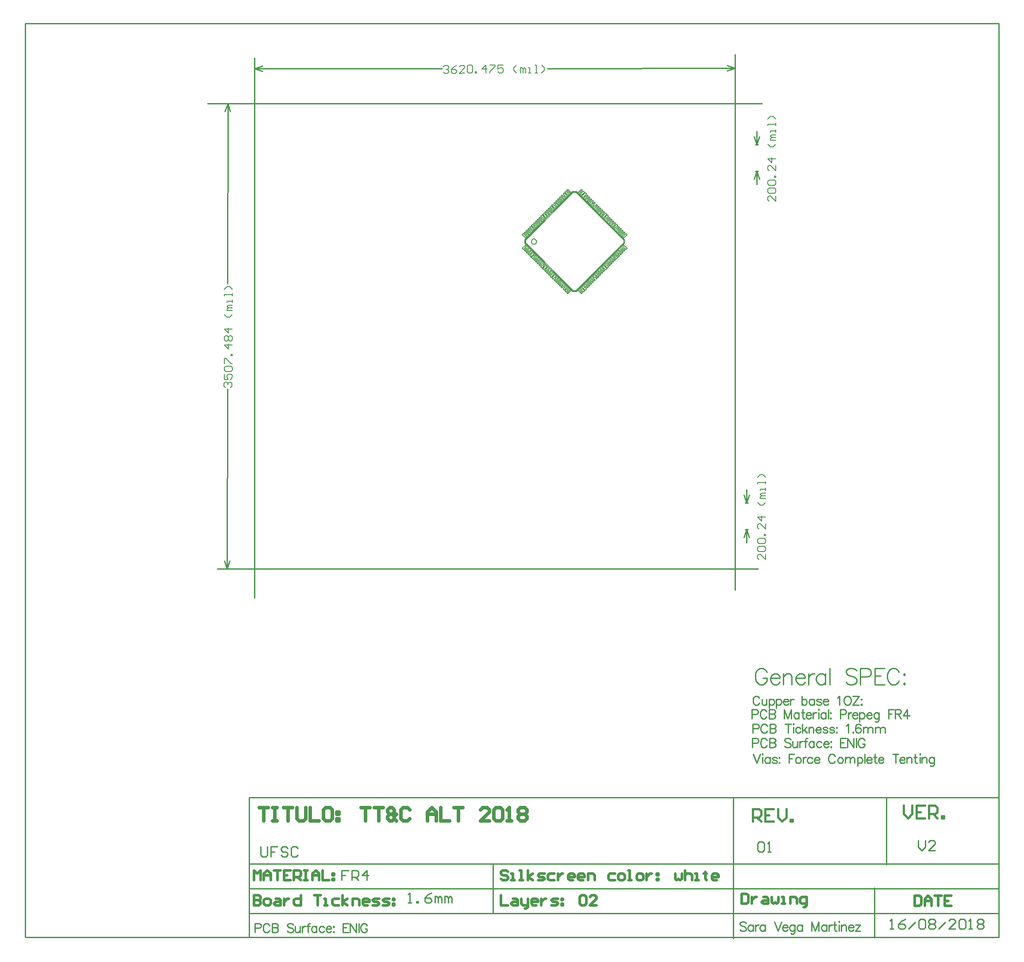
<source format=gm1>
%FSTAX23Y23*%
%MOIN*%
%SFA1B1*%

%IPPOS*%
%ADD35C,0.010000*%
%ADD37C,0.020000*%
%ADD93C,0.005000*%
%ADD94C,0.025000*%
%ADD95C,0.016000*%
%ADD96C,0.006000*%
%LNpcb_ttc_rf4463f30-1*%
%LPD*%
G54D35*
X-00041Y-02777D02*
Y-01724D01*
X01796Y-02599D02*
Y-02224D01*
X05608Y-02777D02*
Y-01722D01*
X-00041Y-02599D02*
X05208D01*
X03608Y-02787D02*
Y-01724D01*
X-00041Y-02412D02*
X05608D01*
X-00041Y-02224D02*
X05604D01*
X03608Y-02599D02*
X05608D01*
X-00041Y-01724D02*
X05608D01*
X0467Y-02781D02*
Y-02406D01*
X0476Y-02231D02*
Y-01724D01*
X-01728Y04108D02*
X05608D01*
X-00069Y-02777D02*
X05608D01*
X-01728D02*
X-00045D01*
X-01728D02*
Y04108D01*
X-00355Y03506D02*
X03824Y03505D01*
X-00279Y0D02*
X03792Y0D01*
X0Y-00221D02*
X0Y03848D01*
X03621Y-0016D02*
X03621Y03877D01*
X05608Y-02773D02*
Y04108D01*
X03783Y02895D02*
Y02995D01*
Y03195D02*
Y03295D01*
X03763Y02935D02*
X03783Y02995D01*
X03803Y02935*
X03763Y03255D02*
X03783Y03195D01*
X03803Y03255*
X03773Y02995D02*
X03793D01*
X03773Y03195D02*
X03793D01*
X-00207Y0D02*
X-00205Y01357D01*
X-00203Y02149D02*
X-00201Y03507D01*
X-00227Y00059D02*
X-00207Y0D01*
X-00187Y00059*
X-00222Y03447D02*
X-00201Y03507D01*
X-00182Y03447*
X-00217Y0D02*
X-00197Y0D01*
X-00211Y03507D02*
X-00191Y03507D01*
X0Y03768D02*
X01414Y03769D01*
X02206Y0377D02*
X0362Y03772D01*
X0Y03768D02*
X0006Y03788D01*
X0Y03768D02*
X0006Y03748D01*
X0356Y03792D02*
X0362Y03772D01*
X0356Y03752D02*
X0362Y03772D01*
X0Y03778D02*
X0Y03758D01*
X0362Y03782D02*
X0362Y03762D01*
X03705Y00194D02*
Y00294D01*
Y00494D02*
Y00594D01*
X03685Y00234D02*
X03705Y00294D01*
X03725Y00234*
X03685Y00554D02*
X03705Y00494D01*
X03725Y00554*
X03695Y00294D02*
X03715D01*
X03695Y00494D02*
X03715D01*
X00004Y-02709D02*
X00033D01*
X00043Y-02706*
X00046Y-02703*
X00049Y-02696*
Y-02686*
X00046Y-0268*
X00043Y-02677*
X00033Y-02673*
X00004*
Y-02742*
X00113Y-0269D02*
X0011Y-02683D01*
X00104Y-02677*
X00097Y-02673*
X00084*
X00078Y-02677*
X00071Y-02683*
X00068Y-0269*
X00065Y-02699*
Y-02716*
X00068Y-02725*
X00071Y-02732*
X00078Y-02738*
X00084Y-02742*
X00097*
X00104Y-02738*
X0011Y-02732*
X00113Y-02725*
X00132Y-02673D02*
Y-02742D01*
Y-02673D02*
X00162D01*
X00171Y-02677*
X00175Y-0268*
X00178Y-02686*
Y-02693*
X00175Y-02699*
X00171Y-02703*
X00162Y-02706*
X00132D02*
X00162D01*
X00171Y-02709*
X00175Y-02712*
X00178Y-02719*
Y-02729*
X00175Y-02735*
X00171Y-02738*
X00162Y-02742*
X00132*
X00292Y-02683D02*
X00286Y-02677D01*
X00276Y-02673*
X00263*
X00253Y-02677*
X00247Y-02683*
Y-0269*
X0025Y-02696*
X00253Y-02699*
X0026Y-02703*
X00279Y-02709*
X00286Y-02712*
X00289Y-02716*
X00292Y-02722*
Y-02732*
X00286Y-02738*
X00276Y-02742*
X00263*
X00253Y-02738*
X00247Y-02732*
X00307Y-02696D02*
Y-02729D01*
X00311Y-02738*
X00317Y-02742*
X00327*
X00333Y-02738*
X00343Y-02729*
Y-02696D02*
Y-02742D01*
X00361Y-02696D02*
Y-02742D01*
Y-02716D02*
X00364Y-02706D01*
X00371Y-02699*
X00377Y-02696*
X00387*
X00419Y-02673D02*
X00412D01*
X00406Y-02677*
X00403Y-02686*
Y-02742*
X00393Y-02696D02*
X00416D01*
X00468D02*
Y-02742D01*
Y-02706D02*
X00461Y-02699D01*
X00455Y-02696*
X00445*
X00438Y-02699*
X00432Y-02706*
X00429Y-02716*
Y-02722*
X00432Y-02732*
X00438Y-02738*
X00445Y-02742*
X00455*
X00461Y-02738*
X00468Y-02732*
X00525Y-02706D02*
X00518Y-02699D01*
X00512Y-02696*
X00502*
X00495Y-02699*
X00489Y-02706*
X00486Y-02716*
Y-02722*
X00489Y-02732*
X00495Y-02738*
X00502Y-02742*
X00512*
X00518Y-02738*
X00525Y-02732*
X00539Y-02716D02*
X00578D01*
Y-02709*
X00575Y-02703*
X00572Y-02699*
X00565Y-02696*
X00555*
X00549Y-02699*
X00542Y-02706*
X00539Y-02716*
Y-02722*
X00542Y-02732*
X00549Y-02738*
X00555Y-02742*
X00565*
X00572Y-02738*
X00578Y-02732*
X00596Y-02696D02*
X00593Y-02699D01*
X00596Y-02703*
X00599Y-02699*
X00596Y-02696*
Y-02735D02*
X00593Y-02738D01*
X00596Y-02742*
X00599Y-02738*
X00596Y-02735*
X0071Y-02673D02*
X00668D01*
Y-02742*
X0071*
X00668Y-02706D02*
X00694D01*
X00721Y-02673D02*
Y-02742D01*
Y-02673D02*
X00767Y-02742D01*
Y-02673D02*
Y-02742D01*
X00785Y-02673D02*
Y-02742D01*
X00848Y-0269D02*
X00845Y-02683D01*
X00839Y-02677*
X00832Y-02673*
X00819*
X00813Y-02677*
X00806Y-02683*
X00803Y-0269*
X008Y-02699*
Y-02716*
X00803Y-02725*
X00806Y-02732*
X00813Y-02738*
X00819Y-02742*
X00832*
X00839Y-02738*
X00845Y-02732*
X00848Y-02725*
Y-02716*
X00832D02*
X00848D01*
X03702Y-02672D02*
X03695Y-02665D01*
X03685Y-02662*
X03672*
X03663Y-02665*
X03656Y-02672*
Y-02678*
X03659Y-02685*
X03663Y-02688*
X03669Y-02691*
X03689Y-02698*
X03695Y-02701*
X03698Y-02704*
X03702Y-02711*
Y-0272*
X03695Y-02727*
X03685Y-0273*
X03672*
X03663Y-02727*
X03656Y-0272*
X03756Y-02685D02*
Y-0273D01*
Y-02694D02*
X03749Y-02688D01*
X03743Y-02685*
X03733*
X03727Y-02688*
X0372Y-02694*
X03717Y-02704*
Y-02711*
X0372Y-0272*
X03727Y-02727*
X03733Y-0273*
X03743*
X03749Y-02727*
X03756Y-0272*
X03774Y-02685D02*
Y-0273D01*
Y-02704D02*
X03777Y-02694D01*
X03784Y-02688*
X0379Y-02685*
X038*
X03845D02*
Y-0273D01*
Y-02694D02*
X03838Y-02688D01*
X03832Y-02685*
X03822*
X03816Y-02688*
X03809Y-02694*
X03806Y-02704*
Y-02711*
X03809Y-0272*
X03816Y-02727*
X03822Y-0273*
X03832*
X03838Y-02727*
X03845Y-0272*
X03917Y-02662D02*
X03943Y-0273D01*
X03969Y-02662D02*
X03943Y-0273D01*
X03977Y-02704D02*
X04016D01*
Y-02698*
X04013Y-02691*
X0401Y-02688*
X04003Y-02685*
X03993*
X03987Y-02688*
X03981Y-02694*
X03977Y-02704*
Y-02711*
X03981Y-0272*
X03987Y-02727*
X03993Y-0273*
X04003*
X0401Y-02727*
X04016Y-0272*
X0407Y-02685D02*
Y-02736D01*
X04066Y-02746*
X04063Y-02749*
X04057Y-02753*
X04047*
X04041Y-02749*
X0407Y-02694D02*
X04063Y-02688D01*
X04057Y-02685*
X04047*
X04041Y-02688*
X04034Y-02694*
X04031Y-02704*
Y-02711*
X04034Y-0272*
X04041Y-02727*
X04047Y-0273*
X04057*
X04063Y-02727*
X0407Y-0272*
X04127Y-02685D02*
Y-0273D01*
Y-02694D02*
X0412Y-02688D01*
X04114Y-02685*
X04104*
X04098Y-02688*
X04091Y-02694*
X04088Y-02704*
Y-02711*
X04091Y-0272*
X04098Y-02727*
X04104Y-0273*
X04114*
X0412Y-02727*
X04127Y-0272*
X04198Y-02662D02*
Y-0273D01*
Y-02662D02*
X04224Y-0273D01*
X0425Y-02662D02*
X04224Y-0273D01*
X0425Y-02662D02*
Y-0273D01*
X04309Y-02685D02*
Y-0273D01*
Y-02694D02*
X04302Y-02688D01*
X04296Y-02685*
X04286*
X0428Y-02688*
X04273Y-02694*
X0427Y-02704*
Y-02711*
X04273Y-0272*
X0428Y-02727*
X04286Y-0273*
X04296*
X04302Y-02727*
X04309Y-0272*
X04327Y-02685D02*
Y-0273D01*
Y-02704D02*
X0433Y-02694D01*
X04337Y-02688*
X04343Y-02685*
X04353*
X04369Y-02662D02*
Y-02717D01*
X04372Y-02727*
X04378Y-0273*
X04385*
X04359Y-02685D02*
X04382D01*
X04401Y-02662D02*
X04404Y-02665D01*
X04408Y-02662*
X04404Y-02659*
X04401Y-02662*
X04404Y-02685D02*
Y-0273D01*
X0442Y-02685D02*
Y-0273D01*
Y-02698D02*
X04429Y-02688D01*
X04436Y-02685*
X04446*
X04452Y-02688*
X04455Y-02698*
Y-0273*
X04473Y-02704D02*
X04512D01*
Y-02698*
X04509Y-02691*
X04506Y-02688*
X04499Y-02685*
X04489*
X04483Y-02688*
X04476Y-02694*
X04473Y-02704*
Y-02711*
X04476Y-0272*
X04483Y-02727*
X04489Y-0273*
X04499*
X04506Y-02727*
X04512Y-0272*
X04562Y-02685D02*
X04527Y-0273D01*
Y-02685D02*
X04562D01*
X04527Y-0273D02*
X04562D01*
X03751Y-01315D02*
X0378D01*
X0379Y-01311*
X03793Y-01308*
X03796Y-01302*
Y-01292*
X03793Y-01285*
X0379Y-01282*
X0378Y-01279*
X03751*
Y-01347*
X0386Y-01295D02*
X03857Y-01289D01*
X0385Y-01282*
X03844Y-01279*
X03831*
X03824Y-01282*
X03818Y-01289*
X03815Y-01295*
X03812Y-01305*
Y-01321*
X03815Y-01331*
X03818Y-01337*
X03824Y-01344*
X03831Y-01347*
X03844*
X0385Y-01344*
X03857Y-01337*
X0386Y-01331*
X03879Y-01279D02*
Y-01347D01*
Y-01279D02*
X03908D01*
X03918Y-01282*
X03921Y-01285*
X03925Y-01292*
Y-01298*
X03921Y-01305*
X03918Y-01308*
X03908Y-01311*
X03879D02*
X03908D01*
X03918Y-01315*
X03921Y-01318*
X03925Y-01324*
Y-01334*
X03921Y-01341*
X03918Y-01344*
X03908Y-01347*
X03879*
X04039Y-01289D02*
X04032Y-01282D01*
X04023Y-01279*
X0401*
X04Y-01282*
X03993Y-01289*
Y-01295*
X03997Y-01302*
X04Y-01305*
X04006Y-01308*
X04026Y-01315*
X04032Y-01318*
X04036Y-01321*
X04039Y-01328*
Y-01337*
X04032Y-01344*
X04023Y-01347*
X0401*
X04Y-01344*
X03993Y-01337*
X04054Y-01302D02*
Y-01334D01*
X04057Y-01344*
X04064Y-01347*
X04074*
X0408Y-01344*
X0409Y-01334*
Y-01302D02*
Y-01347D01*
X04108Y-01302D02*
Y-01347D01*
Y-01321D02*
X04111Y-01311D01*
X04117Y-01305*
X04124Y-01302*
X04134*
X04166Y-01279D02*
X04159D01*
X04153Y-01282*
X04149Y-01292*
Y-01347*
X0414Y-01302D02*
X04162D01*
X04214D02*
Y-01347D01*
Y-01311D02*
X04208Y-01305D01*
X04201Y-01302*
X04192*
X04185Y-01305*
X04179Y-01311*
X04175Y-01321*
Y-01328*
X04179Y-01337*
X04185Y-01344*
X04192Y-01347*
X04201*
X04208Y-01344*
X04214Y-01337*
X04271Y-01311D02*
X04265Y-01305D01*
X04258Y-01302*
X04249*
X04242Y-01305*
X04236Y-01311*
X04233Y-01321*
Y-01328*
X04236Y-01337*
X04242Y-01344*
X04249Y-01347*
X04258*
X04265Y-01344*
X04271Y-01337*
X04286Y-01321D02*
X04325D01*
Y-01315*
X04322Y-01308*
X04318Y-01305*
X04312Y-01302*
X04302*
X04296Y-01305*
X04289Y-01311*
X04286Y-01321*
Y-01328*
X04289Y-01337*
X04296Y-01344*
X04302Y-01347*
X04312*
X04318Y-01344*
X04325Y-01337*
X04343Y-01302D02*
X0434Y-01305D01*
X04343Y-01308*
X04346Y-01305*
X04343Y-01302*
Y-01341D02*
X0434Y-01344D01*
X04343Y-01347*
X04346Y-01344*
X04343Y-01341*
X04457Y-01279D02*
X04414D01*
Y-01347*
X04457*
X04414Y-01311D02*
X0444D01*
X04468Y-01279D02*
Y-01347D01*
Y-01279D02*
X04513Y-01347D01*
Y-01279D02*
Y-01347D01*
X04532Y-01279D02*
Y-01347D01*
X04595Y-01295D02*
X04592Y-01289D01*
X04585Y-01282*
X04579Y-01279*
X04566*
X04559Y-01282*
X04553Y-01289*
X0455Y-01295*
X04546Y-01305*
Y-01321*
X0455Y-01331*
X04553Y-01337*
X04559Y-01344*
X04566Y-01347*
X04579*
X04585Y-01344*
X04592Y-01337*
X04595Y-01331*
Y-01321*
X04579D02*
X04595D01*
X03754Y-01206D02*
X03783D01*
X03793Y-01203*
X03796Y-012*
X03799Y-01193*
Y-01184*
X03796Y-01177*
X03793Y-01174*
X03783Y-01171*
X03754*
Y-01239*
X03863Y-01187D02*
X0386Y-0118D01*
X03853Y-01174*
X03847Y-01171*
X03834*
X03827Y-01174*
X03821Y-0118*
X03818Y-01187*
X03814Y-01197*
Y-01213*
X03818Y-01223*
X03821Y-01229*
X03827Y-01236*
X03834Y-01239*
X03847*
X03853Y-01236*
X0386Y-01229*
X03863Y-01223*
X03882Y-01171D02*
Y-01239D01*
Y-01171D02*
X03911D01*
X03921Y-01174*
X03924Y-01177*
X03928Y-01184*
Y-0119*
X03924Y-01197*
X03921Y-012*
X03911Y-01203*
X03882D02*
X03911D01*
X03921Y-01206*
X03924Y-0121*
X03928Y-01216*
Y-01226*
X03924Y-01232*
X03921Y-01236*
X03911Y-01239*
X03882*
X04019Y-01171D02*
Y-01239D01*
X03996Y-01171D02*
X04042D01*
X04056D02*
X0406Y-01174D01*
X04063Y-01171*
X0406Y-01167*
X04056Y-01171*
X0406Y-01193D02*
Y-01239D01*
X04114Y-01203D02*
X04107Y-01197D01*
X04101Y-01193*
X04091*
X04085Y-01197*
X04078Y-01203*
X04075Y-01213*
Y-01219*
X04078Y-01229*
X04085Y-01236*
X04091Y-01239*
X04101*
X04107Y-01236*
X04114Y-01229*
X04128Y-01171D02*
Y-01239D01*
X04161Y-01193D02*
X04128Y-01226D01*
X04141Y-01213D02*
X04164Y-01239D01*
X04175Y-01193D02*
Y-01239D01*
Y-01206D02*
X04185Y-01197D01*
X04191Y-01193*
X04201*
X04207Y-01197*
X0421Y-01206*
Y-01239*
X04228Y-01213D02*
X04267D01*
Y-01206*
X04264Y-012*
X04261Y-01197*
X04254Y-01193*
X04245*
X04238Y-01197*
X04232Y-01203*
X04228Y-01213*
Y-01219*
X04232Y-01229*
X04238Y-01236*
X04245Y-01239*
X04254*
X04261Y-01236*
X04267Y-01229*
X04317Y-01203D02*
X04314Y-01197D01*
X04305Y-01193*
X04295*
X04285Y-01197*
X04282Y-01203*
X04285Y-0121*
X04292Y-01213*
X04308Y-01216*
X04314Y-01219*
X04317Y-01226*
Y-01229*
X04314Y-01236*
X04305Y-01239*
X04295*
X04285Y-01236*
X04282Y-01229*
X04367Y-01203D02*
X04364Y-01197D01*
X04354Y-01193*
X04345*
X04335Y-01197*
X04332Y-01203*
X04335Y-0121*
X04341Y-01213*
X04358Y-01216*
X04364Y-01219*
X04367Y-01226*
Y-01229*
X04364Y-01236*
X04354Y-01239*
X04345*
X04335Y-01236*
X04332Y-01229*
X04385Y-01193D02*
X04382Y-01197D01*
X04385Y-012*
X04388Y-01197*
X04385Y-01193*
Y-01232D02*
X04382Y-01236D01*
X04385Y-01239*
X04388Y-01236*
X04385Y-01232*
X04457Y-01184D02*
X04463Y-0118D01*
X04473Y-01171*
Y-01239*
X0451Y-01232D02*
X04507Y-01236D01*
X0451Y-01239*
X04513Y-01236*
X0451Y-01232*
X04567Y-0118D02*
X04564Y-01174D01*
X04554Y-01171*
X04547*
X04538Y-01174*
X04531Y-01184*
X04528Y-012*
Y-01216*
X04531Y-01229*
X04538Y-01236*
X04547Y-01239*
X04551*
X0456Y-01236*
X04567Y-01229*
X0457Y-01219*
Y-01216*
X04567Y-01206*
X0456Y-012*
X04551Y-01197*
X04547*
X04538Y-012*
X04531Y-01206*
X04528Y-01216*
X04585Y-01193D02*
Y-01239D01*
Y-01206D02*
X04595Y-01197D01*
X04601Y-01193*
X04611*
X04617Y-01197*
X04621Y-01206*
Y-01239*
Y-01206D02*
X0463Y-01197D01*
X04637Y-01193*
X04647*
X04653Y-01197*
X04656Y-01206*
Y-01239*
X04678Y-01193D02*
Y-01239D01*
Y-01206D02*
X04688Y-01197D01*
X04694Y-01193*
X04704*
X0471Y-01197*
X04713Y-01206*
Y-01239*
Y-01206D02*
X04723Y-01197D01*
X0473Y-01193*
X04739*
X04746Y-01197*
X04749Y-01206*
Y-01239*
X03748Y-01098D02*
X03777D01*
X03787Y-01095*
X0379Y-01092*
X03793Y-01085*
Y-01075*
X0379Y-01069*
X03787Y-01066*
X03777Y-01062*
X03748*
Y-01131*
X03857Y-01079D02*
X03854Y-01072D01*
X03848Y-01066*
X03841Y-01062*
X03828*
X03822Y-01066*
X03815Y-01072*
X03812Y-01079*
X03809Y-01088*
Y-01105*
X03812Y-01114*
X03815Y-01121*
X03822Y-01127*
X03828Y-01131*
X03841*
X03848Y-01127*
X03854Y-01121*
X03857Y-01114*
X03876Y-01062D02*
Y-01131D01*
Y-01062D02*
X03906D01*
X03915Y-01066*
X03919Y-01069*
X03922Y-01075*
Y-01082*
X03919Y-01088*
X03915Y-01092*
X03906Y-01095*
X03876D02*
X03906D01*
X03915Y-01098*
X03919Y-01101*
X03922Y-01108*
Y-01118*
X03919Y-01124*
X03915Y-01127*
X03906Y-01131*
X03876*
X03991Y-01062D02*
Y-01131D01*
Y-01062D02*
X04016Y-01131D01*
X04042Y-01062D02*
X04016Y-01131D01*
X04042Y-01062D02*
Y-01131D01*
X04101Y-01085D02*
Y-01131D01*
Y-01095D02*
X04094Y-01088D01*
X04088Y-01085*
X04078*
X04072Y-01088*
X04065Y-01095*
X04062Y-01105*
Y-01111*
X04065Y-01121*
X04072Y-01127*
X04078Y-01131*
X04088*
X04094Y-01127*
X04101Y-01121*
X04129Y-01062D02*
Y-01118D01*
X04132Y-01127*
X04138Y-01131*
X04145*
X04119Y-01085D02*
X04142D01*
X04155Y-01105D02*
X04194D01*
Y-01098*
X0419Y-01092*
X04187Y-01088*
X04181Y-01085*
X04171*
X04164Y-01088*
X04158Y-01095*
X04155Y-01105*
Y-01111*
X04158Y-01121*
X04164Y-01127*
X04171Y-01131*
X04181*
X04187Y-01127*
X04194Y-01121*
X04208Y-01085D02*
Y-01131D01*
Y-01105D02*
X04211Y-01095D01*
X04218Y-01088*
X04224Y-01085*
X04234*
X04247Y-01062D02*
X0425Y-01066D01*
X04253Y-01062*
X0425Y-01059*
X04247Y-01062*
X0425Y-01085D02*
Y-01131D01*
X04304Y-01085D02*
Y-01131D01*
Y-01095D02*
X04298Y-01088D01*
X04291Y-01085*
X04281*
X04275Y-01088*
X04268Y-01095*
X04265Y-01105*
Y-01111*
X04268Y-01121*
X04275Y-01127*
X04281Y-01131*
X04291*
X04298Y-01127*
X04304Y-01121*
X04322Y-01062D02*
Y-01131D01*
X0434Y-01085D02*
X04337Y-01088D01*
X0434Y-01092*
X04343Y-01088*
X0434Y-01085*
Y-01124D02*
X04337Y-01127D01*
X0434Y-01131*
X04343Y-01127*
X0434Y-01124*
X04412Y-01098D02*
X04441D01*
X0445Y-01095*
X04454Y-01092*
X04457Y-01085*
Y-01075*
X04454Y-01069*
X0445Y-01066*
X04441Y-01062*
X04412*
Y-01131*
X04472Y-01085D02*
Y-01131D01*
Y-01105D02*
X04475Y-01095D01*
X04482Y-01088*
X04488Y-01085*
X04498*
X04504Y-01105D02*
X04543D01*
Y-01098*
X0454Y-01092*
X04537Y-01088*
X0453Y-01085*
X04521*
X04514Y-01088*
X04508Y-01095*
X04504Y-01105*
Y-01111*
X04508Y-01121*
X04514Y-01127*
X04521Y-01131*
X0453*
X04537Y-01127*
X04543Y-01121*
X04558Y-01085D02*
Y-01153D01*
Y-01095D02*
X04564Y-01088D01*
X04571Y-01085*
X04581*
X04587Y-01088*
X04593Y-01095*
X04597Y-01105*
Y-01111*
X04593Y-01121*
X04587Y-01127*
X04581Y-01131*
X04571*
X04564Y-01127*
X04558Y-01121*
X04611Y-01105D02*
X0465D01*
Y-01098*
X04647Y-01092*
X04644Y-01088*
X04637Y-01085*
X04628*
X04621Y-01088*
X04615Y-01095*
X04611Y-01105*
Y-01111*
X04615Y-01121*
X04621Y-01127*
X04628Y-01131*
X04637*
X04644Y-01127*
X0465Y-01121*
X04704Y-01085D02*
Y-01137D01*
X04701Y-01147*
X04697Y-0115*
X04691Y-01153*
X04681*
X04675Y-0115*
X04704Y-01095D02*
X04697Y-01088D01*
X04691Y-01085*
X04681*
X04675Y-01088*
X04668Y-01095*
X04665Y-01105*
Y-01111*
X04668Y-01121*
X04675Y-01127*
X04681Y-01131*
X04691*
X04697Y-01127*
X04704Y-01121*
X04775Y-01062D02*
Y-01131D01*
Y-01062D02*
X04818D01*
X04775Y-01095D02*
X04801D01*
X04825Y-01062D02*
Y-01131D01*
Y-01062D02*
X04855D01*
X04864Y-01066*
X04868Y-01069*
X04871Y-01075*
Y-01082*
X04868Y-01088*
X04864Y-01092*
X04855Y-01095*
X04825*
X04848D02*
X04871Y-01131D01*
X04918Y-01062D02*
X04886Y-01108D01*
X04935*
X04918Y-01062D02*
Y-01131D01*
X03804Y-00976D02*
X038Y-0097D01*
X03794Y-00963*
X03787Y-0096*
X03774*
X03768Y-00963*
X03762Y-0097*
X03758Y-00976*
X03755Y-00986*
Y-01002*
X03758Y-01012*
X03762Y-01018*
X03768Y-01025*
X03774Y-01028*
X03787*
X03794Y-01025*
X038Y-01018*
X03804Y-01012*
X03823Y-00983D02*
Y-01015D01*
X03826Y-01025*
X03833Y-01028*
X03842*
X03849Y-01025*
X03858Y-01015*
Y-00983D02*
Y-01028D01*
X03876Y-00983D02*
Y-01051D01*
Y-00992D02*
X03883Y-00986D01*
X03889Y-00983*
X03899*
X03906Y-00986*
X03912Y-00992*
X03915Y-01002*
Y-01008*
X03912Y-01018*
X03906Y-01025*
X03899Y-01028*
X03889*
X03883Y-01025*
X03876Y-01018*
X0393Y-00983D02*
Y-01051D01*
Y-00992D02*
X03936Y-00986D01*
X03943Y-00983*
X03953*
X03959Y-00986*
X03966Y-00992*
X03969Y-01002*
Y-01008*
X03966Y-01018*
X03959Y-01025*
X03953Y-01028*
X03943*
X03936Y-01025*
X0393Y-01018*
X03983Y-01002D02*
X04022D01*
Y-00996*
X04019Y-00989*
X04016Y-00986*
X04009Y-00983*
X04*
X03993Y-00986*
X03987Y-00992*
X03983Y-01002*
Y-01008*
X03987Y-01018*
X03993Y-01025*
X04Y-01028*
X04009*
X04016Y-01025*
X04022Y-01018*
X04037Y-00983D02*
Y-01028D01*
Y-01002D02*
X0404Y-00992D01*
X04047Y-00986*
X04053Y-00983*
X04063*
X04122Y-0096D02*
Y-01028D01*
Y-00992D02*
X04129Y-00986D01*
X04135Y-00983*
X04145*
X04152Y-00986*
X04158Y-00992*
X04161Y-01002*
Y-01008*
X04158Y-01018*
X04152Y-01025*
X04145Y-01028*
X04135*
X04129Y-01025*
X04122Y-01018*
X04215Y-00983D02*
Y-01028D01*
Y-00992D02*
X04208Y-00986D01*
X04202Y-00983*
X04192*
X04186Y-00986*
X04179Y-00992*
X04176Y-01002*
Y-01008*
X04179Y-01018*
X04186Y-01025*
X04192Y-01028*
X04202*
X04208Y-01025*
X04215Y-01018*
X04269Y-00992D02*
X04266Y-00986D01*
X04256Y-00983*
X04246*
X04236Y-00986*
X04233Y-00992*
X04236Y-00999*
X04243Y-01002*
X04259Y-01005*
X04266Y-01008*
X04269Y-01015*
Y-01018*
X04266Y-01025*
X04256Y-01028*
X04246*
X04236Y-01025*
X04233Y-01018*
X04283Y-01002D02*
X04322D01*
Y-00996*
X04319Y-00989*
X04315Y-00986*
X04309Y-00983*
X04299*
X04293Y-00986*
X04286Y-00992*
X04283Y-01002*
Y-01008*
X04286Y-01018*
X04293Y-01025*
X04299Y-01028*
X04309*
X04315Y-01025*
X04322Y-01018*
X0439Y-00973D02*
X04397Y-0097D01*
X04406Y-0096*
Y-01028*
X04459Y-0096D02*
X04453Y-00963D01*
X04446Y-0097*
X04443Y-00976*
X0444Y-00986*
Y-01002*
X04443Y-01012*
X04446Y-01018*
X04453Y-01025*
X04459Y-01028*
X04472*
X04479Y-01025*
X04485Y-01018*
X04489Y-01012*
X04492Y-01002*
Y-00986*
X04489Y-00976*
X04485Y-0097*
X04479Y-00963*
X04472Y-0096*
X04459*
X04553D02*
X04508Y-01028D01*
Y-0096D02*
X04553D01*
X04508Y-01028D02*
X04553D01*
X04572Y-00983D02*
X04568Y-00986D01*
X04572Y-00989*
X04575Y-00986*
X04572Y-00983*
Y-01021D02*
X04568Y-01025D01*
X04572Y-01028*
X04575Y-01025*
X04572Y-01021*
X03859Y-0078D02*
X03853Y-00768D01*
X03841Y-00757*
X0383Y-00751*
X03807*
X03795Y-00757*
X03783Y-00768*
X03778Y-0078*
X03772Y-00797*
Y-00826*
X03778Y-00844*
X03783Y-00855*
X03795Y-00867*
X03807Y-00873*
X0383*
X03841Y-00867*
X03853Y-00855*
X03859Y-00844*
Y-00826*
X0383D02*
X03859D01*
X03887D02*
X03956D01*
Y-00815*
X0395Y-00803*
X03945Y-00797*
X03933Y-00792*
X03916*
X03904Y-00797*
X03892Y-00809*
X03887Y-00826*
Y-00838*
X03892Y-00855*
X03904Y-00867*
X03916Y-00873*
X03933*
X03945Y-00867*
X03956Y-00855*
X03982Y-00792D02*
Y-00873D01*
Y-00815D02*
X04Y-00797D01*
X04011Y-00792*
X04029*
X0404Y-00797*
X04046Y-00815*
Y-00873*
X04078Y-00826D02*
X04148D01*
Y-00815*
X04142Y-00803*
X04136Y-00797*
X04125Y-00792*
X04107*
X04096Y-00797*
X04084Y-00809*
X04078Y-00826*
Y-00838*
X04084Y-00855*
X04096Y-00867*
X04107Y-00873*
X04125*
X04136Y-00867*
X04148Y-00855*
X04174Y-00792D02*
Y-00873D01*
Y-00826D02*
X0418Y-00809D01*
X04191Y-00797*
X04203Y-00792*
X0422*
X04301D02*
Y-00873D01*
Y-00809D02*
X04289Y-00797D01*
X04278Y-00792*
X0426*
X04249Y-00797*
X04237Y-00809*
X04231Y-00826*
Y-00838*
X04237Y-00855*
X04249Y-00867*
X0426Y-00873*
X04278*
X04289Y-00867*
X04301Y-00855*
X04333Y-00751D02*
Y-00873D01*
X04536Y-00768D02*
X04524Y-00757D01*
X04507Y-00751*
X04484*
X04466Y-00757*
X04455Y-00768*
Y-0078*
X0446Y-00792*
X04466Y-00797*
X04478Y-00803*
X04513Y-00815*
X04524Y-00821*
X0453Y-00826*
X04536Y-00838*
Y-00855*
X04524Y-00867*
X04507Y-00873*
X04484*
X04466Y-00867*
X04455Y-00855*
X04563Y-00815D02*
X04615D01*
X04633Y-00809*
X04639Y-00803*
X04644Y-00792*
Y-00774*
X04639Y-00763*
X04633Y-00757*
X04615Y-00751*
X04563*
Y-00873*
X04747Y-00751D02*
X04672D01*
Y-00873*
X04747*
X04672Y-00809D02*
X04718D01*
X04854Y-0078D02*
X04849Y-00768D01*
X04837Y-00757*
X04825Y-00751*
X04802*
X04791Y-00757*
X04779Y-00768*
X04773Y-0078*
X04767Y-00797*
Y-00826*
X04773Y-00844*
X04779Y-00855*
X04791Y-00867*
X04802Y-00873*
X04825*
X04837Y-00867*
X04849Y-00855*
X04854Y-00844*
X04894Y-00792D02*
X04889Y-00797D01*
X04894Y-00803*
X049Y-00797*
X04894Y-00792*
Y-00861D02*
X04889Y-00867D01*
X04894Y-00873*
X049Y-00867*
X04894Y-00861*
X01157Y-02519D02*
X01182D01*
X0117*
Y-02444*
X01157Y-02456*
X0122Y-02519D02*
Y-02507D01*
X01233*
Y-02519*
X0122*
X01333Y-02444D02*
X01308Y-02456D01*
X01283Y-02481*
Y-02507*
X01296Y-02519*
X01321*
X01333Y-02507*
Y-02494*
X01321Y-02481*
X01283*
X01359Y-02519D02*
Y-02469D01*
X01371*
X01384Y-02481*
Y-02519*
Y-02481*
X01396Y-02469*
X01409Y-02481*
Y-02519*
X01434D02*
Y-02469D01*
X01447*
X01459Y-02481*
Y-02519*
Y-02481*
X01472Y-02469*
X01485Y-02481*
Y-02519*
X00709Y-02274D02*
X00658D01*
Y-02312*
X00683*
X00658*
Y-02349*
X00734D02*
Y-02274D01*
X00772*
X00784Y-02286*
Y-02312*
X00772Y-02324*
X00734*
X00759D02*
X00784Y-02349D01*
X00847D02*
Y-02274D01*
X00809Y-02312*
X0086*
X0379Y-02072D02*
X03802Y-02059D01*
X03827*
X0384Y-02072*
Y-02122*
X03827Y-02135*
X03802*
X0379Y-02122*
Y-02072*
X03865Y-02135D02*
X0389D01*
X03878*
Y-02059*
X03865Y-02072*
X05001Y-02048D02*
Y-02098D01*
X05026Y-02123*
X05052Y-02098*
Y-02048*
X05127Y-02123D02*
X05077D01*
X05127Y-02073*
Y-0206*
X05115Y-02048*
X05089*
X05077Y-0206*
X04788Y-02716D02*
X04814D01*
X04801*
Y-02641*
X04788Y-02653*
X04902Y-02641D02*
X04877Y-02653D01*
X04851Y-02679*
Y-02704*
X04864Y-02716*
X04889*
X04902Y-02704*
Y-02691*
X04889Y-02679*
X04851*
X04927Y-02716D02*
X04977Y-02666D01*
X05003Y-02653D02*
X05015Y-02641D01*
X0504*
X05053Y-02653*
Y-02704*
X0504Y-02716*
X05015*
X05003Y-02704*
Y-02653*
X05078D02*
X05091Y-02641D01*
X05116*
X05129Y-02653*
Y-02666*
X05116Y-02679*
X05129Y-02691*
Y-02704*
X05116Y-02716*
X05091*
X05078Y-02704*
Y-02691*
X05091Y-02679*
X05078Y-02666*
Y-02653*
X05091Y-02679D02*
X05116D01*
X05154Y-02716D02*
X05204Y-02666D01*
X0528Y-02716D02*
X05229D01*
X0528Y-02666*
Y-02653*
X05267Y-02641*
X05242*
X05229Y-02653*
X05305D02*
X05318Y-02641D01*
X05343*
X05355Y-02653*
Y-02704*
X05343Y-02716*
X05318*
X05305Y-02704*
Y-02653*
X05381Y-02716D02*
X05406D01*
X05393*
Y-02641*
X05381Y-02653*
X05444D02*
X05456Y-02641D01*
X05481*
X05494Y-02653*
Y-02666*
X05481Y-02679*
X05494Y-02691*
Y-02704*
X05481Y-02716*
X05456*
X05444Y-02704*
Y-02691*
X05456Y-02679*
X05444Y-02666*
Y-02653*
X05456Y-02679D02*
X05481D01*
X00048Y-02095D02*
Y-02158D01*
X00061Y-0217*
X00086*
X00098Y-02158*
Y-02095*
X00174D02*
X00124D01*
Y-02133*
X00149*
X00124*
Y-0217*
X0025Y-02107D02*
X00237Y-02095D01*
X00212*
X00199Y-02107*
Y-0212*
X00212Y-02133*
X00237*
X0025Y-02145*
Y-02158*
X00237Y-0217*
X00212*
X00199Y-02158*
X00325Y-02107D02*
X00313Y-02095D01*
X00287*
X00275Y-02107*
Y-02158*
X00287Y-0217*
X00313*
X00325Y-02158*
X03757Y-01398D02*
X03783Y-01466D01*
X03809Y-01398D02*
X03783Y-01466D01*
X03824Y-01398D02*
X03827Y-01401D01*
X03831Y-01398*
X03827Y-01395*
X03824Y-01398*
X03827Y-01421D02*
Y-01466D01*
X03882Y-01421D02*
Y-01466D01*
Y-0143D02*
X03875Y-01424D01*
X03869Y-01421*
X03859*
X03852Y-01424*
X03846Y-0143*
X03843Y-0144*
Y-01447*
X03846Y-01456*
X03852Y-01463*
X03859Y-01466*
X03869*
X03875Y-01463*
X03882Y-01456*
X03935Y-0143D02*
X03932Y-01424D01*
X03922Y-01421*
X03913*
X03903Y-01424*
X039Y-0143*
X03903Y-01437*
X03909Y-0144*
X03926Y-01443*
X03932Y-01447*
X03935Y-01453*
Y-01456*
X03932Y-01463*
X03922Y-01466*
X03913*
X03903Y-01463*
X039Y-01456*
X03953Y-01421D02*
X0395Y-01424D01*
X03953Y-01427*
X03956Y-01424*
X03953Y-01421*
Y-0146D02*
X0395Y-01463D01*
X03953Y-01466*
X03956Y-01463*
X03953Y-0146*
X04025Y-01398D02*
Y-01466D01*
Y-01398D02*
X04067D01*
X04025Y-0143D02*
X04051D01*
X04091Y-01421D02*
X04084Y-01424D01*
X04078Y-0143*
X04075Y-0144*
Y-01447*
X04078Y-01456*
X04084Y-01463*
X04091Y-01466*
X041*
X04107Y-01463*
X04113Y-01456*
X04117Y-01447*
Y-0144*
X04113Y-0143*
X04107Y-01424*
X041Y-01421*
X04091*
X04132D02*
Y-01466D01*
Y-0144D02*
X04135Y-0143D01*
X04141Y-01424*
X04148Y-01421*
X04158*
X04203Y-0143D02*
X04196Y-01424D01*
X0419Y-01421*
X0418*
X04173Y-01424*
X04167Y-0143*
X04164Y-0144*
Y-01447*
X04167Y-01456*
X04173Y-01463*
X0418Y-01466*
X0419*
X04196Y-01463*
X04203Y-01456*
X04217Y-0144D02*
X04256D01*
Y-01434*
X04253Y-01427*
X0425Y-01424*
X04243Y-01421*
X04233*
X04227Y-01424*
X0422Y-0143*
X04217Y-0144*
Y-01447*
X0422Y-01456*
X04227Y-01463*
X04233Y-01466*
X04243*
X0425Y-01463*
X04256Y-01456*
X04373Y-01414D02*
X0437Y-01408D01*
X04363Y-01401*
X04357Y-01398*
X04344*
X04337Y-01401*
X04331Y-01408*
X04327Y-01414*
X04324Y-01424*
Y-0144*
X04327Y-0145*
X04331Y-01456*
X04337Y-01463*
X04344Y-01466*
X04357*
X04363Y-01463*
X0437Y-01456*
X04373Y-0145*
X04408Y-01421D02*
X04402Y-01424D01*
X04395Y-0143*
X04392Y-0144*
Y-01447*
X04395Y-01456*
X04402Y-01463*
X04408Y-01466*
X04418*
X04424Y-01463*
X04431Y-01456*
X04434Y-01447*
Y-0144*
X04431Y-0143*
X04424Y-01424*
X04418Y-01421*
X04408*
X04449D02*
Y-01466D01*
Y-01434D02*
X04459Y-01424D01*
X04465Y-01421*
X04475*
X04482Y-01424*
X04485Y-01434*
Y-01466*
Y-01434D02*
X04495Y-01424D01*
X04501Y-01421*
X04511*
X04517Y-01424*
X0452Y-01434*
Y-01466*
X04542Y-01421D02*
Y-01489D01*
Y-0143D02*
X04548Y-01424D01*
X04555Y-01421*
X04565*
X04571Y-01424*
X04578Y-0143*
X04581Y-0144*
Y-01447*
X04578Y-01456*
X04571Y-01463*
X04565Y-01466*
X04555*
X04548Y-01463*
X04542Y-01456*
X04595Y-01398D02*
Y-01466D01*
X0461Y-0144D02*
X04649D01*
Y-01434*
X04645Y-01427*
X04642Y-01424*
X04636Y-01421*
X04626*
X04619Y-01424*
X04613Y-0143*
X0461Y-0144*
Y-01447*
X04613Y-01456*
X04619Y-01463*
X04626Y-01466*
X04636*
X04642Y-01463*
X04649Y-01456*
X04673Y-01398D02*
Y-01453D01*
X04676Y-01463*
X04683Y-01466*
X04689*
X04663Y-01421D02*
X04686D01*
X04699Y-0144D02*
X04738D01*
Y-01434*
X04735Y-01427*
X04731Y-01424*
X04725Y-01421*
X04715*
X04709Y-01424*
X04702Y-0143*
X04699Y-0144*
Y-01447*
X04702Y-01456*
X04709Y-01463*
X04715Y-01466*
X04725*
X04731Y-01463*
X04738Y-01456*
X04829Y-01398D02*
Y-01466D01*
X04806Y-01398D02*
X04851D01*
X04859Y-0144D02*
X04898D01*
Y-01434*
X04895Y-01427*
X04892Y-01424*
X04885Y-01421*
X04876*
X04869Y-01424*
X04863Y-0143*
X04859Y-0144*
Y-01447*
X04863Y-01456*
X04869Y-01463*
X04876Y-01466*
X04885*
X04892Y-01463*
X04898Y-01456*
X04913Y-01421D02*
Y-01466D01*
Y-01434D02*
X04923Y-01424D01*
X04929Y-01421*
X04939*
X04945Y-01424*
X04949Y-01434*
Y-01466*
X04976Y-01398D02*
Y-01453D01*
X04979Y-01463*
X04986Y-01466*
X04992*
X04966Y-01421D02*
X04989D01*
X05009Y-01398D02*
X05012Y-01401D01*
X05015Y-01398*
X05012Y-01395*
X05009Y-01398*
X05012Y-01421D02*
Y-01466D01*
X05027Y-01421D02*
Y-01466D01*
Y-01434D02*
X05037Y-01424D01*
X05043Y-01421*
X05053*
X0506Y-01424*
X05063Y-01434*
Y-01466*
X0512Y-01421D02*
Y-01473D01*
X05116Y-01482*
X05113Y-01486*
X05107Y-01489*
X05097*
X0509Y-01486*
X0512Y-0143D02*
X05113Y-01424D01*
X05107Y-01421*
X05097*
X0509Y-01424*
X05084Y-0143*
X05081Y-0144*
Y-01447*
X05084Y-01456*
X0509Y-01463*
X05097Y-01466*
X05107*
X05113Y-01463*
X0512Y-01456*
G54D37*
X01858Y-02461D02*
Y-02537D01*
X01909*
X01946Y-02487D02*
X01972D01*
X01984Y-02499*
Y-02537*
X01946*
X01934Y-02524*
X01946Y-02512*
X01984*
X02009Y-02487D02*
Y-02524D01*
X02022Y-02537*
X0206*
Y-0255*
X02047Y-02562*
X02035*
X0206Y-02537D02*
Y-02487D01*
X02123Y-02537D02*
X02098D01*
X02085Y-02524*
Y-02499*
X02098Y-02487*
X02123*
X02135Y-02499*
Y-02512*
X02085*
X02161Y-02487D02*
Y-02537D01*
Y-02512*
X02173Y-02499*
X02186Y-02487*
X02198*
X02236Y-02537D02*
X02274D01*
X02287Y-02524*
X02274Y-02512*
X02249*
X02236Y-02499*
X02249Y-02487*
X02287*
X02312D02*
X02324D01*
Y-02499*
X02312*
Y-02487*
Y-02524D02*
X02324D01*
Y-02537*
X02312*
Y-02524*
X0245Y-02474D02*
X02463Y-02461D01*
X02488*
X02501Y-02474*
Y-02524*
X02488Y-02537*
X02463*
X0245Y-02524*
Y-02474*
X02576Y-02537D02*
X02526D01*
X02576Y-02487*
Y-02474*
X02564Y-02461*
X02539*
X02526Y-02474*
X-00003Y-02461D02*
Y-02537D01*
X00034*
X00046Y-02524*
Y-02512*
X00034Y-02499*
X-00003*
X00034*
X00046Y-02487*
Y-02474*
X00034Y-02461*
X-00003*
X00084Y-02537D02*
X00109D01*
X00122Y-02524*
Y-02499*
X00109Y-02487*
X00084*
X00071Y-02499*
Y-02524*
X00084Y-02537*
X0016Y-02487D02*
X00185D01*
X00197Y-02499*
Y-02537*
X0016*
X00147Y-02524*
X0016Y-02512*
X00197*
X00223Y-02487D02*
Y-02537D01*
Y-02512*
X00235Y-02499*
X00248Y-02487*
X0026*
X00349Y-02461D02*
Y-02537D01*
X00311*
X00298Y-02524*
Y-02499*
X00311Y-02487*
X00349*
X00449Y-02461D02*
X005D01*
X00475*
Y-02537*
X00525D02*
X0055D01*
X00538*
Y-02487*
X00525*
X00638D02*
X00601D01*
X00588Y-02499*
Y-02524*
X00601Y-02537*
X00638*
X00664D02*
Y-02461D01*
Y-02512D02*
X00701Y-02487D01*
X00664Y-02512D02*
X00701Y-02537D01*
X00739D02*
Y-02487D01*
X00777*
X0079Y-02499*
Y-02537*
X00853D02*
X00827D01*
X00815Y-02524*
Y-02499*
X00827Y-02487*
X00853*
X00865Y-02499*
Y-02512*
X00815*
X0089Y-02537D02*
X00928D01*
X00941Y-02524*
X00928Y-02512*
X00903*
X0089Y-02499*
X00903Y-02487*
X00941*
X00966Y-02537D02*
X01004D01*
X01016Y-02524*
X01004Y-02512*
X00979*
X00966Y-02499*
X00979Y-02487*
X01016*
X01042D02*
X01054D01*
Y-02499*
X01042*
Y-02487*
Y-02524D02*
X01054D01*
Y-02537*
X01042*
Y-02524*
X01909Y-02286D02*
X01896Y-02274D01*
X01871*
X01858Y-02286*
Y-02299*
X01871Y-02312*
X01896*
X01909Y-02324*
Y-02337*
X01896Y-02349*
X01871*
X01858Y-02337*
X01934Y-02349D02*
X01959D01*
X01946*
Y-02299*
X01934*
X01997Y-02349D02*
X02022D01*
X02009*
Y-02274*
X01997*
X0206Y-02349D02*
Y-02274D01*
Y-02324D02*
X02098Y-02299D01*
X0206Y-02324D02*
X02098Y-02349D01*
X02135D02*
X02173D01*
X02186Y-02337*
X02173Y-02324*
X02148*
X02135Y-02312*
X02148Y-02299*
X02186*
X02261D02*
X02224D01*
X02211Y-02312*
Y-02337*
X02224Y-02349*
X02261*
X02287Y-02299D02*
Y-02349D01*
Y-02324*
X02299Y-02312*
X02312Y-02299*
X02324*
X024Y-02349D02*
X02375D01*
X02362Y-02337*
Y-02312*
X02375Y-02299*
X024*
X02413Y-02312*
Y-02324*
X02362*
X02476Y-02349D02*
X0245D01*
X02438Y-02337*
Y-02312*
X0245Y-02299*
X02476*
X02488Y-02312*
Y-02324*
X02438*
X02513Y-02349D02*
Y-02299D01*
X02551*
X02564Y-02312*
Y-02349*
X02715Y-02299D02*
X02677D01*
X02665Y-02312*
Y-02337*
X02677Y-02349*
X02715*
X02753D02*
X02778D01*
X02791Y-02337*
Y-02312*
X02778Y-02299*
X02753*
X0274Y-02312*
Y-02337*
X02753Y-02349*
X02816D02*
X02841D01*
X02828*
Y-02274*
X02816*
X02891Y-02349D02*
X02917D01*
X02929Y-02337*
Y-02312*
X02917Y-02299*
X02891*
X02879Y-02312*
Y-02337*
X02891Y-02349*
X02954Y-02299D02*
Y-02349D01*
Y-02324*
X02967Y-02312*
X0298Y-02299*
X02992*
X0303D02*
X03043D01*
Y-02312*
X0303*
Y-02299*
Y-02337D02*
X03043D01*
Y-02349*
X0303*
Y-02337*
X03169Y-02299D02*
Y-02337D01*
X03181Y-02349*
X03194Y-02337*
X03206Y-02349*
X03219Y-02337*
Y-02299*
X03244Y-02274D02*
Y-02349D01*
Y-02312*
X03257Y-02299*
X03282*
X03295Y-02312*
Y-02349*
X0332D02*
X03345D01*
X03332*
Y-02299*
X0332*
X03395Y-02286D02*
Y-02299D01*
X03383*
X03408*
X03395*
Y-02337*
X03408Y-02349*
X03484D02*
X03458D01*
X03446Y-02337*
Y-02312*
X03458Y-02299*
X03484*
X03496Y-02312*
Y-02324*
X03446*
X0367Y-0245D02*
Y-02525D01*
X03707*
X0372Y-02513*
Y-02462*
X03707Y-0245*
X0367*
X03745Y-02475D02*
Y-02525D01*
Y-025*
X03758Y-02488*
X0377Y-02475*
X03783*
X03833D02*
X03859D01*
X03871Y-02488*
Y-02525*
X03833*
X03821Y-02513*
X03833Y-025*
X03871*
X03896Y-02475D02*
Y-02513D01*
X03909Y-02525*
X03922Y-02513*
X03934Y-02525*
X03947Y-02513*
Y-02475*
X03972Y-02525D02*
X03997D01*
X03985*
Y-02475*
X03972*
X04035Y-02525D02*
Y-02475D01*
X04073*
X04085Y-02488*
Y-02525*
X04136Y-02551D02*
X04148D01*
X04161Y-02538*
Y-02475*
X04123*
X04111Y-02488*
Y-02513*
X04123Y-02525*
X04161*
X-00003Y-02349D02*
Y-02274D01*
X00021Y-02299*
X00046Y-02274*
Y-02349*
X00071D02*
Y-02299D01*
X00097Y-02274*
X00122Y-02299*
Y-02349*
Y-02312*
X00071*
X00147Y-02274D02*
X00197D01*
X00172*
Y-02349*
X00273Y-02274D02*
X00223D01*
Y-02349*
X00273*
X00223Y-02312D02*
X00248D01*
X00298Y-02349D02*
Y-02274D01*
X00336*
X00349Y-02286*
Y-02312*
X00336Y-02324*
X00298*
X00323D02*
X00349Y-02349D01*
X00374Y-02274D02*
X00399D01*
X00386*
Y-02349*
X00374*
X00399*
X00437D02*
Y-02299D01*
X00462Y-02274*
X00487Y-02299*
Y-02349*
Y-02312*
X00437*
X00512Y-02274D02*
Y-02349D01*
X00563*
X00588Y-02299D02*
X00601D01*
Y-02312*
X00588*
Y-02299*
Y-02337D02*
X00601D01*
Y-02349*
X00588*
Y-02337*
X04973Y-02465D02*
Y-02541D01*
X05011*
X05024Y-02528*
Y-02478*
X05011Y-02465*
X04973*
X05049Y-02541D02*
Y-02491D01*
X05074Y-02465*
X05099Y-02491*
Y-02541*
Y-02503*
X05049*
X05124Y-02465D02*
X05175D01*
X0515*
Y-02541*
X0525Y-02465D02*
X052D01*
Y-02541*
X0525*
X052Y-02503D02*
X05225D01*
G54D93*
X02092Y02451D02*
D01*
X02093Y02451*
X02094Y0245*
X02095Y02449*
X02096Y02448*
X02097Y02448*
X02098Y02447*
X021Y02447*
X02101Y02446*
X02102Y02446*
X02104Y02446*
X02105Y02446*
X02107Y02446*
X02108Y02446*
X02109Y02446*
X02111Y02446*
X02112Y02447*
X02113Y02447*
X02114Y02448*
X02116Y02449*
X02117Y02449*
X02118Y0245*
X02119Y02451*
X0212Y02452*
X02121Y02453*
X02122Y02454*
X02122Y02455*
X02123Y02456*
X02124Y02458*
X02124Y02459*
X02124Y0246*
X02125Y02462*
X02125Y02463*
X02125Y02464*
X02125Y02466*
X02125Y02467*
X02125Y02468*
X02125Y0247*
X02124Y02471*
X02124Y02472*
X02123Y02474*
X02123Y02475*
X02122Y02476*
X02121Y02477*
X0212Y02478*
X02119Y02479*
D01*
X02118Y0248*
X02117Y02481*
X02116Y02482*
X02115Y02483*
X02114Y02483*
X02113Y02484*
X02111Y02484*
X0211Y02485*
X02109Y02485*
X02107Y02485*
X02106Y02485*
X02104Y02485*
X02103Y02485*
X02102Y02485*
X021Y02484*
X02099Y02484*
X02098Y02484*
X02097Y02483*
X02095Y02482*
X02094Y02482*
X02093Y02481*
X02092Y0248*
X02091Y02479*
X0209Y02478*
X02089Y02477*
X02089Y02476*
X02088Y02474*
X02087Y02473*
X02087Y02472*
X02086Y02471*
X02086Y02469*
X02086Y02468*
X02086Y02466*
X02086Y02465*
X02086Y02464*
X02086Y02462*
X02086Y02461*
X02087Y0246*
X02087Y02458*
X02088Y02457*
X02088Y02456*
X02089Y02455*
X0209Y02454*
X02091Y02452*
X02092Y02451*
X0236Y02072D02*
D01*
X0236Y02072*
X0236Y02072*
X0236Y02072*
X0236Y02072*
X0236Y02072*
X0236Y02072*
X0236Y02072*
X0236Y02072*
X0236Y02072*
X0236Y02072*
X0236Y02072*
X0236*
X0236Y02072*
X0236Y02072*
X0236Y02072*
X0236Y02072*
X0236Y02072*
X0236Y02072*
X0236Y02072*
X0236Y02072*
X0236Y02072*
X0236Y02072*
Y02072*
X02353Y0208D02*
D01*
X02353Y0208*
X02353Y0208*
X02352Y0208*
X02352Y0208*
X02352Y0208*
X02352Y0208*
X02352Y0208*
X02352Y0208*
X02352Y02079*
X02352Y02079*
X02352Y02079*
Y02079*
X02352Y02079*
X02352Y02079*
X02352Y02079*
X02352Y02079*
X02352Y02079*
X02352Y02079*
X02352Y02079*
X02353Y02079*
X02353Y02079*
X02353Y02079*
X02353Y02079*
X0261Y02218D02*
D01*
X0261Y02218*
X0261Y02218*
X0261Y02218*
X0261Y02218*
X0261Y02218*
X0261Y02218*
X0261Y02219*
X0261Y02219*
X0261Y02219*
X0261Y02219*
X0261Y02219*
Y02219*
X0261Y02219*
X0261Y02219*
X0261Y02219*
X0261Y02219*
X0261Y02219*
X0261Y02219*
X0261Y02219*
X0261Y02219*
X0261Y02219*
X0261Y02219*
X0261Y02219*
X02603Y02211D02*
D01*
X02603Y02211*
X02603Y02211*
X02603Y02211*
X02603Y02211*
X02603Y02211*
X02603Y02211*
X02603Y02211*
X02603Y02211*
X02603Y02211*
X02603Y02211*
X02603Y02211*
X02603*
X02603Y02211*
X02603Y02211*
X02603Y02211*
X02603Y02211*
X02603Y02211*
X02603Y02211*
X02603Y02211*
X02603Y02211*
X02603Y02211*
X02603Y02211*
X02603Y02211*
X02617Y02706D02*
D01*
X02617Y02706*
X02617Y02706*
X02617Y02706*
X02617Y02706*
X02617Y02706*
X02617Y02706*
X02617Y02706*
X02617Y02706*
X02617Y02706*
X02617Y02706*
X02617Y02706*
X02617*
X02617Y02706*
X02617Y02706*
X02617Y02706*
X02617Y02706*
X02617Y02706*
X02617Y02706*
X02617Y02706*
X02617Y02706*
X02616Y02706*
X02616Y02706*
X02616Y02706*
X02624Y02698D02*
D01*
X02624Y02698*
X02624Y02698*
X02624Y02698*
X02624Y02698*
X02624Y02698*
X02624Y02698*
X02624Y02698*
X02624Y02698*
X02624Y02698*
X02624Y02698*
X02624Y02698*
Y02698*
X02624Y02698*
X02624Y02698*
X02624Y02698*
X02624Y02698*
X02624Y02698*
X02624Y02698*
X02624Y02698*
X02624Y02699*
X02624Y02699*
X02624Y02699*
X02624Y02699*
X02763Y02371D02*
D01*
X02763Y02371*
X02763Y02371*
X02763Y02372*
X02763Y02372*
X02763Y02372*
X02763Y02372*
X02763Y02372*
X02763Y02372*
X02763Y02372*
X02763Y02372*
X02763Y02372*
Y02372*
X02763Y02372*
X02763Y02372*
X02763Y02372*
X02763Y02372*
X02763Y02372*
X02763Y02372*
X02763Y02372*
X02763Y02372*
X02763Y02372*
X02763Y02372*
X02763Y02372*
X02756Y02365D02*
D01*
X02756Y02364*
X02756Y02364*
X02756Y02364*
X02756Y02364*
X02756Y02364*
X02756Y02364*
X02756Y02364*
X02756Y02364*
X02756Y02364*
X02756Y02364*
X02756Y02364*
X02756*
X02756Y02364*
X02756Y02364*
X02756Y02364*
X02756Y02364*
X02756Y02364*
X02756Y02364*
X02756Y02364*
X02756Y02364*
X02756Y02364*
X02756Y02364*
X02756Y02365*
X02464Y02859D02*
D01*
X02464Y02859*
X02464Y02859*
X02464Y02859*
X02464Y02859*
X02464Y02859*
X02464Y02859*
X02464Y02859*
X02464Y02859*
X02464Y02859*
X02464Y02859*
X02464Y02859*
X02464*
X02464Y02859*
X02464Y02859*
X02464Y02859*
X02463Y02859*
X02463Y02859*
X02463Y02859*
X02463Y02859*
X02463Y02859*
X02463Y02859*
X02463Y02859*
X02463Y02859*
X02471Y02851D02*
D01*
X02471Y02851*
X02471Y02851*
X02471Y02851*
X02471Y02851*
X02471Y02851*
X02471Y02851*
X02471Y02851*
X02471Y02851*
X02471Y02851*
X02471Y02851*
X02471Y02851*
Y02851*
X02471Y02851*
X02471Y02851*
X02471Y02852*
X02471Y02852*
X02471Y02852*
X02471Y02852*
X02471Y02852*
X02471Y02852*
X02471Y02852*
X02471Y02852*
X02471*
X02213Y02712D02*
D01*
X02213Y02712*
X02213Y02712*
X02213Y02712*
X02213Y02712*
X02213Y02712*
X02213Y02712*
X02213Y02712*
X02213Y02712*
X02213Y02712*
X02213Y02712*
X02213Y02712*
Y02712*
X02213Y02712*
X02213Y02712*
X02213Y02712*
X02213Y02712*
X02213Y02712*
X02213Y02712*
X02213Y02712*
X02213Y02712*
X02213Y02712*
X02213Y02712*
X02213Y02712*
X02221Y02719D02*
D01*
X02221Y02719*
X02221Y02719*
X02221Y02719*
X02221Y0272*
X02221Y0272*
X02221Y0272*
X02221Y0272*
X02221Y0272*
X02221Y0272*
X02221Y0272*
X02221Y0272*
X02221*
X02221Y0272*
X02221Y0272*
X0222Y0272*
X0222Y0272*
X0222Y0272*
X0222Y0272*
X0222Y02719*
X0222Y02719*
X0222Y02719*
X0222Y02719*
X0222Y02719*
X0206Y02559D02*
D01*
X0206Y02559*
X0206Y02559*
X0206Y02559*
X0206Y02559*
X0206Y02559*
X0206Y02559*
X0206Y02559*
X0206Y02559*
X0206Y02559*
X0206Y02559*
X0206Y02559*
Y02559*
X0206Y02559*
X0206Y02559*
X0206Y02559*
X0206Y02559*
X0206Y02559*
X0206Y02559*
X0206Y02559*
X0206Y02559*
X0206Y02559*
X0206Y02559*
X0206Y02559*
X02068Y02566D02*
D01*
X02068Y02566*
X02068Y02566*
X02068Y02566*
X02068Y02566*
X02068Y02566*
X02068Y02566*
X02068Y02566*
X02068Y02566*
X02068Y02566*
X02068Y02566*
X02067Y02566*
X02067*
X02067Y02566*
X02067Y02566*
X02067Y02566*
X02067Y02566*
X02067Y02566*
X02067Y02566*
X02067Y02566*
X02067Y02566*
X02067Y02566*
X02067Y02566*
X02067Y02566*
X02123Y02309D02*
D01*
X02123Y02309*
X02123Y02309*
X02123Y02309*
X02123Y02309*
X02123Y02309*
X02123Y02309*
X02123Y02309*
X02123Y02309*
X02123Y02309*
X02123Y02309*
X02123Y02309*
X02123*
X02123Y02309*
X02123Y02309*
X02123Y02309*
X02123Y02309*
X02123Y02309*
X02123Y02309*
X02123Y02309*
X02123Y02309*
X02123Y02309*
X02123Y02309*
Y02309*
X02116Y02316D02*
D01*
X02116Y02316*
X02116Y02316*
X02116Y02316*
X02116Y02316*
X02116Y02316*
X02116Y02316*
X02116Y02316*
X02116Y02316*
X02116Y02316*
X02116Y02316*
X02116Y02316*
Y02316*
X02116Y02316*
X02116Y02316*
X02116Y02316*
X02116Y02316*
X02116Y02316*
X02116Y02316*
X02116Y02316*
X02116Y02316*
X02116Y02316*
X02116Y02316*
X02116Y02316*
X02276Y02156D02*
D01*
X02276Y02156*
X02276Y02156*
X02276Y02156*
X02276Y02156*
X02276Y02156*
X02276Y02156*
X02276Y02156*
X02276Y02156*
X02276Y02156*
X02276Y02156*
X02276Y02156*
X02276*
X02276Y02156*
X02276Y02156*
X02276Y02156*
X02276Y02156*
X02276Y02156*
X02276Y02156*
X02276Y02156*
X02276Y02156*
X02277Y02156*
X02277Y02156*
X02277Y02156*
X02269Y02163D02*
D01*
X02269Y02163*
X02269Y02163*
X02269Y02163*
X02269Y02163*
X02269Y02163*
X02269Y02163*
X02269Y02163*
X02269Y02163*
X02269Y02163*
X02269Y02163*
X02269Y02163*
Y02163*
X02269Y02163*
X02269Y02163*
X02269Y02163*
X02269Y02163*
X02269Y02163*
X02269Y02163*
X02269Y02163*
X02269Y02163*
X02269Y02163*
X02269Y02163*
X02269Y02163*
X02527Y02135D02*
D01*
X02527Y02135*
X02527Y02135*
X02527Y02135*
X02527Y02135*
X02527Y02135*
X02527Y02135*
X02527Y02135*
X02527Y02135*
X02527Y02135*
X02527Y02135*
X02527Y02135*
Y02135*
X02527Y02135*
X02527Y02135*
X02527Y02135*
X02527Y02135*
X02527Y02135*
X02527Y02135*
X02527Y02135*
X02527Y02135*
X02527Y02135*
X02527Y02135*
X02527Y02135*
X02519Y02128D02*
D01*
X02519Y02128*
X02519Y02128*
X02519Y02128*
X02519Y02128*
X02519Y02128*
X02519Y02128*
X02519Y02128*
X02519Y02128*
X02519Y02128*
X02519Y02128*
X02519Y02128*
X02519*
X02519Y02128*
X02519Y02128*
X02519Y02128*
X02519Y02128*
X02519Y02128*
X02519Y02128*
X0252Y02128*
X0252Y02128*
X0252Y02128*
X0252Y02128*
X0252Y02128*
X0268Y02288D02*
D01*
X0268Y02288*
X0268Y02288*
X0268Y02288*
X0268Y02288*
X0268Y02288*
X0268Y02288*
X0268Y02288*
X0268Y02288*
X0268Y02288*
X0268Y02288*
X0268Y02288*
Y02288*
X0268Y02288*
X0268Y02288*
X0268Y02288*
X0268Y02288*
X0268Y02288*
X0268Y02288*
X0268Y02288*
X0268Y02288*
X0268Y02288*
X0268Y02288*
X0268Y02289*
X02672Y02281D02*
D01*
X02672Y02281*
X02672Y02281*
X02672Y02281*
X02672Y02281*
X02672Y02281*
X02672Y02281*
X02672Y02281*
X02672Y02281*
X02672Y02281*
X02672Y02281*
X02672Y02281*
X02672*
X02672Y02281*
X02672Y02281*
X02673Y02281*
X02673Y02281*
X02673Y02281*
X02673Y02281*
X02673Y02281*
X02673Y02281*
X02673Y02281*
X02673Y02281*
Y02281*
X02547Y02775D02*
D01*
X02547Y02775*
X02547Y02775*
X02547Y02775*
X02547Y02775*
X02547Y02775*
X02547Y02775*
X02547Y02775*
X02547Y02775*
X02547Y02775*
X02547Y02775*
X02547Y02775*
X02547*
X02547Y02775*
X02547Y02775*
X02547Y02775*
X02547Y02775*
X02547Y02775*
X02547Y02775*
X02547Y02775*
X02547Y02775*
X02547Y02775*
X02547Y02775*
X02547Y02775*
X02554Y02768D02*
D01*
X02554Y02768*
X02554Y02768*
X02554Y02768*
X02554Y02768*
X02554Y02768*
X02554Y02768*
X02554Y02768*
X02554Y02768*
X02554Y02768*
X02554Y02768*
X02554Y02768*
Y02768*
X02554Y02768*
X02554Y02768*
X02554Y02768*
X02554Y02768*
X02554Y02768*
X02554Y02768*
X02554Y02768*
X02554Y02768*
X02554Y02768*
X02554Y02768*
X02554Y02768*
X02701Y02622D02*
D01*
X02701Y02622*
X027Y02622*
X027Y02622*
X027Y02622*
X027Y02622*
X027Y02622*
X027Y02622*
X027Y02622*
X027Y02622*
X027Y02622*
X027Y02622*
X027*
X027Y02622*
X027Y02622*
X027Y02622*
X027Y02622*
X027Y02622*
X027Y02622*
X027Y02622*
X027Y02622*
X027Y02622*
X027Y02622*
X027Y02622*
X02707Y02614D02*
D01*
X02708Y02615*
X02708Y02615*
X02708Y02615*
X02708Y02615*
X02708Y02615*
X02708Y02615*
X02708Y02615*
X02708Y02615*
X02708Y02615*
X02708Y02615*
X02708Y02615*
Y02615*
X02708Y02615*
X02708Y02615*
X02708Y02615*
X02708Y02615*
X02708Y02615*
X02708Y02615*
X02708Y02615*
X02708Y02615*
X02708Y02615*
X02707Y02615*
X02707*
X02784Y02538D02*
D01*
X02784Y02539*
X02784Y02539*
X02784Y02539*
X02784Y02539*
X02784Y02539*
X02784Y02539*
X02784Y02539*
X02784Y02539*
X02784Y02539*
X02784Y02539*
X02784Y02539*
X02784*
X02784Y02539*
X02784Y02539*
X02784Y02539*
X02784Y02539*
X02784Y02539*
X02784Y02539*
X02784Y02539*
X02784Y02539*
X02784Y02539*
X02783Y02538*
X02783Y02538*
X02791Y02531D02*
D01*
X02791Y02531*
X02791Y02531*
X02791Y02531*
X02791Y02531*
X02791Y02531*
X02791Y02531*
X02791Y02531*
X02791Y02531*
X02791Y02531*
X02791Y02531*
X02791Y02531*
Y02531*
X02791Y02531*
X02791Y02531*
X02791Y02531*
X02791Y02531*
X02791Y02531*
X02791Y02531*
X02791Y02531*
X02791Y02531*
X02791Y02531*
X02791Y02532*
X02791Y02532*
X02297Y02796D02*
D01*
X02297Y02796*
X02297Y02796*
X02297Y02796*
X02297Y02796*
X02297Y02796*
X02297Y02796*
X02297Y02796*
X02297Y02796*
X02297Y02796*
X02297Y02796*
X02297Y02796*
Y02796*
X02297Y02796*
X02297Y02796*
X02297Y02796*
X02297Y02796*
X02297Y02796*
X02297Y02796*
X02297Y02796*
X02297Y02795*
X02297Y02795*
X02297Y02795*
X02297Y02795*
X02304Y02803D02*
D01*
X02304Y02803*
X02304Y02803*
X02304Y02803*
X02304Y02803*
X02304Y02803*
X02304Y02803*
X02304Y02803*
X02304Y02803*
X02304Y02803*
X02304Y02803*
X02304Y02803*
X02304*
X02304Y02803*
X02304Y02803*
X02304Y02803*
X02304Y02803*
X02304Y02803*
X02304Y02803*
X02304Y02803*
X02304Y02803*
X02304Y02803*
X02304Y02803*
X02304Y02803*
X02144Y02643D02*
D01*
X02144Y02643*
X02144Y02643*
X02144Y02643*
X02144Y02643*
X02144Y02643*
X02144Y02643*
X02144Y02643*
X02144Y02643*
X02144Y02643*
X02144Y02643*
X02144Y02643*
Y02643*
X02144Y02643*
X02144Y02643*
X02144Y02642*
X02144Y02642*
X02144Y02642*
X02144Y02642*
X02144Y02642*
X02144Y02642*
X02144Y02642*
X02144Y02642*
X02144Y02642*
X02151Y0265D02*
D01*
X02151Y0265*
X02151Y0265*
X02151Y0265*
X02151Y0265*
X02151Y0265*
X02151Y0265*
X02151Y0265*
X02151Y0265*
X02151Y0265*
X02151Y0265*
X02151Y0265*
X02151*
X02151Y0265*
X02151Y0265*
X02151Y0265*
X02151Y0265*
X02151Y0265*
X02151Y0265*
X02151Y0265*
X02151Y0265*
X02151Y0265*
X02151Y0265*
X02151Y0265*
X02039Y02392D02*
D01*
X02039Y02392*
X02039Y02392*
X02039Y02392*
X02039Y02392*
X02039Y02392*
X02039Y02392*
X0204Y02392*
X0204Y02392*
X0204Y02392*
X0204Y02392*
X0204Y02392*
X0204*
X0204Y02392*
X0204Y02392*
X0204Y02392*
X0204Y02392*
X0204Y02392*
X0204Y02392*
X0204Y02392*
X0204Y02392*
X0204Y02392*
X0204Y02392*
X0204Y02392*
X02032Y024D02*
D01*
X02032Y024*
X02032Y024*
X02032Y024*
X02032Y024*
X02032Y024*
X02032Y024*
X02032Y024*
X02032Y024*
X02032Y024*
X02032Y024*
X02032Y024*
Y024*
X02032Y024*
X02032Y02399*
X02032Y02399*
X02032Y02399*
X02032Y02399*
X02032Y02399*
X02032Y02399*
X02032Y02399*
X02032Y02399*
X02032Y02399*
X02032Y02399*
X02192Y02239D02*
D01*
X02192Y02239*
X02193Y02239*
X02193Y02239*
X02193Y02239*
X02193Y02239*
X02193Y02239*
X02193Y02239*
X02193Y02239*
X02193Y02239*
X02193Y02239*
X02193Y02239*
X02193*
X02193Y02239*
X02193Y02239*
X02193Y02239*
X02193Y02239*
X02193Y02239*
X02193Y02239*
X02193Y02239*
X02193Y02239*
X02193Y02239*
X02193Y02239*
X02193Y02239*
X02186Y02247D02*
D01*
X02185Y02247*
X02185Y02247*
X02185Y02247*
X02185Y02247*
X02185Y02247*
X02185Y02247*
X02185Y02247*
X02185Y02247*
X02185Y02247*
X02185Y02246*
X02185Y02246*
Y02246*
X02185Y02246*
X02185Y02246*
X02185Y02246*
X02185Y02246*
X02185Y02246*
X02185Y02246*
X02185Y02246*
X02185Y02246*
X02185Y02246*
X02186Y02246*
X02186Y02246*
X02346Y02086D02*
D01*
X02346Y02086*
X02346Y02086*
X02346Y02086*
X02346Y02086*
X02346Y02086*
X02346Y02086*
X02346Y02086*
X02346Y02086*
X02346Y02086*
X02346Y02086*
X02346Y02086*
X02346*
X02346Y02086*
X02346Y02086*
X02346Y02086*
X02346Y02086*
X02346Y02086*
X02346Y02086*
X02346Y02086*
X02346Y02086*
X02346Y02086*
X02346Y02086*
Y02086*
X02339Y02094D02*
D01*
X02339Y02094*
X02339Y02094*
X02339Y02094*
X02339Y02094*
X02339Y02094*
X02339Y02093*
X02339Y02093*
X02339Y02093*
X02339Y02093*
X02339Y02093*
X02339Y02093*
Y02093*
X02339Y02093*
X02339Y02093*
X02339Y02093*
X02339Y02093*
X02339Y02093*
X02339Y02093*
X02339Y02093*
X02339Y02093*
X02339Y02093*
X02339Y02093*
X02339Y02093*
X02596Y02204D02*
D01*
X02596Y02204*
X02596Y02204*
X02596Y02204*
X02596Y02205*
X02596Y02205*
X02596Y02205*
X02596Y02205*
X02596Y02205*
X02596Y02205*
X02596Y02205*
X02596Y02205*
Y02205*
X02596Y02205*
X02596Y02205*
X02596Y02205*
X02596Y02205*
X02596Y02205*
X02596Y02205*
X02596Y02205*
X02596Y02205*
X02596Y02205*
X02596Y02205*
X02596Y02205*
X02589Y02197D02*
D01*
X02589Y02197*
X02589Y02197*
X02589Y02197*
X02589Y02197*
X02589Y02197*
X02589Y02197*
X02589Y02197*
X02589Y02197*
X02589Y02197*
X02589Y02197*
X02589Y02197*
X02589*
X02589Y02197*
X02589Y02197*
X02589Y02197*
X02589Y02197*
X02589Y02197*
X02589Y02197*
X02589Y02197*
X02589Y02197*
X02589Y02197*
X02589Y02197*
X02589Y02197*
X02631Y02692D02*
D01*
X02631Y02692*
X02631Y02692*
X02631Y02692*
X02631Y02692*
X02631Y02692*
X02631Y02692*
X02631Y02692*
X02631Y02692*
X02631Y02692*
X02631Y02692*
X02631Y02692*
X02631*
X02631Y02692*
X02631Y02692*
X02631Y02692*
X02631Y02692*
X02631Y02692*
X0263Y02692*
X0263Y02692*
X0263Y02692*
X0263Y02692*
X0263Y02692*
X0263Y02692*
X02638Y02684D02*
D01*
X02638Y02684*
X02638Y02684*
X02638Y02684*
X02638Y02684*
X02638Y02684*
X02638Y02684*
X02638Y02684*
X02638Y02684*
X02638Y02684*
X02638Y02684*
X02638Y02684*
Y02684*
X02638Y02684*
X02638Y02684*
X02638Y02684*
X02638Y02684*
X02638Y02685*
X02638Y02685*
X02638Y02685*
X02638Y02685*
X02638Y02685*
X02638Y02685*
X02638*
X02749Y02358D02*
D01*
X02749Y02358*
X02749Y02358*
X02749Y02358*
X02749Y02358*
X02749Y02358*
X02749Y02358*
X02749Y02358*
X02749Y02358*
X02749Y02358*
X02749Y02358*
X02749Y02358*
Y02358*
X02749Y02358*
X02749Y02358*
X02749Y02358*
X02749Y02358*
X02749Y02358*
X02749Y02358*
X02749Y02358*
X02749Y02358*
X02749Y02358*
X02749Y02358*
X02749*
X02742Y02351D02*
D01*
X02742Y02351*
X02742Y02351*
X02742Y02351*
X02742Y02351*
X02742Y02351*
X02742Y0235*
X02742Y0235*
X02742Y0235*
X02742Y0235*
X02742Y0235*
X02742Y0235*
X02742*
X02742Y0235*
X02742Y0235*
X02742Y0235*
X02742Y0235*
X02742Y0235*
X02742Y02351*
X02742Y02351*
X02742Y02351*
X02742Y02351*
X02742Y02351*
X02742*
X02478Y02845D02*
D01*
X02478Y02845*
X02478Y02845*
X02478Y02845*
X02478Y02845*
X02478Y02845*
X02478Y02845*
X02478Y02845*
X02478Y02845*
X02478Y02845*
X02478Y02845*
X02478Y02845*
X02478*
X02477Y02845*
X02477Y02845*
X02477Y02845*
X02477Y02845*
X02477Y02845*
X02477Y02845*
X02477Y02845*
X02477Y02845*
X02477Y02845*
X02477Y02845*
X02477Y02845*
X02485Y02837D02*
D01*
X02485Y02837*
X02485Y02837*
X02485Y02837*
X02485Y02837*
X02485Y02837*
X02485Y02837*
X02485Y02837*
X02485Y02837*
X02485Y02837*
X02485Y02837*
X02485Y02837*
Y02838*
X02485Y02838*
X02485Y02838*
X02485Y02838*
X02485Y02838*
X02485Y02838*
X02485Y02838*
X02485Y02838*
X02485Y02838*
X02485Y02838*
X02485Y02838*
X02485Y02838*
X02714Y02608D02*
D01*
X02714Y02608*
X02714Y02608*
X02714Y02608*
X02714Y02608*
X02714Y02608*
X02714Y02608*
X02714Y02608*
X02714Y02608*
X02714Y02608*
X02714Y02608*
X02714Y02608*
X02714*
X02714Y02608*
X02714Y02608*
X02714Y02608*
X02714Y02608*
X02714Y02608*
X02714Y02608*
X02714Y02608*
X02714Y02608*
X02714Y02608*
X02714Y02608*
X02714Y02608*
X02721Y02601D02*
D01*
X02721Y02601*
X02721Y02601*
X02721Y02601*
X02721Y02601*
X02721Y02601*
X02721Y02601*
X02722Y02601*
X02722Y02601*
X02722Y02601*
X02722Y02601*
X02722Y02601*
Y02601*
X02722Y02601*
X02722Y02601*
X02722Y02601*
X02722Y02601*
X02721Y02601*
X02721Y02601*
X02721Y02601*
X02721Y02601*
X02721Y02601*
X02721Y02601*
X02721*
X02227Y02726D02*
D01*
X02227Y02726*
X02227Y02726*
X02227Y02726*
X02227Y02726*
X02227Y02726*
X02227Y02726*
X02227Y02726*
X02227Y02726*
X02227Y02726*
X02227Y02726*
X02227Y02726*
Y02726*
X02227Y02726*
X02227Y02726*
X02227Y02726*
X02227Y02726*
X02227Y02726*
X02227Y02726*
X02227Y02726*
X02227Y02726*
X02227Y02726*
X02227Y02726*
X02227Y02726*
X02235Y02733D02*
D01*
X02235Y02733*
X02235Y02733*
X02235Y02733*
X02235Y02733*
X02235Y02733*
X02235Y02733*
X02235Y02733*
X02235Y02733*
X02235Y02733*
X02235Y02733*
X02235Y02733*
X02234*
X02234Y02733*
X02234Y02733*
X02234Y02733*
X02234Y02733*
X02234Y02733*
X02234Y02733*
X02234Y02733*
X02234Y02733*
X02234Y02733*
X02234Y02733*
X02234Y02733*
X02074Y02573D02*
D01*
X02074Y02573*
X02074Y02573*
X02074Y02573*
X02074Y02573*
X02074Y02573*
X02074Y02573*
X02074Y02573*
X02074Y02573*
X02074Y02573*
X02074Y02573*
X02074Y02573*
Y02573*
X02074Y02573*
X02074Y02573*
X02074Y02573*
X02074Y02573*
X02074Y02573*
X02074Y02573*
X02074Y02573*
X02074Y02573*
X02074Y02573*
X02074Y02573*
X02074Y02573*
X02082Y0258D02*
D01*
X02082Y0258*
X02082Y0258*
X02082Y0258*
X02082Y0258*
X02082Y0258*
X02082Y0258*
X02082Y0258*
X02081Y0258*
X02081Y0258*
X02081Y0258*
X02081Y0258*
X02081*
X02081Y0258*
X02081Y0258*
X02081Y0258*
X02081Y0258*
X02081Y0258*
X02081Y0258*
X02081Y0258*
X02081Y0258*
X02081Y0258*
X02081Y0258*
X02081Y0258*
X02109Y02323D02*
D01*
X02109Y02323*
X02109Y02323*
X02109Y02323*
X02109Y02323*
X02109Y02323*
X02109Y02323*
X02109Y02323*
X02109Y02323*
X02109Y02323*
X02109Y02323*
X02109Y02323*
X02109*
X02109Y02323*
X02109Y02323*
X02109Y02323*
X02109Y02323*
X02109Y02323*
X02109Y02323*
X02109Y02323*
X02109Y02323*
X02109Y02323*
X0211Y02323*
Y02323*
X02102Y0233D02*
D01*
X02102Y0233*
X02102Y0233*
X02102Y0233*
X02102Y0233*
X02102Y0233*
X02102Y0233*
X02102Y0233*
X02102Y0233*
X02102Y0233*
X02102Y0233*
X02102Y0233*
Y0233*
X02102Y0233*
X02102Y0233*
X02102Y0233*
X02102Y0233*
X02102Y0233*
X02102Y0233*
X02102Y0233*
X02102Y0233*
X02102Y0233*
X02102Y0233*
X02102Y0233*
X02262Y0217D02*
D01*
X02262Y0217*
X02262Y0217*
X02262Y0217*
X02262Y0217*
X02262Y0217*
X02262Y0217*
X02262Y0217*
X02262Y0217*
X02262Y0217*
X02262Y0217*
X02262Y0217*
X02262*
X02262Y0217*
X02262Y0217*
X02262Y0217*
X02262Y0217*
X02263Y0217*
X02263Y0217*
X02263Y0217*
X02263Y0217*
X02263Y0217*
X02263Y0217*
X02263Y0217*
X02255Y02177D02*
D01*
X02255Y02177*
X02255Y02177*
X02255Y02177*
X02255Y02177*
X02255Y02177*
X02255Y02177*
X02255Y02177*
X02255Y02177*
X02255Y02177*
X02255Y02177*
X02255Y02177*
Y02177*
X02255Y02177*
X02255Y02177*
X02255Y02177*
X02255Y02177*
X02255Y02177*
X02255Y02177*
X02255Y02177*
X02255Y02177*
X02255Y02177*
X02255Y02177*
X02255Y02177*
X02513Y02121D02*
D01*
X02513Y02121*
X02513Y02121*
X02513Y02121*
X02513Y02121*
X02513Y02121*
X02513Y02121*
X02513Y02121*
X02513Y02121*
X02513Y02121*
X02513Y02121*
X02513Y02121*
Y02121*
X02513Y02121*
X02513Y02121*
X02513Y02121*
X02513Y02121*
X02513Y02121*
X02513Y02121*
X02513Y02121*
X02513Y02121*
X02513Y02121*
X02513Y02121*
X02513Y02121*
X02505Y02114D02*
D01*
X02505Y02114*
X02505Y02114*
X02505Y02114*
X02505Y02114*
X02505Y02114*
X02505Y02114*
X02505Y02114*
X02505Y02114*
X02505Y02114*
X02505Y02114*
X02505Y02114*
X02505*
X02505Y02114*
X02505Y02114*
X02505Y02114*
X02506Y02114*
X02506Y02114*
X02506Y02114*
X02506Y02114*
X02506Y02114*
X02506Y02114*
X02506Y02114*
X02506Y02114*
X02666Y02274D02*
D01*
X02666Y02274*
X02666Y02274*
X02666Y02274*
X02666Y02274*
X02666Y02274*
X02666Y02274*
X02666Y02274*
X02666Y02274*
X02666Y02274*
X02666Y02274*
X02666Y02274*
Y02274*
X02666Y02274*
X02666Y02274*
X02666Y02274*
X02666Y02274*
X02666Y02274*
X02666Y02274*
X02666Y02275*
X02666Y02275*
X02666Y02275*
X02666Y02275*
X02666*
X02658Y02267D02*
D01*
X02658Y02267*
X02658Y02267*
X02658Y02267*
X02658Y02267*
X02658Y02267*
X02658Y02267*
X02658Y02267*
X02658Y02267*
X02658Y02267*
X02658Y02267*
X02658Y02267*
X02659*
X02659Y02267*
X02659Y02267*
X02659Y02267*
X02659Y02267*
X02659Y02267*
X02659Y02267*
X02659Y02267*
X02659Y02267*
X02659Y02267*
X02659Y02267*
X02659Y02267*
X02561Y02761D02*
D01*
X02561Y02761*
X02561Y02761*
X02561Y02761*
X02561Y02761*
X02561Y02761*
X02561Y02761*
X02561Y02761*
X02561Y02761*
X02561Y02761*
X02561Y02761*
X02561Y02761*
X02561*
X02561Y02761*
X02561Y02761*
X02561Y02761*
X02561Y02761*
X02561Y02761*
X02561Y02761*
X02561Y02761*
X02561Y02761*
X02561Y02761*
X02561Y02761*
X02561Y02761*
X02568Y02754D02*
D01*
X02568Y02754*
X02568Y02754*
X02568Y02754*
X02568Y02754*
X02568Y02754*
X02568Y02754*
X02568Y02754*
X02568Y02754*
X02568Y02754*
X02568Y02754*
X02568Y02754*
Y02754*
X02568Y02754*
X02568Y02754*
X02568Y02754*
X02568Y02754*
X02568Y02754*
X02568Y02754*
X02568Y02754*
X02568Y02754*
X02568Y02754*
X02568Y02754*
X02568Y02754*
X02798Y02525D02*
D01*
X02798Y02525*
X02798Y02525*
X02798Y02525*
X02798Y02525*
X02798Y02525*
X02798Y02525*
X02798Y02525*
X02798Y02525*
X02798Y02525*
X02798Y02525*
X02798Y02525*
X02798*
X02798Y02525*
X02798Y02525*
X02798Y02525*
X02798Y02525*
X02798Y02525*
X02798Y02525*
X02797Y02525*
X02797Y02525*
X02797Y02525*
X02797Y02525*
X02797Y02525*
X02805Y02517D02*
D01*
X02805Y02517*
X02805Y02517*
X02805Y02517*
X02805Y02517*
X02805Y02517*
X02805Y02517*
X02805Y02517*
X02805Y02517*
X02805Y02517*
X02805Y02517*
X02805Y02517*
Y02517*
X02805Y02517*
X02805Y02517*
X02805Y02517*
X02805Y02517*
X02805Y02517*
X02805Y02518*
X02805Y02518*
X02805Y02518*
X02805Y02518*
X02805Y02518*
X02805Y02518*
X02311Y0281D02*
D01*
X02311Y0281*
X02311Y0281*
X02311Y0281*
X02311Y0281*
X02311Y0281*
X02311Y0281*
X02311Y0281*
X02311Y0281*
X02311Y0281*
X02311Y0281*
X02311Y0281*
Y0281*
X02311Y0281*
X02311Y0281*
X02311Y0281*
X02311Y0281*
X02311Y02809*
X02311Y02809*
X02311Y02809*
X02311Y02809*
X02311Y02809*
X02311Y02809*
X02311Y02809*
X02318Y02817D02*
D01*
X02318Y02817*
X02318Y02817*
X02318Y02817*
X02318Y02817*
X02318Y02817*
X02318Y02817*
X02318Y02817*
X02318Y02817*
X02318Y02817*
X02318Y02817*
X02318Y02817*
X02318*
X02318Y02817*
X02318Y02817*
X02318Y02817*
X02318Y02817*
X02318Y02817*
X02318Y02817*
X02318Y02817*
X02318Y02817*
X02318Y02817*
X02318Y02817*
X02318Y02817*
X02158Y02657D02*
D01*
X02158Y02657*
X02158Y02657*
X02158Y02657*
X02158Y02657*
X02158Y02657*
X02158Y02657*
X02158Y02657*
X02158Y02657*
X02158Y02657*
X02158Y02657*
X02158Y02657*
Y02656*
X02158Y02656*
X02158Y02656*
X02158Y02656*
X02158Y02656*
X02158Y02656*
X02158Y02656*
X02158Y02656*
X02158Y02656*
X02158Y02656*
X02158Y02656*
X02165Y02664D02*
D01*
X02165Y02664*
X02165Y02664*
X02165Y02664*
X02165Y02664*
X02165Y02664*
X02165Y02664*
X02165Y02664*
X02165Y02664*
X02165Y02664*
X02165Y02664*
X02165Y02664*
X02165*
X02165Y02664*
X02165Y02664*
X02165Y02664*
X02165Y02664*
X02165Y02664*
X02165Y02664*
X02165Y02664*
X02165Y02664*
X02165Y02664*
X02165Y02664*
X02165Y02664*
X02025Y02406D02*
D01*
X02025Y02406*
X02025Y02406*
X02026Y02406*
X02026Y02406*
X02026Y02406*
X02026Y02406*
X02026Y02406*
X02026Y02406*
X02026Y02406*
X02026Y02406*
X02026Y02406*
X02026*
X02026Y02406*
X02026Y02406*
X02026Y02406*
X02026Y02406*
X02026Y02406*
X02026Y02406*
X02026Y02406*
X02026Y02406*
X02026Y02406*
X02026Y02406*
X02026Y02406*
X02018Y02414D02*
D01*
X02018Y02414*
X02018Y02414*
X02018Y02414*
X02018Y02414*
X02018Y02414*
X02018Y02414*
X02018Y02414*
X02018Y02414*
X02018Y02414*
X02018Y02414*
X02018Y02413*
Y02413*
X02018Y02413*
X02018Y02413*
X02018Y02413*
X02018Y02413*
X02018Y02413*
X02018Y02413*
X02018Y02413*
X02018Y02413*
X02018Y02413*
X02018Y02413*
X02018Y02413*
X02179Y02253D02*
D01*
X02179Y02253*
X02179Y02253*
X02179Y02253*
X02179Y02253*
X02179Y02253*
X02179Y02253*
X02179Y02253*
X02179Y02253*
X02179Y02253*
X02179Y02253*
X02179Y02253*
X02179*
X02179Y02253*
X02179Y02253*
X02179Y02253*
X02179Y02253*
X02179Y02253*
X02179Y02253*
X02179Y02253*
X02179Y02253*
X02179Y02253*
X02179Y02253*
X02179Y02253*
X02172Y02261D02*
D01*
X02172Y02261*
X02172Y02261*
X02172Y02261*
X02172Y02261*
X02172Y02261*
X02172Y02261*
X02171Y0226*
X02171Y0226*
X02171Y0226*
X02171Y0226*
X02171Y0226*
Y0226*
X02171Y0226*
X02171Y0226*
X02171Y0226*
X02171Y0226*
X02172Y0226*
X02172Y0226*
X02172Y0226*
X02172Y0226*
X02172Y0226*
X02172Y0226*
X02172Y0226*
X02332Y021D02*
D01*
X02332Y021*
X02332Y021*
X02332Y021*
X02332Y021*
X02332Y021*
X02332Y021*
X02332Y021*
X02332Y021*
X02332Y021*
X02332Y021*
X02332Y021*
X02332*
X02332Y021*
X02332Y021*
X02332Y021*
X02332Y021*
X02332Y021*
X02332Y021*
X02332Y021*
X02332Y021*
X02332Y021*
X02332Y021*
X02332*
X02325Y02108D02*
D01*
X02325Y02108*
X02325Y02107*
X02325Y02107*
X02325Y02107*
X02325Y02107*
X02325Y02107*
X02325Y02107*
X02325Y02107*
X02325Y02107*
X02325Y02107*
X02325Y02107*
Y02107*
X02325Y02107*
X02325Y02107*
X02325Y02107*
X02325Y02107*
X02325Y02107*
X02325Y02107*
X02325Y02107*
X02325Y02107*
X02325Y02107*
X02325Y02107*
X02325Y02107*
X02582Y02191D02*
D01*
X02582Y02191*
X02582Y02191*
X02582Y02191*
X02582Y02191*
X02582Y02191*
X02582Y02191*
X02582Y02191*
X02582Y02191*
X02582Y02191*
X02582Y02191*
X02582Y02191*
Y02191*
X02582Y02191*
X02582Y02191*
X02582Y02191*
X02582Y02191*
X02582Y02191*
X02582Y02191*
X02582Y02191*
X02582Y02191*
X02582Y02191*
X02582Y02191*
X02582Y02191*
X02575Y02184D02*
D01*
X02575Y02184*
X02575Y02184*
X02575Y02183*
X02575Y02183*
X02575Y02183*
X02575Y02183*
X02575Y02183*
X02575Y02183*
X02575Y02183*
X02575Y02183*
X02575Y02183*
X02575*
X02575Y02183*
X02575Y02183*
X02575Y02183*
X02575Y02183*
X02575Y02183*
X02575Y02183*
X02575Y02183*
X02575Y02183*
X02575Y02184*
X02575Y02184*
X02575Y02184*
X02735Y02344D02*
D01*
X02735Y02344*
X02735Y02344*
X02735Y02344*
X02735Y02344*
X02735Y02344*
X02735Y02344*
X02735Y02344*
X02735Y02344*
X02735Y02344*
X02735Y02344*
X02735Y02344*
Y02344*
X02735Y02344*
X02735Y02344*
X02735Y02344*
X02735Y02344*
X02735Y02344*
X02735Y02344*
X02735Y02344*
X02735Y02344*
X02735Y02344*
X02735Y02344*
X02735*
X02728Y02337D02*
D01*
X02728Y02337*
X02728Y02337*
X02728Y02337*
X02728Y02337*
X02728Y02337*
X02728Y02337*
X02728Y02337*
X02728Y02337*
X02728Y02337*
X02728Y02337*
X02728Y02337*
X02728*
X02728Y02337*
X02728Y02337*
X02728Y02337*
X02728Y02337*
X02728Y02337*
X02728Y02337*
X02728Y02337*
X02728Y02337*
X02728Y02337*
X02728Y02337*
X02728Y02337*
X02492Y02831D02*
D01*
X02492Y02831*
X02492Y02831*
X02492Y02831*
X02492Y02831*
X02492Y02831*
X02492Y02831*
X02492Y02831*
X02492Y02831*
X02492Y02831*
X02491Y02831*
X02491Y02831*
X02491*
X02491Y02831*
X02491Y02831*
X02491Y02831*
X02491Y02831*
X02491Y02831*
X02491Y02831*
X02491Y02831*
X02491Y02831*
X02491Y02831*
X02491Y02831*
X02491Y02831*
X02499Y02823D02*
D01*
X02499Y02823*
X02499Y02823*
X02499Y02823*
X02499Y02823*
X02499Y02823*
X02499Y02823*
X02499Y02823*
X02499Y02823*
X02499Y02823*
X02499Y02824*
X02499Y02824*
Y02824*
X02499Y02824*
X02499Y02824*
X02499Y02824*
X02499Y02824*
X02499Y02824*
X02499Y02824*
X02499Y02824*
X02499Y02824*
X02499Y02824*
X02499Y02824*
X02499Y02824*
X02645Y02678D02*
D01*
X02645Y02678*
X02645Y02678*
X02645Y02678*
X02645Y02678*
X02645Y02678*
X02645Y02678*
X02645Y02678*
X02645Y02678*
X02645Y02678*
X02645Y02678*
X02645Y02678*
X02645*
X02645Y02678*
X02644Y02678*
X02644Y02678*
X02644Y02678*
X02644Y02678*
X02644Y02678*
X02644Y02678*
X02644Y02678*
X02644Y02678*
X02644Y02678*
X02644Y02678*
X02652Y0267D02*
D01*
X02652Y0267*
X02652Y0267*
X02652Y0267*
X02652Y0267*
X02652Y0267*
X02652Y0267*
X02652Y0267*
X02652Y0267*
X02652Y0267*
X02652Y0267*
X02652Y0267*
Y0267*
X02652Y0267*
X02652Y02671*
X02652Y02671*
X02652Y02671*
X02652Y02671*
X02652Y02671*
X02652Y02671*
X02652Y02671*
X02652Y02671*
X02652Y02671*
X02652*
X02728Y02594D02*
D01*
X02728Y02594*
X02728Y02594*
X02728Y02594*
X02728Y02594*
X02728Y02594*
X02728Y02594*
X02728Y02594*
X02728Y02594*
X02728Y02594*
X02728Y02594*
X02728Y02594*
X02728*
X02728Y02594*
X02728Y02594*
X02728Y02594*
X02728Y02594*
X02728Y02594*
X02728Y02594*
X02728Y02594*
X02728Y02594*
X02728Y02594*
X02728Y02594*
X02728Y02594*
X02735Y02587D02*
D01*
X02735Y02587*
X02735Y02587*
X02735Y02587*
X02735Y02587*
X02735Y02587*
X02735Y02587*
X02735Y02587*
X02735Y02587*
X02735Y02587*
X02735Y02587*
X02735Y02587*
Y02587*
X02735Y02587*
X02735Y02587*
X02735Y02587*
X02735Y02587*
X02735Y02587*
X02735Y02587*
X02735Y02587*
X02735Y02587*
X02735Y02587*
X02735Y02587*
X02735Y02587*
X02241Y0274D02*
D01*
X02241Y0274*
X02241Y0274*
X02241Y0274*
X02241Y0274*
X02241Y0274*
X02241Y0274*
X02241Y0274*
X02241Y0274*
X02241Y0274*
X02241Y0274*
X02241Y0274*
Y0274*
X02241Y0274*
X02241Y0274*
X02241Y0274*
X02241Y0274*
X02241Y0274*
X02241Y0274*
X02241Y0274*
X02241Y0274*
X02241Y0274*
X02241Y0274*
X02241Y0274*
X02249Y02747D02*
D01*
X02249Y02747*
X02249Y02747*
X02249Y02747*
X02249Y02747*
X02249Y02747*
X02249Y02747*
X02249Y02747*
X02249Y02747*
X02248Y02747*
X02248Y02747*
X02248Y02747*
X02248*
X02248Y02747*
X02248Y02747*
X02248Y02747*
X02248Y02747*
X02248Y02747*
X02248Y02747*
X02248Y02747*
X02248Y02747*
X02248Y02747*
X02248Y02747*
X02248Y02747*
X02088Y02587D02*
D01*
X02088Y02587*
X02088Y02587*
X02088Y02587*
X02088Y02587*
X02088Y02587*
X02088Y02587*
X02088Y02587*
X02088Y02587*
X02088Y02587*
X02088Y02587*
X02088Y02587*
Y02587*
X02088Y02587*
X02088Y02587*
X02088Y02587*
X02088Y02587*
X02088Y02587*
X02088Y02587*
X02088Y02587*
X02088Y02587*
X02088Y02587*
X02088Y02587*
X02088Y02587*
X02096Y02594D02*
D01*
X02096Y02594*
X02096Y02594*
X02096Y02594*
X02096Y02594*
X02095Y02594*
X02095Y02594*
X02095Y02594*
X02095Y02594*
X02095Y02594*
X02095Y02594*
X02095Y02594*
X02095*
X02095Y02594*
X02095Y02594*
X02095Y02594*
X02095Y02594*
X02095Y02594*
X02095Y02594*
X02095Y02594*
X02095Y02594*
X02095Y02594*
X02095Y02594*
X02095Y02594*
Y02337D02*
D01*
X02095Y02337*
X02095Y02337*
X02095Y02337*
X02095Y02337*
X02095Y02337*
X02095Y02337*
X02095Y02337*
X02095Y02337*
X02095Y02337*
X02095Y02337*
X02095Y02337*
X02095*
X02095Y02337*
X02095Y02337*
X02095Y02337*
X02095Y02337*
X02095Y02337*
X02095Y02337*
X02096Y02337*
X02096Y02337*
X02096Y02337*
X02096Y02337*
X02096Y02337*
X02088Y02344D02*
D01*
X02088Y02344*
X02088Y02344*
X02088Y02344*
X02088Y02344*
X02088Y02344*
X02088Y02344*
X02088Y02344*
X02088Y02344*
X02088Y02344*
X02088Y02344*
X02088Y02344*
Y02344*
X02088Y02344*
X02088Y02344*
X02088Y02344*
X02088Y02344*
X02088Y02344*
X02088Y02344*
X02088Y02344*
X02088Y02344*
X02088Y02344*
X02088Y02344*
X02088Y02344*
X02248Y02184D02*
D01*
X02248Y02184*
X02248Y02184*
X02248Y02183*
X02248Y02183*
X02248Y02183*
X02248Y02183*
X02248Y02183*
X02248Y02183*
X02248Y02183*
X02248Y02183*
X02248Y02183*
X02248*
X02248Y02183*
X02249Y02183*
X02249Y02183*
X02249Y02183*
X02249Y02183*
X02249Y02183*
X02249Y02183*
X02249Y02183*
X02249Y02184*
X02249Y02184*
X02249Y02184*
X02241Y02191D02*
D01*
X02241Y02191*
X02241Y02191*
X02241Y02191*
X02241Y02191*
X02241Y02191*
X02241Y02191*
X02241Y02191*
X02241Y02191*
X02241Y02191*
X02241Y02191*
X02241Y02191*
Y02191*
X02241Y02191*
X02241Y02191*
X02241Y02191*
X02241Y02191*
X02241Y02191*
X02241Y02191*
X02241Y02191*
X02241Y02191*
X02241Y02191*
X02241Y02191*
X02241Y02191*
X02499Y02107D02*
D01*
X02499Y02107*
X02499Y02107*
X02499Y02107*
X02499Y02107*
X02499Y02107*
X02499Y02107*
X02499Y02107*
X02499Y02107*
X02499Y02107*
X02499Y02107*
X02499Y02107*
Y02107*
X02499Y02107*
X02499Y02107*
X02499Y02107*
X02499Y02107*
X02499Y02107*
X02499Y02107*
X02499Y02107*
X02499Y02107*
X02499Y02108*
X02499Y02108*
X02499*
X02491Y021D02*
D01*
X02491Y021*
X02491Y021*
X02491Y021*
X02491Y021*
X02491Y021*
X02491Y021*
X02491Y021*
X02491Y021*
X02491Y021*
X02491Y021*
X02491Y021*
X02491*
X02492Y021*
X02492Y021*
X02492Y021*
X02492Y021*
X02492Y021*
X02492Y021*
X02492Y021*
X02492Y021*
X02492Y021*
X02492Y021*
X02492Y021*
X02206Y02225D02*
D01*
X02206Y02225*
X02206Y02225*
X02206Y02225*
X02206Y02225*
X02207Y02225*
X02207Y02225*
X02207Y02225*
X02207Y02225*
X02207Y02225*
X02207Y02225*
X02207Y02225*
X02207*
X02207Y02225*
X02207Y02225*
X02207Y02225*
X02207Y02225*
X02207Y02225*
X02207Y02225*
X02207Y02225*
X02207Y02225*
X02207Y02225*
X02207Y02225*
X02207Y02225*
X02199Y02233D02*
D01*
X02199Y02233*
X02199Y02233*
X02199Y02233*
X02199Y02233*
X02199Y02233*
X02199Y02233*
X02199Y02233*
X02199Y02233*
X02199Y02233*
X02199Y02233*
X02199Y02233*
Y02233*
X02199Y02232*
X02199Y02232*
X02199Y02232*
X02199Y02232*
X02199Y02232*
X02199Y02232*
X02199Y02232*
X02199Y02232*
X02199Y02232*
X02199Y02232*
X02199Y02232*
X02652Y0226D02*
D01*
X02652Y0226*
X02652Y0226*
X02652Y0226*
X02652Y0226*
X02652Y0226*
X02652Y0226*
X02652Y0226*
X02652Y0226*
X02652Y0226*
X02652Y0226*
X02652Y0226*
Y0226*
X02652Y0226*
X02652Y0226*
X02652Y0226*
X02652Y02261*
X02652Y02261*
X02652Y02261*
X02652Y02261*
X02652Y02261*
X02652Y02261*
X02652Y02261*
X02652Y02261*
X02644Y02253D02*
D01*
X02644Y02253*
X02644Y02253*
X02644Y02253*
X02644Y02253*
X02644Y02253*
X02644Y02253*
X02644Y02253*
X02644Y02253*
X02645Y02253*
X02645Y02253*
X02645Y02253*
X02645*
X02645Y02253*
X02645Y02253*
X02645Y02253*
X02645Y02253*
X02645Y02253*
X02645Y02253*
X02645Y02253*
X02645Y02253*
X02645Y02253*
X02645Y02253*
Y02253*
X02575Y02747D02*
D01*
X02575Y02747*
X02575Y02747*
X02575Y02747*
X02575Y02747*
X02575Y02747*
X02575Y02747*
X02575Y02747*
X02575Y02747*
X02575Y02747*
X02575Y02747*
X02575Y02747*
X02575*
X02575Y02747*
X02575Y02747*
X02575Y02747*
X02575Y02747*
X02575Y02747*
X02575Y02747*
X02575Y02747*
X02575Y02747*
X02575Y02747*
X02575Y02747*
X02575Y02747*
X02582Y0274D02*
D01*
X02582Y0274*
X02582Y0274*
X02582Y0274*
X02582Y0274*
X02582Y0274*
X02582Y0274*
X02582Y0274*
X02582Y0274*
X02582Y0274*
X02582Y0274*
X02582Y0274*
Y0274*
X02582Y0274*
X02582Y0274*
X02582Y0274*
X02582Y0274*
X02582Y0274*
X02582Y0274*
X02582Y0274*
X02582Y0274*
X02582Y0274*
X02582Y0274*
X02582Y0274*
X02805Y02413D02*
D01*
X02805Y02413*
X02805Y02413*
X02805Y02413*
X02805Y02413*
X02805Y02413*
X02805Y02413*
X02805Y02413*
X02805Y02413*
X02805Y02413*
X02805Y02413*
X02805Y02413*
Y02414*
X02805Y02414*
X02805Y02414*
X02805Y02414*
X02805Y02414*
X02805Y02414*
X02805Y02414*
X02805Y02414*
X02805Y02414*
X02805Y02414*
X02805Y02414*
X02805Y02414*
X02797Y02406D02*
D01*
X02797Y02406*
X02797Y02406*
X02797Y02406*
X02797Y02406*
X02798Y02406*
X02798Y02406*
X02798Y02406*
X02798Y02406*
X02798Y02406*
X02798Y02406*
X02798Y02406*
X02798*
X02798Y02406*
X02798Y02406*
X02798Y02406*
X02798Y02406*
X02798Y02406*
X02798Y02406*
X02798Y02406*
X02798Y02406*
X02798Y02406*
X02798Y02406*
X02798Y02406*
X02325Y02824D02*
D01*
X02325Y02824*
X02325Y02824*
X02325Y02824*
X02325Y02824*
X02325Y02824*
X02325Y02824*
X02325Y02824*
X02325Y02824*
X02325Y02824*
X02325Y02824*
X02325Y02824*
Y02824*
X02325Y02824*
X02325Y02823*
X02325Y02823*
X02325Y02823*
X02325Y02823*
X02325Y02823*
X02325Y02823*
X02325Y02823*
X02325Y02823*
X02325Y02823*
X02325Y02823*
X02332Y02831D02*
D01*
X02332Y02831*
X02332Y02831*
X02332Y02831*
X02332Y02831*
X02332Y02831*
X02332Y02831*
X02332Y02831*
X02332Y02831*
X02332Y02831*
X02332Y02831*
X02332Y02831*
X02332*
X02332Y02831*
X02332Y02831*
X02332Y02831*
X02332Y02831*
X02332Y02831*
X02332Y02831*
X02332Y02831*
X02332Y02831*
X02332Y02831*
X02332Y02831*
X02332Y02831*
X02172Y02671D02*
D01*
X02172Y02671*
X02172Y02671*
X02172Y02671*
X02172Y02671*
X02172Y02671*
X02172Y02671*
X02172Y02671*
X02171Y02671*
X02171Y02671*
X02171Y0267*
X02171Y0267*
Y0267*
X02171Y0267*
X02171Y0267*
X02171Y0267*
X02172Y0267*
X02172Y0267*
X02172Y0267*
X02172Y0267*
X02172Y0267*
X02172Y0267*
X02172Y0267*
X02179Y02678D02*
D01*
X02179Y02678*
X02179Y02678*
X02179Y02678*
X02179Y02678*
X02179Y02678*
X02179Y02678*
X02179Y02678*
X02179Y02678*
X02179Y02678*
X02179Y02678*
X02179Y02678*
X02179*
X02179Y02678*
X02179Y02678*
X02179Y02678*
X02179Y02678*
X02179Y02678*
X02179Y02678*
X02179Y02678*
X02179Y02678*
X02179Y02678*
X02179Y02678*
X02179Y02678*
X02018Y02518D02*
D01*
X02018Y02518*
X02018Y02518*
X02018Y02518*
X02018Y02518*
X02018Y02517*
X02018Y02517*
X02018Y02517*
X02018Y02517*
X02018Y02517*
X02018Y02517*
X02018Y02517*
Y02517*
X02018Y02517*
X02018Y02517*
X02018Y02517*
X02018Y02517*
X02018Y02517*
X02018Y02517*
X02018Y02517*
X02018Y02517*
X02018Y02517*
X02018Y02517*
X02018Y02517*
X02026Y02525D02*
D01*
X02026Y02525*
X02026Y02525*
X02026Y02525*
X02026Y02525*
X02026Y02525*
X02026Y02525*
X02026Y02525*
X02026Y02525*
X02026Y02525*
X02026Y02525*
X02026Y02525*
X02026*
X02026Y02525*
X02026Y02525*
X02026Y02525*
X02026Y02525*
X02026Y02525*
X02026Y02525*
X02026Y02525*
X02025Y02525*
X02025Y02525*
X02025Y02525*
X02025Y02525*
X02165Y02267D02*
D01*
X02165Y02267*
X02165Y02267*
X02165Y02267*
X02165Y02267*
X02165Y02267*
X02165Y02267*
X02165Y02267*
X02165Y02267*
X02165Y02267*
X02165Y02267*
X02165Y02267*
X02165*
X02165Y02267*
X02165Y02267*
X02165Y02267*
X02165Y02267*
X02165Y02267*
X02165Y02267*
X02165Y02267*
X02165Y02267*
X02165Y02267*
X02165Y02267*
X02165Y02267*
X02158Y02275D02*
D01*
X02158Y02275*
X02158Y02275*
X02158Y02275*
X02158Y02274*
X02158Y02274*
X02158Y02274*
X02158Y02274*
X02158Y02274*
X02158Y02274*
X02158Y02274*
X02158Y02274*
Y02274*
X02158Y02274*
X02158Y02274*
X02158Y02274*
X02158Y02274*
X02158Y02274*
X02158Y02274*
X02158Y02274*
X02158Y02274*
X02158Y02274*
X02158Y02274*
X02158Y02274*
X02318Y02114D02*
D01*
X02318Y02114*
X02318Y02114*
X02318Y02114*
X02318Y02114*
X02318Y02114*
X02318Y02114*
X02318Y02114*
X02318Y02114*
X02318Y02114*
X02318Y02114*
X02318Y02114*
X02318*
X02318Y02114*
X02318Y02114*
X02318Y02114*
X02318Y02114*
X02318Y02114*
X02318Y02114*
X02318Y02114*
X02318Y02114*
X02318Y02114*
X02318Y02114*
X02318Y02114*
X02311Y02121D02*
D01*
X02311Y02121*
X02311Y02121*
X02311Y02121*
X02311Y02121*
X02311Y02121*
X02311Y02121*
X02311Y02121*
X02311Y02121*
X02311Y02121*
X02311Y02121*
X02311Y02121*
Y02121*
X02311Y02121*
X02311Y02121*
X02311Y02121*
X02311Y02121*
X02311Y02121*
X02311Y02121*
X02311Y02121*
X02311Y02121*
X02311Y02121*
X02311Y02121*
X02311Y02121*
X02568Y02177D02*
D01*
X02568Y02177*
X02568Y02177*
X02568Y02177*
X02568Y02177*
X02568Y02177*
X02568Y02177*
X02568Y02177*
X02568Y02177*
X02568Y02177*
X02568Y02177*
X02568Y02177*
Y02177*
X02568Y02177*
X02568Y02177*
X02568Y02177*
X02568Y02177*
X02568Y02177*
X02568Y02177*
X02568Y02177*
X02568Y02177*
X02568Y02177*
X02568Y02177*
X02568Y02177*
X02561Y0217D02*
D01*
X02561Y0217*
X02561Y0217*
X02561Y0217*
X02561Y0217*
X02561Y0217*
X02561Y0217*
X02561Y0217*
X02561Y0217*
X02561Y0217*
X02561Y0217*
X02561Y0217*
X02561*
X02561Y0217*
X02561Y0217*
X02561Y0217*
X02561Y0217*
X02561Y0217*
X02561Y0217*
X02561Y0217*
X02561Y0217*
X02561Y0217*
X02561Y0217*
X02561Y0217*
X02721Y0233D02*
D01*
X02721Y0233*
X02721Y0233*
X02721Y0233*
X02721Y0233*
X02721Y0233*
X02721Y0233*
X02722Y0233*
X02722Y0233*
X02722Y0233*
X02722Y0233*
X02722Y0233*
Y0233*
X02722Y0233*
X02722Y0233*
X02722Y0233*
X02722Y0233*
X02721Y0233*
X02721Y0233*
X02721Y0233*
X02721Y0233*
X02721Y0233*
X02721Y0233*
X02721*
X02714Y02323D02*
D01*
X02714Y02323*
X02714Y02323*
X02714Y02323*
X02714Y02323*
X02714Y02323*
X02714Y02323*
X02714Y02323*
X02714Y02323*
X02714Y02323*
X02714Y02323*
X02714Y02323*
X02714*
X02714Y02323*
X02714Y02323*
X02714Y02323*
X02714Y02323*
X02714Y02323*
X02714Y02323*
X02714Y02323*
X02714Y02323*
X02714Y02323*
X02714Y02323*
Y02323*
X02506Y02817D02*
D01*
X02506Y02817*
X02506Y02817*
X02506Y02817*
X02506Y02817*
X02506Y02817*
X02506Y02817*
X02505Y02817*
X02505Y02817*
X02505Y02817*
X02505Y02817*
X02505Y02817*
X02505*
X02505Y02817*
X02505Y02817*
X02505Y02817*
X02505Y02817*
X02505Y02817*
X02505Y02817*
X02505Y02817*
X02505Y02817*
X02505Y02817*
X02505Y02817*
X02505Y02817*
X02513Y02809D02*
D01*
X02513Y02809*
X02513Y02809*
X02513Y02809*
X02513Y02809*
X02513Y02809*
X02513Y02809*
X02513Y0281*
X02513Y0281*
X02513Y0281*
X02513Y0281*
X02513Y0281*
Y0281*
X02513Y0281*
X02513Y0281*
X02513Y0281*
X02513Y0281*
X02513Y0281*
X02513Y0281*
X02513Y0281*
X02513Y0281*
X02513Y0281*
X02513Y0281*
X02513Y0281*
X02659Y02664D02*
D01*
X02659Y02664*
X02659Y02664*
X02659Y02664*
X02659Y02664*
X02659Y02664*
X02659Y02664*
X02659Y02664*
X02659Y02664*
X02659Y02664*
X02659Y02664*
X02659Y02664*
X02658*
X02658Y02664*
X02658Y02664*
X02658Y02664*
X02658Y02664*
X02658Y02664*
X02658Y02664*
X02658Y02664*
X02658Y02664*
X02658Y02664*
X02658Y02664*
X02658Y02664*
X02666Y02656D02*
D01*
X02666Y02656*
X02666Y02656*
X02666Y02656*
X02666Y02656*
X02666Y02656*
X02666Y02656*
X02666Y02656*
X02666Y02656*
X02666Y02656*
X02666Y02656*
X02666Y02657*
Y02657*
X02666Y02657*
X02666Y02657*
X02666Y02657*
X02666Y02657*
X02666Y02657*
X02666Y02657*
X02666Y02657*
X02666Y02657*
X02666Y02657*
X02666Y02657*
X02666*
X02742Y0258D02*
D01*
X02742Y0258*
X02742Y0258*
X02742Y0258*
X02742Y0258*
X02742Y0258*
X02742Y0258*
X02742Y0258*
X02742Y0258*
X02742Y0258*
X02742Y0258*
X02742Y0258*
X02742*
X02742Y0258*
X02742Y0258*
X02742Y0258*
X02742Y0258*
X02742Y0258*
X02742Y0258*
X02742Y0258*
X02742Y0258*
X02742Y0258*
X02742Y0258*
X02742Y0258*
X02749Y02573D02*
D01*
X02749Y02573*
X02749Y02573*
X02749Y02573*
X02749Y02573*
X02749Y02573*
X02749Y02573*
X02749Y02573*
X02749Y02573*
X02749Y02573*
X02749Y02573*
X02749Y02573*
Y02573*
X02749Y02573*
X02749Y02573*
X02749Y02573*
X02749Y02573*
X02749Y02573*
X02749Y02573*
X02749Y02573*
X02749Y02573*
X02749Y02573*
X02749Y02573*
X02749Y02573*
X02255Y02754D02*
D01*
X02255Y02754*
X02255Y02754*
X02255Y02754*
X02255Y02754*
X02255Y02754*
X02255Y02754*
X02255Y02754*
X02255Y02754*
X02255Y02754*
X02255Y02754*
X02255Y02754*
Y02754*
X02255Y02754*
X02255Y02754*
X02255Y02754*
X02255Y02754*
X02255Y02754*
X02255Y02754*
X02255Y02754*
X02255Y02754*
X02255Y02754*
X02255Y02754*
X02255Y02754*
X02263Y02761D02*
D01*
X02263Y02761*
X02263Y02761*
X02263Y02761*
X02263Y02761*
X02263Y02761*
X02262Y02761*
X02262Y02761*
X02262Y02761*
X02262Y02761*
X02262Y02761*
X02262Y02761*
X02262*
X02262Y02761*
X02262Y02761*
X02262Y02761*
X02262Y02761*
X02262Y02761*
X02262Y02761*
X02262Y02761*
X02262Y02761*
X02262Y02761*
X02262Y02761*
X02262Y02761*
X02102Y02601D02*
D01*
X02102Y02601*
X02102Y02601*
X02102Y02601*
X02102Y02601*
X02102Y02601*
X02102Y02601*
X02102Y02601*
X02102Y02601*
X02102Y02601*
X02102Y02601*
X02102Y02601*
Y02601*
X02102Y02601*
X02102Y02601*
X02102Y02601*
X02102Y02601*
X02102Y02601*
X02102Y02601*
X02102Y02601*
X02102Y02601*
X02102Y02601*
X02102Y02601*
X02102Y02601*
X0211Y02608D02*
D01*
X02109Y02608*
X02109Y02608*
X02109Y02608*
X02109Y02608*
X02109Y02608*
X02109Y02608*
X02109Y02608*
X02109Y02608*
X02109Y02608*
X02109Y02608*
X02109Y02608*
X02109*
X02109Y02608*
X02109Y02608*
X02109Y02608*
X02109Y02608*
X02109Y02608*
X02109Y02608*
X02109Y02608*
X02109Y02608*
X02109Y02608*
X02109Y02608*
X02109Y02608*
X02081Y02351D02*
D01*
X02081Y02351*
X02081Y02351*
X02081Y02351*
X02081Y02351*
X02081Y02351*
X02081Y0235*
X02081Y0235*
X02081Y0235*
X02081Y0235*
X02081Y0235*
X02081Y0235*
X02081*
X02081Y0235*
X02081Y0235*
X02082Y0235*
X02082Y0235*
X02082Y0235*
X02082Y02351*
X02082Y02351*
X02082Y02351*
X02082Y02351*
X02082Y02351*
X02082*
X02074Y02358D02*
D01*
X02074Y02358*
X02074Y02358*
X02074Y02358*
X02074Y02358*
X02074Y02358*
X02074Y02358*
X02074Y02358*
X02074Y02358*
X02074Y02358*
X02074Y02358*
X02074Y02358*
Y02358*
X02074Y02358*
X02074Y02358*
X02074Y02358*
X02074Y02358*
X02074Y02358*
X02074Y02358*
X02074Y02358*
X02074Y02358*
X02074Y02358*
X02074Y02358*
X02074Y02358*
X02234Y02197D02*
D01*
X02234Y02197*
X02234Y02197*
X02234Y02197*
X02234Y02197*
X02234Y02197*
X02234Y02197*
X02234Y02197*
X02234Y02197*
X02234Y02197*
X02234Y02197*
X02235Y02197*
X02235*
X02235Y02197*
X02235Y02197*
X02235Y02197*
X02235Y02197*
X02235Y02197*
X02235Y02197*
X02235Y02197*
X02235Y02197*
X02235Y02197*
X02235Y02197*
X02235Y02197*
X02227Y02205D02*
D01*
X02227Y02205*
X02227Y02205*
X02227Y02205*
X02227Y02205*
X02227Y02205*
X02227Y02205*
X02227Y02205*
X02227Y02205*
X02227Y02205*
X02227Y02205*
X02227Y02205*
Y02205*
X02227Y02205*
X02227Y02205*
X02227Y02205*
X02227Y02205*
X02227Y02205*
X02227Y02205*
X02227Y02204*
X02227Y02204*
X02227Y02204*
X02227Y02204*
X02227Y02204*
X02485Y02093D02*
D01*
X02485Y02093*
X02485Y02093*
X02485Y02093*
X02485Y02093*
X02485Y02093*
X02485Y02093*
X02485Y02093*
X02485Y02093*
X02485Y02093*
X02485Y02093*
X02485Y02093*
Y02093*
X02485Y02093*
X02485Y02093*
X02485Y02093*
X02485Y02093*
X02485Y02094*
X02485Y02094*
X02485Y02094*
X02485Y02094*
X02485Y02094*
X02485Y02094*
X02485*
X02477Y02086D02*
D01*
X02477Y02086*
X02477Y02086*
X02477Y02086*
X02477Y02086*
X02477Y02086*
X02477Y02086*
X02477Y02086*
X02477Y02086*
X02477Y02086*
X02478Y02086*
X02478Y02086*
X02478*
X02478Y02086*
X02478Y02086*
X02478Y02086*
X02478Y02086*
X02478Y02086*
X02478Y02086*
X02478Y02086*
X02478Y02086*
X02478Y02086*
X02478Y02086*
Y02086*
X02638Y02246D02*
D01*
X02638Y02246*
X02638Y02246*
X02638Y02246*
X02638Y02246*
X02638Y02246*
X02638Y02246*
X02638Y02246*
X02638Y02246*
X02638Y02246*
X02638Y02246*
X02638Y02246*
Y02246*
X02638Y02247*
X02638Y02247*
X02638Y02247*
X02638Y02247*
X02638Y02247*
X02638Y02247*
X02638Y02247*
X02638Y02247*
X02638Y02247*
X02638Y02247*
X02638Y02247*
X0263Y02239D02*
D01*
X0263Y02239*
X0263Y02239*
X0263Y02239*
X0263Y02239*
X0263Y02239*
X02631Y02239*
X02631Y02239*
X02631Y02239*
X02631Y02239*
X02631Y02239*
X02631Y02239*
X02631*
X02631Y02239*
X02631Y02239*
X02631Y02239*
X02631Y02239*
X02631Y02239*
X02631Y02239*
X02631Y02239*
X02631Y02239*
X02631Y02239*
X02631Y02239*
X02631Y02239*
X02589Y02733D02*
D01*
X02589Y02733*
X02589Y02733*
X02589Y02733*
X02589Y02733*
X02589Y02733*
X02589Y02733*
X02589Y02733*
X02589Y02733*
X02589Y02733*
X02589Y02733*
X02589Y02733*
X02589*
X02589Y02733*
X02589Y02733*
X02589Y02733*
X02589Y02733*
X02589Y02733*
X02589Y02733*
X02589Y02733*
X02589Y02733*
X02589Y02733*
X02589Y02733*
X02589Y02733*
X02596Y02726D02*
D01*
X02596Y02726*
X02596Y02726*
X02596Y02726*
X02596Y02726*
X02596Y02726*
X02596Y02726*
X02596Y02726*
X02596Y02726*
X02596Y02726*
X02596Y02726*
X02596Y02726*
Y02726*
X02596Y02726*
X02596Y02726*
X02596Y02726*
X02596Y02726*
X02596Y02726*
X02596Y02726*
X02596Y02726*
X02596Y02726*
X02596Y02726*
X02596Y02726*
X02596Y02726*
X02791Y02399D02*
D01*
X02791Y02399*
X02791Y02399*
X02791Y02399*
X02791Y02399*
X02791Y02399*
X02791Y02399*
X02791Y02399*
X02791Y02399*
X02791Y024*
X02791Y024*
X02791Y024*
Y024*
X02791Y024*
X02791Y024*
X02791Y024*
X02791Y024*
X02791Y024*
X02791Y024*
X02791Y024*
X02791Y024*
X02791Y024*
X02791Y024*
X02791Y024*
X02783Y02392D02*
D01*
X02784Y02392*
X02784Y02392*
X02784Y02392*
X02784Y02392*
X02784Y02392*
X02784Y02392*
X02784Y02392*
X02784Y02392*
X02784Y02392*
X02784Y02392*
X02784Y02392*
X02784*
X02784Y02392*
X02784Y02392*
X02784Y02392*
X02784Y02392*
X02784Y02392*
X02784Y02392*
X02784Y02392*
X02784Y02392*
X02784Y02392*
X02784Y02392*
X02784Y02392*
X02339Y02838D02*
D01*
X02339Y02838*
X02339Y02838*
X02339Y02838*
X02339Y02838*
X02339Y02838*
X02339Y02838*
X02339Y02838*
X02339Y02838*
X02339Y02838*
X02339Y02838*
X02339Y02837*
Y02837*
X02339Y02837*
X02339Y02837*
X02339Y02837*
X02339Y02837*
X02339Y02837*
X02339Y02837*
X02339Y02837*
X02339Y02837*
X02339Y02837*
X02339Y02837*
X02339Y02837*
X02346Y02845D02*
D01*
X02346Y02845*
X02346Y02845*
X02346Y02845*
X02346Y02845*
X02346Y02845*
X02346Y02845*
X02346Y02845*
X02346Y02845*
X02346Y02845*
X02346Y02845*
X02346Y02845*
X02346*
X02346Y02845*
X02346Y02845*
X02346Y02845*
X02346Y02845*
X02346Y02845*
X02346Y02845*
X02346Y02845*
X02346Y02845*
X02346Y02845*
X02346Y02845*
X02346Y02845*
X02186Y02685D02*
D01*
X02185Y02685*
X02185Y02685*
X02185Y02685*
X02185Y02685*
X02185Y02685*
X02185Y02685*
X02185Y02684*
X02185Y02684*
X02185Y02684*
X02185Y02684*
X02185Y02684*
Y02684*
X02185Y02684*
X02185Y02684*
X02185Y02684*
X02185Y02684*
X02185Y02684*
X02185Y02684*
X02185Y02684*
X02185Y02684*
X02185Y02684*
X02186Y02684*
X02186Y02684*
X02193Y02692D02*
D01*
X02193Y02692*
X02193Y02692*
X02193Y02692*
X02193Y02692*
X02193Y02692*
X02193Y02692*
X02193Y02692*
X02193Y02692*
X02193Y02692*
X02193Y02692*
X02193Y02692*
X02193*
X02193Y02692*
X02193Y02692*
X02193Y02692*
X02193Y02692*
X02193Y02692*
X02193Y02692*
X02193Y02692*
X02193Y02692*
X02193Y02692*
X02192Y02692*
X02192Y02692*
X02032Y02532D02*
D01*
X02032Y02532*
X02032Y02531*
X02032Y02531*
X02032Y02531*
X02032Y02531*
X02032Y02531*
X02032Y02531*
X02032Y02531*
X02032Y02531*
X02032Y02531*
X02032Y02531*
Y02531*
X02032Y02531*
X02032Y02531*
X02032Y02531*
X02032Y02531*
X02032Y02531*
X02032Y02531*
X02032Y02531*
X02032Y02531*
X02032Y02531*
X02032Y02531*
X02032Y02531*
X0204Y02538D02*
D01*
X0204Y02539*
X0204Y02539*
X0204Y02539*
X0204Y02539*
X0204Y02539*
X0204Y02539*
X0204Y02539*
X0204Y02539*
X0204Y02539*
X0204Y02539*
X0204Y02539*
X0204*
X0204Y02539*
X0204Y02539*
X0204Y02539*
X0204Y02539*
X02039Y02539*
X02039Y02539*
X02039Y02539*
X02039Y02539*
X02039Y02539*
X02039Y02538*
X02039Y02538*
X02151Y02281D02*
D01*
X02151Y02281*
X02151Y02281*
X02151Y02281*
X02151Y02281*
X02151Y02281*
X02151Y02281*
X02151Y02281*
X02151Y02281*
X02151Y02281*
X02151Y02281*
X02151Y02281*
X02151*
X02151Y02281*
X02151Y02281*
X02151Y02281*
X02151Y02281*
X02151Y02281*
X02151Y02281*
X02151Y02281*
X02151Y02281*
X02151Y02281*
X02151Y02281*
Y02281*
X02144Y02289D02*
D01*
X02144Y02288*
X02144Y02288*
X02144Y02288*
X02144Y02288*
X02144Y02288*
X02144Y02288*
X02144Y02288*
X02144Y02288*
X02144Y02288*
X02144Y02288*
X02144Y02288*
Y02288*
X02144Y02288*
X02144Y02288*
X02144Y02288*
X02144Y02288*
X02144Y02288*
X02144Y02288*
X02144Y02288*
X02144Y02288*
X02144Y02288*
X02144Y02288*
X02144Y02288*
X02304Y02128D02*
D01*
X02304Y02128*
X02304Y02128*
X02304Y02128*
X02304Y02128*
X02304Y02128*
X02304Y02128*
X02304Y02128*
X02304Y02128*
X02304Y02128*
X02304Y02128*
X02304Y02128*
X02304*
X02304Y02128*
X02304Y02128*
X02304Y02128*
X02304Y02128*
X02304Y02128*
X02304Y02128*
X02304Y02128*
X02304Y02128*
X02304Y02128*
X02304Y02128*
X02304*
X02297Y02135D02*
D01*
X02297Y02135*
X02297Y02135*
X02297Y02135*
X02297Y02135*
X02297Y02135*
X02297Y02135*
X02297Y02135*
X02297Y02135*
X02297Y02135*
X02297Y02135*
X02297Y02135*
Y02135*
X02297Y02135*
X02297Y02135*
X02297Y02135*
X02297Y02135*
X02297Y02135*
X02297Y02135*
X02297Y02135*
X02297Y02135*
X02297Y02135*
X02297Y02135*
X02297Y02135*
X02554Y02163D02*
D01*
X02554Y02163*
X02554Y02163*
X02554Y02163*
X02554Y02163*
X02554Y02163*
X02554Y02163*
X02554Y02163*
X02554Y02163*
X02554Y02163*
X02554Y02163*
X02554Y02163*
Y02163*
X02554Y02163*
X02554Y02163*
X02554Y02163*
X02554Y02163*
X02554Y02163*
X02554Y02163*
X02554Y02163*
X02554Y02163*
X02554Y02163*
X02554Y02163*
X02554Y02163*
X02547Y02156D02*
D01*
X02547Y02156*
X02547Y02156*
X02547Y02156*
X02547Y02156*
X02547Y02156*
X02547Y02156*
X02547Y02156*
X02547Y02156*
X02547Y02156*
X02547Y02156*
X02547Y02156*
X02547*
X02547Y02156*
X02547Y02156*
X02547Y02156*
X02547Y02156*
X02547Y02156*
X02547Y02156*
X02547Y02156*
X02547Y02156*
X02547Y02156*
X02547Y02156*
X02547Y02156*
X02707Y02316D02*
D01*
X02708Y02316*
X02708Y02316*
X02708Y02316*
X02708Y02316*
X02708Y02316*
X02708Y02316*
X02708Y02316*
X02708Y02316*
X02708Y02316*
X02708Y02316*
X02708Y02316*
Y02316*
X02708Y02316*
X02708Y02316*
X02708Y02316*
X02708Y02316*
X02708Y02316*
X02708Y02316*
X02708Y02316*
X02708Y02316*
X02708Y02316*
X02707Y02316*
X02707*
X027Y02309D02*
D01*
X027Y02309*
X027Y02309*
X027Y02309*
X027Y02309*
X027Y02309*
X027Y02309*
X027Y02309*
X027Y02309*
X027Y02309*
X027Y02309*
X027Y02309*
X027*
X027Y02309*
X027Y02309*
X027Y02309*
X027Y02309*
X027Y02309*
X027Y02309*
X027Y02309*
X027Y02309*
X02701Y02309*
X02701Y02309*
Y02309*
X0252Y02803D02*
D01*
X0252Y02803*
X0252Y02803*
X0252Y02803*
X02519Y02803*
X02519Y02803*
X02519Y02803*
X02519Y02803*
X02519Y02803*
X02519Y02803*
X02519Y02803*
X02519Y02803*
X02519*
X02519Y02803*
X02519Y02803*
X02519Y02803*
X02519Y02803*
X02519Y02803*
X02519Y02803*
X02519Y02803*
X02519Y02803*
X02519Y02803*
X02519Y02803*
X02519Y02803*
X02527Y02795D02*
D01*
X02527Y02795*
X02527Y02795*
X02527Y02796*
X02527Y02796*
X02527Y02796*
X02527Y02796*
X02527Y02796*
X02527Y02796*
X02527Y02796*
X02527Y02796*
X02527Y02796*
Y02796*
X02527Y02796*
X02527Y02796*
X02527Y02796*
X02527Y02796*
X02527Y02796*
X02527Y02796*
X02527Y02796*
X02527Y02796*
X02527Y02796*
X02527Y02796*
X02527Y02796*
X02673Y0265D02*
D01*
X02673Y0265*
X02673Y0265*
X02673Y0265*
X02673Y0265*
X02673Y0265*
X02673Y0265*
X02673Y0265*
X02672Y0265*
X02672Y0265*
X02672Y0265*
X02672Y0265*
X02672*
X02672Y0265*
X02672Y0265*
X02672Y0265*
X02672Y0265*
X02672Y0265*
X02672Y0265*
X02672Y0265*
X02672Y0265*
X02672Y0265*
X02672Y0265*
X02672Y0265*
X0268Y02642D02*
D01*
X0268Y02642*
X0268Y02642*
X0268Y02642*
X0268Y02642*
X0268Y02642*
X0268Y02642*
X0268Y02642*
X0268Y02643*
X0268Y02643*
X0268Y02643*
X0268Y02643*
Y02643*
X0268Y02643*
X0268Y02643*
X0268Y02643*
X0268Y02643*
X0268Y02643*
X0268Y02643*
X0268Y02643*
X0268Y02643*
X0268Y02643*
X0268Y02643*
X0268*
X02756Y02566D02*
D01*
X02756Y02566*
X02756Y02566*
X02756Y02566*
X02756Y02566*
X02756Y02566*
X02756Y02566*
X02756Y02566*
X02756Y02566*
X02756Y02566*
X02756Y02566*
X02756Y02566*
X02756*
X02756Y02566*
X02756Y02566*
X02756Y02566*
X02756Y02566*
X02756Y02566*
X02756Y02566*
X02756Y02566*
X02756Y02566*
X02756Y02566*
X02756Y02566*
X02756Y02566*
X02763Y02559D02*
D01*
X02763Y02559*
X02763Y02559*
X02763Y02559*
X02763Y02559*
X02763Y02559*
X02763Y02559*
X02763Y02559*
X02763Y02559*
X02763Y02559*
X02763Y02559*
X02763Y02559*
Y02559*
X02763Y02559*
X02763Y02559*
X02763Y02559*
X02763Y02559*
X02763Y02559*
X02763Y02559*
X02763Y02559*
X02763Y02559*
X02763Y02559*
X02763Y02559*
X02763Y02559*
X02269Y02768D02*
D01*
X02269Y02768*
X02269Y02768*
X02269Y02768*
X02269Y02768*
X02269Y02768*
X02269Y02768*
X02269Y02768*
X02269Y02768*
X02269Y02768*
X02269Y02768*
X02269Y02768*
Y02768*
X02269Y02768*
X02269Y02768*
X02269Y02768*
X02269Y02768*
X02269Y02768*
X02269Y02768*
X02269Y02768*
X02269Y02768*
X02269Y02768*
X02269Y02768*
X02269Y02768*
X02277Y02775D02*
D01*
X02277Y02775*
X02277Y02775*
X02276Y02775*
X02276Y02775*
X02276Y02775*
X02276Y02775*
X02276Y02775*
X02276Y02775*
X02276Y02775*
X02276Y02775*
X02276Y02775*
X02276*
X02276Y02775*
X02276Y02775*
X02276Y02775*
X02276Y02775*
X02276Y02775*
X02276Y02775*
X02276Y02775*
X02276Y02775*
X02276Y02775*
X02276Y02775*
X02276Y02775*
X02116Y02615D02*
D01*
X02116Y02615*
X02116Y02615*
X02116Y02615*
X02116Y02615*
X02116Y02615*
X02116Y02615*
X02116Y02615*
X02116Y02615*
X02116Y02615*
X02116Y02615*
X02116Y02615*
Y02615*
X02116Y02615*
X02116Y02615*
X02116Y02615*
X02116Y02615*
X02116Y02615*
X02116Y02615*
X02116Y02615*
X02116Y02615*
X02116Y02615*
X02116Y02614*
X02116Y02614*
X02123Y02622D02*
D01*
X02123Y02622*
X02123Y02622*
X02123Y02622*
X02123Y02622*
X02123Y02622*
X02123Y02622*
X02123Y02622*
X02123Y02622*
X02123Y02622*
X02123Y02622*
X02123Y02622*
X02123*
X02123Y02622*
X02123Y02622*
X02123Y02622*
X02123Y02622*
X02123Y02622*
X02123Y02622*
X02123Y02622*
X02123Y02622*
X02123Y02622*
X02123Y02622*
X02123Y02622*
X02067Y02365D02*
D01*
X02067Y02364*
X02067Y02364*
X02067Y02364*
X02067Y02364*
X02067Y02364*
X02067Y02364*
X02067Y02364*
X02067Y02364*
X02067Y02364*
X02067Y02364*
X02067Y02364*
X02068*
X02068Y02364*
X02068Y02364*
X02068Y02364*
X02068Y02364*
X02068Y02364*
X02068Y02364*
X02068Y02364*
X02068Y02364*
X02068Y02364*
X02068Y02364*
X02068Y02365*
X0206Y02372D02*
D01*
X0206Y02372*
X0206Y02372*
X0206Y02372*
X0206Y02372*
X0206Y02372*
X0206Y02372*
X0206Y02372*
X0206Y02372*
X0206Y02372*
X0206Y02372*
X0206Y02372*
Y02372*
X0206Y02372*
X0206Y02372*
X0206Y02372*
X0206Y02372*
X0206Y02372*
X0206Y02372*
X0206Y02372*
X0206Y02372*
X0206Y02371*
X0206Y02371*
X0206Y02371*
X0222Y02211D02*
D01*
X0222Y02211*
X0222Y02211*
X0222Y02211*
X0222Y02211*
X0222Y02211*
X0222Y02211*
X0222Y02211*
X02221Y02211*
X02221Y02211*
X02221Y02211*
X02221Y02211*
X02221*
X02221Y02211*
X02221Y02211*
X02221Y02211*
X02221Y02211*
X02221Y02211*
X02221Y02211*
X02221Y02211*
X02221Y02211*
X02221Y02211*
X02221Y02211*
X02221Y02211*
X02213Y02219D02*
D01*
X02213Y02219*
X02213Y02219*
X02213Y02219*
X02213Y02219*
X02213Y02219*
X02213Y02219*
X02213Y02219*
X02213Y02219*
X02213Y02219*
X02213Y02219*
X02213Y02219*
Y02219*
X02213Y02219*
X02213Y02219*
X02213Y02219*
X02213Y02218*
X02213Y02218*
X02213Y02218*
X02213Y02218*
X02213Y02218*
X02213Y02218*
X02213Y02218*
X02213Y02218*
X02471Y02079D02*
D01*
X02471Y02079*
X02471Y02079*
X02471Y02079*
X02471Y02079*
X02471Y02079*
X02471Y02079*
X02471Y02079*
X02471Y02079*
X02471Y02079*
X02471Y02079*
X02471Y02079*
Y02079*
X02471Y02079*
X02471Y0208*
X02471Y0208*
X02471Y0208*
X02471Y0208*
X02471Y0208*
X02471Y0208*
X02471Y0208*
X02471Y0208*
X02471Y0208*
X02471*
X02463Y02072D02*
D01*
X02463Y02072*
X02463Y02072*
X02463Y02072*
X02463Y02072*
X02463Y02072*
X02463Y02072*
X02464Y02072*
X02464Y02072*
X02464Y02072*
X02464Y02072*
X02464Y02072*
X02464*
X02464Y02072*
X02464Y02072*
X02464Y02072*
X02464Y02072*
X02464Y02072*
X02464Y02072*
X02464Y02072*
X02464Y02072*
X02464Y02072*
X02464Y02072*
Y02072*
X02624Y02232D02*
D01*
X02624Y02232*
X02624Y02232*
X02624Y02232*
X02624Y02232*
X02624Y02232*
X02624Y02232*
X02624Y02232*
X02624Y02232*
X02624Y02232*
X02624Y02233*
X02624Y02233*
Y02233*
X02624Y02233*
X02624Y02233*
X02624Y02233*
X02624Y02233*
X02624Y02233*
X02624Y02233*
X02624Y02233*
X02624Y02233*
X02624Y02233*
X02624Y02233*
X02624Y02233*
X02616Y02225D02*
D01*
X02616Y02225*
X02617Y02225*
X02617Y02225*
X02617Y02225*
X02617Y02225*
X02617Y02225*
X02617Y02225*
X02617Y02225*
X02617Y02225*
X02617Y02225*
X02617Y02225*
X02617*
X02617Y02225*
X02617Y02225*
X02617Y02225*
X02617Y02225*
X02617Y02225*
X02617Y02225*
X02617Y02225*
X02617Y02225*
X02617Y02225*
X02617Y02225*
X02617Y02225*
X02603Y02719D02*
D01*
X02603Y02719*
X02603Y02719*
X02603Y02719*
X02603Y0272*
X02603Y0272*
X02603Y0272*
X02603Y0272*
X02603Y0272*
X02603Y0272*
X02603Y0272*
X02603Y0272*
X02603*
X02603Y0272*
X02603Y0272*
X02603Y0272*
X02603Y0272*
X02603Y0272*
X02603Y0272*
X02603Y02719*
X02603Y02719*
X02603Y02719*
X02603Y02719*
X02603Y02719*
X0261Y02712D02*
D01*
X0261Y02712*
X0261Y02712*
X0261Y02712*
X0261Y02712*
X0261Y02712*
X0261Y02712*
X0261Y02712*
X0261Y02712*
X0261Y02712*
X0261Y02712*
X0261Y02712*
Y02712*
X0261Y02712*
X0261Y02712*
X0261Y02712*
X0261Y02712*
X0261Y02712*
X0261Y02712*
X0261Y02712*
X0261Y02712*
X0261Y02712*
X0261Y02712*
X0261Y02712*
X02777Y02385D02*
D01*
X02777Y02385*
X02777Y02385*
X02777Y02385*
X02777Y02385*
X02777Y02385*
X02777Y02386*
X02777Y02386*
X02777Y02386*
X02777Y02386*
X02777Y02386*
X02777Y02386*
Y02386*
X02777Y02386*
X02777Y02386*
X02777Y02386*
X02777Y02386*
X02777Y02386*
X02777Y02386*
X02777Y02386*
X02777Y02386*
X02777Y02386*
X02777Y02386*
X02777Y02386*
X0277Y02378D02*
D01*
X0277Y02378*
X0277Y02378*
X0277Y02378*
X0277Y02378*
X0277Y02378*
X0277Y02378*
X0277Y02378*
X0277Y02378*
X0277Y02378*
X0277Y02378*
X0277Y02378*
X0277*
X0277Y02378*
X0277Y02378*
X0277Y02378*
X0277Y02378*
X0277Y02378*
X0277Y02378*
X0277Y02378*
X0277Y02378*
X0277Y02378*
X0277Y02378*
X0277*
X02353Y02852D02*
D01*
X02353Y02852*
X02353Y02852*
X02352Y02852*
X02352Y02852*
X02352Y02852*
X02352Y02852*
X02352Y02852*
X02352Y02851*
X02352Y02851*
X02352Y02851*
X02352Y02851*
Y02851*
X02352Y02851*
X02352Y02851*
X02352Y02851*
X02352Y02851*
X02352Y02851*
X02352Y02851*
X02352Y02851*
X02353Y02851*
X02353Y02851*
X02353Y02851*
X02353Y02851*
X0236Y02859D02*
D01*
X0236Y02859*
X0236Y02859*
X0236Y02859*
X0236Y02859*
X0236Y02859*
X0236Y02859*
X0236Y02859*
X0236Y02859*
X0236Y02859*
X0236Y02859*
X0236Y02859*
X0236*
X0236Y02859*
X0236Y02859*
X0236Y02859*
X0236Y02859*
X0236Y02859*
X0236Y02859*
X0236Y02859*
X0236Y02859*
X0236Y02859*
X0236Y02859*
X0236Y02859*
X02199Y02699D02*
D01*
X02199Y02699*
X02199Y02699*
X02199Y02698*
X02199Y02698*
X02199Y02698*
X02199Y02698*
X02199Y02698*
X02199Y02698*
X02199Y02698*
X02199Y02698*
X02199Y02698*
Y02698*
X02199Y02698*
X02199Y02698*
X02199Y02698*
X02199Y02698*
X02199Y02698*
X02199Y02698*
X02199Y02698*
X02199Y02698*
X02199Y02698*
X02199Y02698*
X02199Y02698*
X02207Y02706D02*
D01*
X02207Y02706*
X02207Y02706*
X02207Y02706*
X02207Y02706*
X02207Y02706*
X02207Y02706*
X02207Y02706*
X02207Y02706*
X02207Y02706*
X02207Y02706*
X02207Y02706*
X02207*
X02207Y02706*
X02207Y02706*
X02207Y02706*
X02207Y02706*
X02207Y02706*
X02206Y02706*
X02206Y02706*
X02206Y02706*
X02206Y02706*
X02206Y02706*
X02206Y02706*
X02046Y02545D02*
D01*
X02046Y02545*
X02046Y02545*
X02046Y02545*
X02046Y02545*
X02046Y02545*
X02046Y02545*
X02046Y02545*
X02046Y02545*
X02046Y02545*
X02046Y02545*
X02046Y02545*
Y02545*
X02046Y02545*
X02046Y02545*
X02046Y02545*
X02046Y02545*
X02046Y02545*
X02046Y02545*
X02046Y02545*
X02046Y02545*
X02046Y02545*
X02046Y02545*
X02046Y02545*
X02054Y02552D02*
D01*
X02054Y02552*
X02054Y02552*
X02054Y02552*
X02054Y02552*
X02054Y02552*
X02054Y02552*
X02054Y02553*
X02054Y02553*
X02054Y02553*
X02054Y02553*
X02054Y02553*
X02054*
X02054Y02553*
X02053Y02553*
X02053Y02553*
X02053Y02553*
X02053Y02552*
X02053Y02552*
X02053Y02552*
X02053Y02552*
X02053Y02552*
X02053Y02552*
X02053Y02552*
X02137Y02295D02*
D01*
X02137Y02295*
X02137Y02295*
X02137Y02295*
X02137Y02295*
X02137Y02295*
X02137Y02295*
X02137Y02295*
X02137Y02295*
X02137Y02295*
X02137Y02295*
X02137Y02295*
X02137*
X02137Y02295*
X02137Y02295*
X02137Y02295*
X02137Y02295*
X02137Y02295*
X02137Y02295*
X02137Y02295*
X02137Y02295*
X02137Y02295*
X02137Y02295*
Y02295*
X0213Y02302D02*
D01*
X0213Y02302*
X0213Y02302*
X0213Y02302*
X0213Y02302*
X0213Y02302*
X0213Y02302*
X0213Y02302*
X0213Y02302*
X0213Y02302*
X0213Y02302*
X0213Y02302*
Y02302*
X0213Y02302*
X0213Y02302*
X0213Y02302*
X0213Y02302*
X0213Y02302*
X0213Y02302*
X0213Y02302*
X0213Y02302*
X0213Y02302*
X0213Y02302*
X0213Y02302*
X0229Y02142D02*
D01*
X0229Y02142*
X0229Y02142*
X0229Y02142*
X0229Y02142*
X0229Y02142*
X0229Y02142*
X0229Y02142*
X0229Y02142*
X0229Y02142*
X0229Y02142*
X0229Y02142*
X0229*
X0229Y02142*
X0229Y02142*
X0229Y02142*
X0229Y02142*
X0229Y02142*
X0229Y02142*
X0229Y02142*
X0229Y02142*
X0229Y02142*
X0229Y02142*
X0229Y02142*
X02283Y02149D02*
D01*
X02283Y02149*
X02283Y02149*
X02283Y02149*
X02283Y02149*
X02283Y02149*
X02283Y02149*
X02283Y02149*
X02283Y02149*
X02283Y02149*
X02283Y02149*
X02283Y02149*
Y02149*
X02283Y02149*
X02283Y02149*
X02283Y02149*
X02283Y02149*
X02283Y02149*
X02283Y02149*
X02283Y02149*
X02283Y02149*
X02283Y02149*
X02283Y02149*
X02283Y02149*
X0254D02*
D01*
X0254Y02149*
X0254Y02149*
X02541Y02149*
X02541Y02149*
X02541Y02149*
X02541Y02149*
X02541Y02149*
X02541Y02149*
X02541Y02149*
X02541Y02149*
X02541Y02149*
Y02149*
X02541Y02149*
X02541Y02149*
X02541Y02149*
X02541Y02149*
X02541Y02149*
X02541Y02149*
X02541Y02149*
X02541Y02149*
X0254Y02149*
X0254Y02149*
X0254Y02149*
X02533Y02142D02*
D01*
X02533Y02142*
X02533Y02142*
X02533Y02142*
X02533Y02142*
X02533Y02142*
X02533Y02142*
X02533Y02142*
X02533Y02142*
X02533Y02142*
X02533Y02142*
X02533Y02142*
X02533*
X02533Y02142*
X02533Y02142*
X02533Y02142*
X02533Y02142*
X02533Y02142*
X02533Y02142*
X02533Y02142*
X02533Y02142*
X02533Y02142*
X02533Y02142*
X02534Y02142*
X02694Y02302D02*
D01*
X02694Y02302*
X02694Y02302*
X02694Y02302*
X02694Y02302*
X02694Y02302*
X02694Y02302*
X02694Y02302*
X02694Y02302*
X02694Y02302*
X02694Y02302*
X02694Y02302*
Y02302*
X02694Y02302*
X02694Y02302*
X02694Y02302*
X02694Y02302*
X02694Y02302*
X02694Y02302*
X02694Y02302*
X02694Y02302*
X02694Y02302*
X02694Y02302*
X02694*
X02686Y02295D02*
D01*
X02686Y02295*
X02686Y02295*
X02686Y02295*
X02686Y02295*
X02686Y02295*
X02686Y02295*
X02686Y02295*
X02686Y02295*
X02686Y02295*
X02686Y02295*
X02686Y02295*
X02686*
X02686Y02295*
X02686Y02295*
X02686Y02295*
X02686Y02295*
X02686Y02295*
X02687Y02295*
X02687Y02295*
X02687Y02295*
X02687Y02295*
X02687Y02295*
Y02295*
X02534Y02789D02*
D01*
X02533Y02789*
X02533Y02789*
X02533Y02789*
X02533Y02789*
X02533Y02789*
X02533Y02789*
X02533Y02789*
X02533Y02789*
X02533Y02789*
X02533Y02789*
X02533Y02789*
X02533*
X02533Y02789*
X02533Y02789*
X02533Y02789*
X02533Y02789*
X02533Y02789*
X02533Y02789*
X02533Y02789*
X02533Y02789*
X02533Y02789*
X02533Y02789*
X02533Y02789*
X0254Y02782D02*
D01*
X0254Y02782*
X0254Y02782*
X02541Y02782*
X02541Y02782*
X02541Y02782*
X02541Y02782*
X02541Y02782*
X02541Y02782*
X02541Y02782*
X02541Y02782*
X02541Y02782*
Y02782*
X02541Y02782*
X02541Y02782*
X02541Y02782*
X02541Y02782*
X02541Y02782*
X02541Y02782*
X02541Y02782*
X02541Y02782*
X0254Y02782*
X0254Y02782*
X0254Y02782*
X02687Y02636D02*
D01*
X02687Y02636*
X02687Y02636*
X02687Y02636*
X02687Y02636*
X02686Y02636*
X02686Y02636*
X02686Y02636*
X02686Y02636*
X02686Y02636*
X02686Y02636*
X02686Y02636*
X02686*
X02686Y02636*
X02686Y02636*
X02686Y02636*
X02686Y02636*
X02686Y02636*
X02686Y02636*
X02686Y02636*
X02686Y02636*
X02686Y02636*
X02686Y02636*
X02686Y02636*
X02694Y02628D02*
D01*
X02694Y02628*
X02694Y02628*
X02694Y02628*
X02694Y02628*
X02694Y02629*
X02694Y02629*
X02694Y02629*
X02694Y02629*
X02694Y02629*
X02694Y02629*
X02694Y02629*
Y02629*
X02694Y02629*
X02694Y02629*
X02694Y02629*
X02694Y02629*
X02694Y02629*
X02694Y02629*
X02694Y02629*
X02694Y02629*
X02694Y02629*
X02694Y02629*
X02694*
X0277Y02552D02*
D01*
X0277Y02552*
X0277Y02552*
X0277Y02552*
X0277Y02552*
X0277Y02552*
X0277Y02552*
X0277Y02553*
X0277Y02553*
X0277Y02553*
X0277Y02553*
X0277Y02553*
X0277*
X0277Y02553*
X0277Y02553*
X0277Y02553*
X0277Y02553*
X0277Y02552*
X0277Y02552*
X0277Y02552*
X0277Y02552*
X0277Y02552*
X0277Y02552*
X0277Y02552*
X02777Y02545D02*
D01*
X02777Y02545*
X02777Y02545*
X02777Y02545*
X02777Y02545*
X02777Y02545*
X02777Y02545*
X02777Y02545*
X02777Y02545*
X02777Y02545*
X02777Y02545*
X02777Y02545*
Y02545*
X02777Y02545*
X02777Y02545*
X02777Y02545*
X02777Y02545*
X02777Y02545*
X02777Y02545*
X02777Y02545*
X02777Y02545*
X02777Y02545*
X02777Y02545*
X02777Y02545*
X02283Y02782D02*
D01*
X02283Y02782*
X02283Y02782*
X02283Y02782*
X02283Y02782*
X02283Y02782*
X02283Y02782*
X02283Y02782*
X02283Y02782*
X02283Y02782*
X02283Y02782*
X02283Y02782*
Y02782*
X02283Y02782*
X02283Y02782*
X02283Y02782*
X02283Y02782*
X02283Y02782*
X02283Y02782*
X02283Y02782*
X02283Y02782*
X02283Y02782*
X02283Y02782*
X02283Y02782*
X0229Y02789D02*
D01*
X0229Y02789*
X0229Y02789*
X0229Y02789*
X0229Y02789*
X0229Y02789*
X0229Y02789*
X0229Y02789*
X0229Y02789*
X0229Y02789*
X0229Y02789*
X0229Y02789*
X0229*
X0229Y02789*
X0229Y02789*
X0229Y02789*
X0229Y02789*
X0229Y02789*
X0229Y02789*
X0229Y02789*
X0229Y02789*
X0229Y02789*
X0229Y02789*
X0229Y02789*
X0213Y02629D02*
D01*
X0213Y02629*
X0213Y02629*
X0213Y02629*
X0213Y02629*
X0213Y02629*
X0213Y02629*
X0213Y02629*
X0213Y02629*
X0213Y02629*
X0213Y02629*
X0213Y02629*
Y02629*
X0213Y02629*
X0213Y02629*
X0213Y02629*
X0213Y02629*
X0213Y02629*
X0213Y02629*
X0213Y02628*
X0213Y02628*
X0213Y02628*
X0213Y02628*
X0213Y02628*
X02137Y02636D02*
D01*
X02137Y02636*
X02137Y02636*
X02137Y02636*
X02137Y02636*
X02137Y02636*
X02137Y02636*
X02137Y02636*
X02137Y02636*
X02137Y02636*
X02137Y02636*
X02137Y02636*
X02137*
X02137Y02636*
X02137Y02636*
X02137Y02636*
X02137Y02636*
X02137Y02636*
X02137Y02636*
X02137Y02636*
X02137Y02636*
X02137Y02636*
X02137Y02636*
X02137Y02636*
X02053Y02378D02*
D01*
X02053Y02378*
X02053Y02378*
X02053Y02378*
X02053Y02378*
X02053Y02378*
X02053Y02378*
X02053Y02378*
X02053Y02378*
X02053Y02378*
X02054Y02378*
X02054Y02378*
X02054*
X02054Y02378*
X02054Y02378*
X02054Y02378*
X02054Y02378*
X02054Y02378*
X02054Y02378*
X02054Y02378*
X02054Y02378*
X02054Y02378*
X02054Y02378*
X02054*
X02046Y02386D02*
D01*
X02046Y02386*
X02046Y02386*
X02046Y02386*
X02046Y02386*
X02046Y02386*
X02046Y02386*
X02046Y02386*
X02046Y02386*
X02046Y02386*
X02046Y02386*
X02046Y02386*
Y02386*
X02046Y02386*
X02046Y02386*
X02046Y02386*
X02046Y02386*
X02046Y02385*
X02046Y02385*
X02046Y02385*
X02046Y02385*
X02046Y02385*
X02046Y02385*
X02046Y02385*
X02423Y02835D02*
X02426Y02841D01*
X02398Y0209D02*
X02426D01*
X02423Y02835D02*
X02782Y02477D01*
X02036Y02479D02*
X02042Y02477D01*
X02782D02*
X02788Y02479D01*
X02042Y02477D02*
X024Y02835D01*
X02036Y02479D02*
X02398Y02841D01*
X024Y02835*
X02426Y0209D02*
X02788Y02451D01*
X02036D02*
X02042Y02454D01*
X02782D02*
X02788Y02451D01*
X02042Y02454D02*
Y02477D01*
X02036Y02451D02*
Y02479D01*
X02423Y02095D02*
X02426Y0209D01*
X02782Y02454D02*
Y02477D01*
X02423Y02095D02*
X02782Y02454D01*
X024Y02095D02*
X02423D01*
X02398Y02841D02*
X02426D01*
X02788Y02479*
X02036Y02451D02*
X02398Y0209D01*
X02788Y02451D02*
Y02479D01*
X02398Y0209D02*
X024Y02095D01*
Y02835D02*
X02423D01*
X02042Y02454D02*
X024Y02095D01*
X02375Y02102D02*
X0238Y02107D01*
X02363Y0209D02*
X02365Y02093D01*
X0236Y02072D02*
X0237Y02082D01*
X02373Y02085*
X02365Y02093D02*
X02369Y02097D01*
X02353Y0208D02*
X02363Y0209D01*
X02369Y02097D02*
X02375Y02102D01*
X02353Y02079D02*
X0236Y02072D01*
X02382Y02094D02*
X02388Y021D01*
X02377Y02089D02*
X02382Y02094D01*
X02373Y02085D02*
X02377Y02089D01*
X02575Y02239D02*
X02581Y02233D01*
X0259Y02224D02*
X02592Y02221D01*
X026Y02229D02*
X0261Y02219D01*
X02597Y02232D02*
X026Y02229D01*
X02586Y02228D02*
X0259Y02224D01*
X02592Y02221D02*
X02603Y02211D01*
X02581Y02233D02*
X02586Y02228D01*
X02603Y02211D02*
X0261Y02218D01*
X02583Y02246D02*
X02588Y02241D01*
X02593Y02236*
X02597Y02232*
X02596Y0267D02*
X02602Y02676D01*
X02611Y02685D02*
X02614Y02688D01*
X02606Y02695D02*
X02616Y02706D01*
X02604Y02693D02*
X02606Y02695D01*
X02607Y02681D02*
X02611Y02685D01*
X02614Y02688D02*
X02624Y02698D01*
X02602Y02676D02*
X02607Y02681D01*
X02617Y02706D02*
X02624Y02699D01*
X02589Y02678D02*
X02594Y02684D01*
X026Y02689*
X02604Y02693*
X02728Y02392D02*
X02734Y02386D01*
X02743Y02377D02*
X02746Y02375D01*
X02753Y02382D02*
X02763Y02372D01*
X0275Y02385D02*
X02753Y02382D01*
X02739Y02381D02*
X02743Y02377D01*
X02746Y02375D02*
X02756Y02365D01*
X02734Y02386D02*
X02739Y02381D01*
X02756Y02365D02*
X02763Y02371D01*
X02736Y024D02*
X02741Y02394D01*
X02746Y02389*
X0275Y02385*
X02443Y02824D02*
X02449Y02829D01*
X02458Y02838D02*
X02461Y02841D01*
X02453Y02849D02*
X02463Y02859D01*
X0245Y02846D02*
X02453Y02849D01*
X02454Y02834D02*
X02458Y02838D01*
X02461Y02841D02*
X02471Y02851D01*
X02449Y02829D02*
X02454Y02834D01*
X02464Y02859D02*
X02471Y02852D01*
X02436Y02831D02*
X02441Y02837D01*
X02446Y02842*
X0245Y02846*
X02243Y02697D02*
X02248Y02692D01*
X02231Y02709D02*
X02234Y02707D01*
X02213Y02712D02*
X02223Y02702D01*
X02226Y02699*
X02234Y02707D02*
X02238Y02703D01*
X02221Y02719D02*
X02231Y02709D01*
X02238Y02703D02*
X02243Y02697D01*
X02213Y02712D02*
X0222Y02719D01*
X02235Y0269D02*
X02241Y02684D01*
X0223Y02695D02*
X02235Y0269D01*
X02226Y02699D02*
X0223Y02695D01*
X0209Y02544D02*
X02095Y02539D01*
X02078Y02556D02*
X02081Y02553D01*
X0206Y02559D02*
X0207Y02549D01*
X02073Y02546*
X02081Y02553D02*
X02085Y02549D01*
X02068Y02566D02*
X02078Y02556D01*
X02085Y02549D02*
X0209Y02544D01*
X0206Y02559D02*
X02067Y02566D01*
X02082Y02537D02*
X02088Y02531D01*
X02077Y02542D02*
X02082Y02537D01*
X02073Y02546D02*
X02077Y02542D01*
X02138Y02338D02*
X02143Y02344D01*
X02126Y02326D02*
X02129Y02329D01*
X02123Y02309D02*
X02134Y02319D01*
X02136Y02322*
X02129Y02329D02*
X02133Y02333D01*
X02116Y02316D02*
X02126Y02326D01*
X02133Y02333D02*
X02138Y02338D01*
X02116Y02316D02*
X02123Y02309D01*
X02145Y02331D02*
X02151Y02336D01*
X0214Y02326D02*
X02145Y02331D01*
X02136Y02322D02*
X0214Y02326D01*
X02291Y02185D02*
X02297Y02191D01*
X02279Y02173D02*
X02282Y02176D01*
X02277Y02156D02*
X02287Y02166D01*
X02289Y02169*
X02282Y02176D02*
X02286Y0218D01*
X02269Y02163D02*
X02279Y02173D01*
X02286Y0218D02*
X02291Y02185D01*
X02269Y02163D02*
X02276Y02156D01*
X02299Y02178D02*
X02304Y02183D01*
X02293Y02173D02*
X02299Y02178D01*
X02289Y02169D02*
X02293Y02173D01*
X02491Y02155D02*
X02497Y0215D01*
X02506Y02141D02*
X02509Y02138D01*
X02516Y02145D02*
X02527Y02135D01*
X02514Y02148D02*
X02516Y02145D01*
X02502Y02145D02*
X02506Y02141D01*
X02509Y02138D02*
X02519Y02128D01*
X02497Y0215D02*
X02502Y02145D01*
X0252Y02128D02*
X02527Y02135D01*
X02499Y02163D02*
X02505Y02157D01*
X0251Y02152*
X02514Y02148*
X02645Y02309D02*
X0265Y02303D01*
X02659Y02294D02*
X02662Y02291D01*
X0267Y02299D02*
X0268Y02289D01*
X02667Y02301D02*
X0267Y02299D01*
X02655Y02298D02*
X02659Y02294D01*
X02662Y02291D02*
X02672Y02281D01*
X0265Y02303D02*
X02655Y02298D01*
X02673Y02281D02*
X0268Y02288D01*
X02652Y02316D02*
X02658Y0231D01*
X02663Y02305*
X02667Y02301*
X02527Y0274D02*
X02532Y02746D01*
X02542Y02755D02*
X02544Y02757D01*
X02537Y02765D02*
X02547Y02775D01*
X02534Y02762D02*
X02537Y02765D01*
X02538Y02751D02*
X02542Y02755D01*
X02544Y02757D02*
X02554Y02768D01*
X02532Y02746D02*
X02538Y02751D01*
X02547Y02775D02*
X02554Y02768D01*
X02519Y02748D02*
X02525Y02753D01*
X0253Y02758*
X02534Y02762*
X0268Y02587D02*
X02686Y02593D01*
X02695Y02602D02*
X02697Y02604D01*
X0269Y02612D02*
X027Y02622D01*
X02687Y02609D02*
X0269Y02612D01*
X02691Y02598D02*
X02695Y02602D01*
X02697Y02604D02*
X02707Y02614D01*
X02686Y02593D02*
X02691Y02598D01*
X02701Y02622D02*
X02707Y02615D01*
X02672Y02594D02*
X02678Y026D01*
X02683Y02605*
X02687Y02609*
X02763Y02503D02*
X02769Y02509D01*
X02778Y02518D02*
X02781Y02521D01*
X02773Y02528D02*
X02783Y02538D01*
X02771Y02526D02*
X02773Y02528D01*
X02774Y02514D02*
X02778Y02518D01*
X02781Y02521D02*
X02791Y02531D01*
X02769Y02509D02*
X02774Y02514D01*
X02784Y02538D02*
X02791Y02532D01*
X02756Y02511D02*
X02762Y02517D01*
X02767Y02522*
X02771Y02526*
X02326Y02781D02*
X02332Y02775D01*
X02315Y02793D02*
X02317Y0279D01*
X02297Y02795D02*
X02307Y02785D01*
X0231Y02783*
X02317Y0279D02*
X02321Y02786D01*
X02304Y02803D02*
X02315Y02793D01*
X02321Y02786D02*
X02326Y02781D01*
X02297Y02796D02*
X02304Y02803D01*
X02319Y02773D02*
X02324Y02768D01*
X02314Y02779D02*
X02319Y02773D01*
X0231Y02783D02*
X02314Y02779D01*
X02173Y02628D02*
X02179Y02622D01*
X02161Y0264D02*
X02164Y02637D01*
X02144Y02642D02*
X02154Y02632D01*
X02157Y02629*
X02164Y02637D02*
X02168Y02633D01*
X02151Y0265D02*
X02161Y0264D01*
X02168Y02633D02*
X02173Y02628D01*
X02144Y02643D02*
X02151Y0265D01*
X02166Y0262D02*
X02171Y02615D01*
X02161Y02625D02*
X02166Y0262D01*
X02157Y02629D02*
X02161Y02625D01*
X02054Y02422D02*
X0206Y02427D01*
X02043Y0241D02*
X02045Y02413D01*
X0204Y02392D02*
X0205Y02402D01*
X02053Y02405*
X02045Y02413D02*
X02049Y02417D01*
X02032Y024D02*
X02043Y0241D01*
X02049Y02417D02*
X02054Y02422D01*
X02032Y02399D02*
X02039Y02392D01*
X02062Y02414D02*
X02067Y0242D01*
X02057Y02409D02*
X02062Y02414D01*
X02053Y02405D02*
X02057Y02409D01*
X02207Y02269D02*
X02213Y02274D01*
X02196Y02257D02*
X02198Y0226D01*
X02193Y02239D02*
X02203Y02249D01*
X02206Y02252*
X02198Y0226D02*
X02202Y02264D01*
X02186Y02247D02*
X02196Y02257D01*
X02202Y02264D02*
X02207Y02269D01*
X02186Y02246D02*
X02192Y02239D01*
X02215Y02261D02*
X02221Y02267D01*
X0221Y02256D02*
X02215Y02261D01*
X02206Y02252D02*
X0221Y02256D01*
X02361Y02116D02*
X02366Y02121D01*
X02349Y02104D02*
X02352Y02107D01*
X02346Y02086D02*
X02356Y02096D01*
X02359Y02099*
X02352Y02107D02*
X02356Y0211D01*
X02339Y02094D02*
X02349Y02104D01*
X02356Y0211D02*
X02361Y02116D01*
X02339Y02093D02*
X02346Y02086D01*
X02368Y02108D02*
X02374Y02114D01*
X02363Y02103D02*
X02368Y02108D01*
X02359Y02099D02*
X02363Y02103D01*
X02561Y02225D02*
X02567Y02219D01*
X02576Y0221D02*
X02579Y02208D01*
X02586Y02215D02*
X02596Y02205D01*
X02583Y02218D02*
X02586Y02215D01*
X02572Y02214D02*
X02576Y0221D01*
X02579Y02208D02*
X02589Y02197D01*
X02567Y02219D02*
X02572Y02214D01*
X02589Y02197D02*
X02596Y02204D01*
X02569Y02233D02*
X02574Y02227D01*
X02579Y02222*
X02583Y02218*
X0261Y02657D02*
X02616Y02662D01*
X02625Y02671D02*
X02628Y02674D01*
X0262Y02681D02*
X0263Y02692D01*
X02618Y02679D02*
X0262Y02681D01*
X02621Y02667D02*
X02625Y02671D01*
X02628Y02674D02*
X02638Y02684D01*
X02616Y02662D02*
X02621Y02667D01*
X02631Y02692D02*
X02638Y02685D01*
X02603Y02664D02*
X02608Y0267D01*
X02614Y02675*
X02618Y02679*
X02714Y02378D02*
X0272Y02373D01*
X02729Y02363D02*
X02732Y02361D01*
X02739Y02368D02*
X02749Y02358D01*
X02736Y02371D02*
X02739Y02368D01*
X02725Y02367D02*
X02729Y02363D01*
X02732Y02361D02*
X02742Y02351D01*
X0272Y02373D02*
X02725Y02367D01*
X02742Y02351D02*
X02749Y02358D01*
X02722Y02386D02*
X02727Y0238D01*
X02732Y02375*
X02736Y02371*
X02457Y0281D02*
X02463Y02815D01*
X02472Y02824D02*
X02475Y02827D01*
X02467Y02835D02*
X02477Y02845D01*
X02464Y02832D02*
X02467Y02835D01*
X02468Y0282D02*
X02472Y02824D01*
X02475Y02827D02*
X02485Y02837D01*
X02463Y02815D02*
X02468Y0282D01*
X02478Y02845D02*
X02485Y02838D01*
X0245Y02817D02*
X02455Y02823D01*
X0246Y02828*
X02464Y02832*
X02694Y02573D02*
X02699Y02579D01*
X02709Y02588D02*
X02711Y0259D01*
X02704Y02598D02*
X02714Y02608D01*
X02701Y02595D02*
X02704Y02598D01*
X02705Y02584D02*
X02709Y02588D01*
X02711Y0259D02*
X02721Y02601D01*
X02699Y02579D02*
X02705Y02584D01*
X02714Y02608D02*
X02721Y02601D01*
X02686Y02581D02*
X02692Y02586D01*
X02697Y02591*
X02701Y02595*
X02257Y02711D02*
X02262Y02706D01*
X02245Y02723D02*
X02248Y0272D01*
X02227Y02726D02*
X02237Y02716D01*
X0224Y02713*
X02248Y0272D02*
X02252Y02716D01*
X02235Y02733D02*
X02245Y02723D01*
X02252Y02716D02*
X02257Y02711D01*
X02227Y02726D02*
X02234Y02733D01*
X02249Y02704D02*
X02255Y02698D01*
X02244Y02709D02*
X02249Y02704D01*
X0224Y02713D02*
X02244Y02709D01*
X02104Y02558D02*
X02109Y02553D01*
X02092Y0257D02*
X02095Y02567D01*
X02074Y02573D02*
X02084Y02563D01*
X02087Y0256*
X02095Y02567D02*
X02099Y02563D01*
X02082Y0258D02*
X02092Y0257D01*
X02099Y02563D02*
X02104Y02558D01*
X02074Y02573D02*
X02081Y0258D01*
X02096Y02551D02*
X02102Y02545D01*
X02091Y02556D02*
X02096Y02551D01*
X02087Y0256D02*
X02091Y02556D01*
X02124Y02352D02*
X0213Y02358D01*
X02112Y0234D02*
X02115Y02343D01*
X0211Y02323D02*
X0212Y02333D01*
X02122Y02336*
X02115Y02343D02*
X02119Y02347D01*
X02102Y0233D02*
X02112Y0234D01*
X02119Y02347D02*
X02124Y02352D01*
X02102Y0233D02*
X02109Y02323D01*
X02131Y02345D02*
X02137Y0235D01*
X02126Y0234D02*
X02131Y02345D01*
X02122Y02336D02*
X02126Y0234D01*
X02277Y02199D02*
X02283Y02205D01*
X02265Y02187D02*
X02268Y0219D01*
X02263Y0217D02*
X02273Y0218D01*
X02276Y02183*
X02268Y0219D02*
X02272Y02194D01*
X02255Y02177D02*
X02265Y02187D01*
X02272Y02194D02*
X02277Y02199D01*
X02255Y02177D02*
X02262Y0217D01*
X02285Y02192D02*
X0229Y02197D01*
X02279Y02186D02*
X02285Y02192D01*
X02276Y02183D02*
X02279Y02186D01*
X02478Y02142D02*
X02483Y02136D01*
X02492Y02127D02*
X02495Y02124D01*
X02503Y02132D02*
X02513Y02121D01*
X025Y02134D02*
X02503Y02132D01*
X02488Y02131D02*
X02492Y02127D01*
X02495Y02124D02*
X02505Y02114D01*
X02483Y02136D02*
X02488Y02131D01*
X02506Y02114D02*
X02513Y02121D01*
X02485Y02149D02*
X02491Y02143D01*
X02496Y02138*
X025Y02134*
X02631Y02295D02*
X02636Y02289D01*
X02645Y0228D02*
X02648Y02277D01*
X02656Y02285D02*
X02666Y02275D01*
X02653Y02287D02*
X02656Y02285D01*
X02641Y02284D02*
X02645Y0228D01*
X02648Y02277D02*
X02658Y02267D01*
X02636Y02289D02*
X02641Y02284D01*
X02659Y02267D02*
X02666Y02274D01*
X02638Y02302D02*
X02644Y02297D01*
X02649Y02291*
X02653Y02287*
X02541Y02726D02*
X02546Y02732D01*
X02555Y02741D02*
X02558Y02744D01*
X02551Y02751D02*
X02561Y02761D01*
X02548Y02748D02*
X02551Y02751D01*
X02551Y02737D02*
X02555Y02741D01*
X02558Y02744D02*
X02568Y02754D01*
X02546Y02732D02*
X02551Y02737D01*
X02561Y02761D02*
X02568Y02754D01*
X02533Y02734D02*
X02539Y02739D01*
X02544Y02744*
X02548Y02748*
X02777Y02489D02*
X02783Y02495D01*
X02792Y02504D02*
X02795Y02507D01*
X02787Y02514D02*
X02797Y02525D01*
X02785Y02512D02*
X02787Y02514D01*
X02788Y025D02*
X02792Y02504D01*
X02795Y02507D02*
X02805Y02517D01*
X02783Y02495D02*
X02788Y025D01*
X02798Y02525D02*
X02805Y02518D01*
X0277Y02497D02*
X02775Y02503D01*
X02781Y02508*
X02785Y02512*
X0234Y02795D02*
X02346Y02789D01*
X02328Y02807D02*
X02331Y02804D01*
X02311Y02809D02*
X02321Y02799D01*
X02324Y02796*
X02331Y02804D02*
X02335Y028D01*
X02318Y02817D02*
X02328Y02807D01*
X02335Y028D02*
X0234Y02795D01*
X02311Y0281D02*
X02318Y02817D01*
X02333Y02787D02*
X02338Y02782D01*
X02328Y02792D02*
X02333Y02787D01*
X02324Y02796D02*
X02328Y02792D01*
X02187Y02642D02*
X02193Y02636D01*
X02175Y02654D02*
X02178Y02651D01*
X02158Y02656D02*
X02168Y02646D01*
X02171Y02643*
X02178Y02651D02*
X02182Y02647D01*
X02165Y02664D02*
X02175Y02654D01*
X02182Y02647D02*
X02187Y02642D01*
X02158Y02657D02*
X02165Y02664D01*
X0218Y02634D02*
X02185Y02629D01*
X02175Y02639D02*
X0218Y02634D01*
X02171Y02643D02*
X02175Y02639D01*
X0204Y02436D02*
X02046Y02441D01*
X02029Y02424D02*
X02031Y02427D01*
X02026Y02406D02*
X02036Y02416D01*
X02039Y02419*
X02031Y02427D02*
X02035Y02431D01*
X02018Y02414D02*
X02029Y02424D01*
X02035Y02431D02*
X0204Y02436D01*
X02018Y02413D02*
X02025Y02406D01*
X02048Y02428D02*
X02054Y02434D01*
X02043Y02423D02*
X02048Y02428D01*
X02039Y02419D02*
X02043Y02423D01*
X02194Y02283D02*
X02199Y02288D01*
X02182Y02271D02*
X02184Y02274D01*
X02179Y02253D02*
X02189Y02263D01*
X02192Y02266*
X02184Y02274D02*
X02188Y02278D01*
X02172Y02261D02*
X02182Y02271D01*
X02188Y02278D02*
X02194Y02283D01*
X02172Y0226D02*
X02179Y02253D01*
X02201Y02275D02*
X02207Y02281D01*
X02196Y0227D02*
X02201Y02275D01*
X02192Y02266D02*
X02196Y0227D01*
X02347Y0213D02*
X02352Y02135D01*
X02335Y02118D02*
X02338Y0212D01*
X02332Y021D02*
X02342Y0211D01*
X02345Y02113*
X02338Y0212D02*
X02342Y02124D01*
X02325Y02108D02*
X02335Y02118D01*
X02342Y02124D02*
X02347Y0213D01*
X02325Y02107D02*
X02332Y021D01*
X02354Y02122D02*
X0236Y02128D01*
X02349Y02117D02*
X02354Y02122D01*
X02345Y02113D02*
X02349Y02117D01*
X02547Y02211D02*
X02553Y02206D01*
X02562Y02196D02*
X02565Y02194D01*
X02572Y02201D02*
X02582Y02191D01*
X02569Y02204D02*
X02572Y02201D01*
X02558Y022D02*
X02562Y02196D01*
X02565Y02194D02*
X02575Y02184D01*
X02553Y02206D02*
X02558Y022D01*
X02575Y02184D02*
X02582Y02191D01*
X02555Y02219D02*
X0256Y02213D01*
X02565Y02208*
X02569Y02204*
X027Y02364D02*
X02706Y02359D01*
X02715Y0235D02*
X02718Y02347D01*
X02725Y02354D02*
X02735Y02344D01*
X02722Y02357D02*
X02725Y02354D01*
X02711Y02354D02*
X02715Y0235D01*
X02718Y02347D02*
X02728Y02337D01*
X02706Y02359D02*
X02711Y02354D01*
X02728Y02337D02*
X02735Y02344D01*
X02708Y02372D02*
X02713Y02366D01*
X02718Y02361*
X02722Y02357*
X02471Y02796D02*
X02477Y02801D01*
X02486Y0281D02*
X02489Y02813D01*
X02481Y02821D02*
X02491Y02831D01*
X02478Y02818D02*
X02481Y02821D01*
X02482Y02806D02*
X02486Y0281D01*
X02489Y02813D02*
X02499Y02823D01*
X02477Y02801D02*
X02482Y02806D01*
X02492Y02831D02*
X02499Y02824D01*
X02464Y02803D02*
X02469Y02809D01*
X02474Y02814*
X02478Y02818*
X02624Y02643D02*
X0263Y02648D01*
X02639Y02657D02*
X02642Y0266D01*
X02634Y02668D02*
X02644Y02678D01*
X02631Y02665D02*
X02634Y02668D01*
X02635Y02653D02*
X02639Y02657D01*
X02642Y0266D02*
X02652Y0267D01*
X0263Y02648D02*
X02635Y02653D01*
X02645Y02678D02*
X02652Y02671D01*
X02617Y0265D02*
X02622Y02656D01*
X02627Y02661*
X02631Y02665*
X02708Y02559D02*
X02713Y02565D01*
X02722Y02574D02*
X02725Y02577D01*
X02718Y02584D02*
X02728Y02594D01*
X02715Y02581D02*
X02718Y02584D01*
X02718Y0257D02*
X02722Y02574D01*
X02725Y02577D02*
X02735Y02587D01*
X02713Y02565D02*
X02718Y0257D01*
X02728Y02594D02*
X02735Y02587D01*
X027Y02567D02*
X02706Y02572D01*
X02711Y02577*
X02715Y02581*
X02271Y02725D02*
X02276Y0272D01*
X02259Y02737D02*
X02262Y02734D01*
X02241Y0274D02*
X02251Y0273D01*
X02254Y02727*
X02262Y02734D02*
X02266Y0273D01*
X02249Y02747D02*
X02259Y02737D01*
X02266Y0273D02*
X02271Y02725D01*
X02241Y0274D02*
X02248Y02747D01*
X02263Y02718D02*
X02269Y02712D01*
X02258Y02723D02*
X02263Y02718D01*
X02254Y02727D02*
X02258Y02723D01*
X02118Y02572D02*
X02123Y02567D01*
X02106Y02584D02*
X02108Y02581D01*
X02088Y02587D02*
X02098Y02577D01*
X02101Y02574*
X02108Y02581D02*
X02112Y02577D01*
X02096Y02594D02*
X02106Y02584D01*
X02112Y02577D02*
X02118Y02572D01*
X02088Y02587D02*
X02095Y02594D01*
X0211Y02565D02*
X02116Y02559D01*
X02105Y0257D02*
X0211Y02565D01*
X02101Y02574D02*
X02105Y0257D01*
X0211Y02366D02*
X02116Y02372D01*
X02098Y02354D02*
X02101Y02357D01*
X02096Y02337D02*
X02106Y02347D01*
X02108Y0235*
X02101Y02357D02*
X02105Y02361D01*
X02088Y02344D02*
X02098Y02354D01*
X02105Y02361D02*
X0211Y02366D01*
X02088Y02344D02*
X02095Y02337D01*
X02118Y02359D02*
X02123Y02364D01*
X02112Y02354D02*
X02118Y02359D01*
X02108Y0235D02*
X02112Y02354D01*
X02263Y02213D02*
X02269Y02219D01*
X02251Y02201D02*
X02254Y02204D01*
X02249Y02184D02*
X02259Y02194D01*
X02262Y02196*
X02254Y02204D02*
X02258Y02208D01*
X02241Y02191D02*
X02251Y02201D01*
X02258Y02208D02*
X02263Y02213D01*
X02241Y02191D02*
X02248Y02184D01*
X02271Y02206D02*
X02276Y02211D01*
X02266Y022D02*
X02271Y02206D01*
X02262Y02196D02*
X02266Y022D01*
X02464Y02128D02*
X02469Y02122D01*
X02478Y02113D02*
X02481Y0211D01*
X02489Y02118D02*
X02499Y02108D01*
X02486Y0212D02*
X02489Y02118D01*
X02474Y02117D02*
X02478Y02113D01*
X02481Y0211D02*
X02491Y021D01*
X02469Y02122D02*
X02474Y02117D01*
X02492Y021D02*
X02499Y02107D01*
X02471Y02135D02*
X02477Y0213D01*
X02482Y02124*
X02486Y0212*
X02221Y02255D02*
X02227Y0226D01*
X0221Y02243D02*
X02212Y02246D01*
X02207Y02225D02*
X02217Y02235D01*
X0222Y02238*
X02212Y02246D02*
X02216Y0225D01*
X02199Y02233D02*
X0221Y02243D01*
X02216Y0225D02*
X02221Y02255D01*
X02199Y02232D02*
X02206Y02225D01*
X02229Y02247D02*
X02235Y02253D01*
X02224Y02242D02*
X02229Y02247D01*
X0222Y02238D02*
X02224Y02242D01*
X02617Y02281D02*
X02622Y02275D01*
X02631Y02266D02*
X02634Y02263D01*
X02642Y02271D02*
X02652Y02261D01*
X02639Y02274D02*
X02642Y02271D01*
X02627Y0227D02*
X02631Y02266D01*
X02634Y02263D02*
X02644Y02253D01*
X02622Y02275D02*
X02627Y0227D01*
X02645Y02253D02*
X02652Y0226D01*
X02624Y02288D02*
X0263Y02283D01*
X02635Y02278*
X02639Y02274*
X02555Y02712D02*
X0256Y02718D01*
X02569Y02727D02*
X02572Y0273D01*
X02565Y02737D02*
X02575Y02747D01*
X02562Y02734D02*
X02565Y02737D01*
X02565Y02723D02*
X02569Y02727D01*
X02572Y0273D02*
X02582Y0274D01*
X0256Y02718D02*
X02565Y02723D01*
X02575Y02747D02*
X02582Y0274D01*
X02547Y0272D02*
X02553Y02725D01*
X02558Y0273*
X02562Y02734*
X0277Y02434D02*
X02775Y02428D01*
X02785Y02419D02*
X02787Y02416D01*
X02795Y02424D02*
X02805Y02414D01*
X02792Y02427D02*
X02795Y02424D01*
X02781Y02423D02*
X02785Y02419D01*
X02787Y02416D02*
X02797Y02406D01*
X02775Y02428D02*
X02781Y02423D01*
X02798Y02406D02*
X02805Y02413D01*
X02777Y02441D02*
X02783Y02436D01*
X02788Y02431*
X02792Y02427*
X02354Y02809D02*
X0236Y02803D01*
X02342Y02821D02*
X02345Y02818D01*
X02325Y02823D02*
X02335Y02813D01*
X02338Y0281*
X02345Y02818D02*
X02349Y02814D01*
X02332Y02831D02*
X02342Y02821D01*
X02349Y02814D02*
X02354Y02809D01*
X02325Y02824D02*
X02332Y02831D01*
X02347Y02801D02*
X02352Y02796D01*
X02342Y02806D02*
X02347Y02801D01*
X02338Y0281D02*
X02342Y02806D01*
X02201Y02656D02*
X02207Y0265D01*
X02189Y02668D02*
X02192Y02665D01*
X02172Y0267D02*
X02182Y0266D01*
X02184Y02657*
X02192Y02665D02*
X02196Y02661D01*
X02179Y02678D02*
X02189Y02668D01*
X02196Y02661D02*
X02201Y02656D01*
X02172Y02671D02*
X02179Y02678D01*
X02194Y02648D02*
X02199Y02643D01*
X02188Y02653D02*
X02194Y02648D01*
X02184Y02657D02*
X02188Y02653D01*
X02048Y02503D02*
X02054Y02497D01*
X02036Y02514D02*
X02039Y02512D01*
X02018Y02517D02*
X02029Y02507D01*
X02031Y02504*
X02039Y02512D02*
X02043Y02508D01*
X02026Y02525D02*
X02036Y02514D01*
X02043Y02508D02*
X02048Y02503D01*
X02018Y02518D02*
X02025Y02525D01*
X0204Y02495D02*
X02046Y02489D01*
X02035Y025D02*
X0204Y02495D01*
X02031Y02504D02*
X02035Y025D01*
X0218Y02297D02*
X02185Y02302D01*
X02168Y02285D02*
X02171Y02287D01*
X02165Y02267D02*
X02175Y02277D01*
X02178Y0228*
X02171Y02287D02*
X02175Y02291D01*
X02158Y02275D02*
X02168Y02285D01*
X02175Y02291D02*
X0218Y02297D01*
X02158Y02274D02*
X02165Y02267D01*
X02187Y02289D02*
X02193Y02295D01*
X02182Y02284D02*
X02187Y02289D01*
X02178Y0228D02*
X02182Y02284D01*
X02333Y02143D02*
X02338Y02149D01*
X02321Y02132D02*
X02324Y02134D01*
X02318Y02114D02*
X02328Y02124D01*
X02331Y02127*
X02324Y02134D02*
X02328Y02138D01*
X02311Y02121D02*
X02321Y02132D01*
X02328Y02138D02*
X02333Y02143D01*
X02311Y02121D02*
X02318Y02114D01*
X0234Y02136D02*
X02346Y02142D01*
X02335Y02131D02*
X0234Y02136D01*
X02331Y02127D02*
X02335Y02131D01*
X02533Y02197D02*
X02539Y02192D01*
X02548Y02183D02*
X02551Y0218D01*
X02558Y02187D02*
X02568Y02177D01*
X02555Y0219D02*
X02558Y02187D01*
X02544Y02186D02*
X02548Y02183D01*
X02551Y0218D02*
X02561Y0217D01*
X02539Y02192D02*
X02544Y02186D01*
X02561Y0217D02*
X02568Y02177D01*
X02541Y02205D02*
X02546Y02199D01*
X02551Y02194*
X02555Y0219*
X02686Y0235D02*
X02692Y02345D01*
X02701Y02336D02*
X02704Y02333D01*
X02711Y0234D02*
X02721Y0233D01*
X02709Y02343D02*
X02711Y0234D01*
X02697Y0234D02*
X02701Y02336D01*
X02704Y02333D02*
X02714Y02323D01*
X02692Y02345D02*
X02697Y0234D01*
X02714Y02323D02*
X02721Y0233D01*
X02694Y02358D02*
X02699Y02352D01*
X02705Y02347*
X02709Y02343*
X02485Y02782D02*
X02491Y02787D01*
X025Y02796D02*
X02503Y02799D01*
X02495Y02807D02*
X02505Y02817D01*
X02492Y02804D02*
X02495Y02807D01*
X02496Y02792D02*
X025Y02796D01*
X02503Y02799D02*
X02513Y02809D01*
X02491Y02787D02*
X02496Y02792D01*
X02506Y02817D02*
X02513Y0281D01*
X02478Y02789D02*
X02483Y02795D01*
X02488Y028*
X02492Y02804*
X02638Y02629D02*
X02644Y02634D01*
X02653Y02643D02*
X02656Y02646D01*
X02648Y02654D02*
X02658Y02664D01*
X02645Y02651D02*
X02648Y02654D01*
X02649Y02639D02*
X02653Y02643D01*
X02656Y02646D02*
X02666Y02656D01*
X02644Y02634D02*
X02649Y02639D01*
X02659Y02664D02*
X02666Y02657D01*
X02631Y02636D02*
X02636Y02642D01*
X02641Y02647*
X02645Y02651*
X02722Y02545D02*
X02727Y02551D01*
X02736Y0256D02*
X02739Y02563D01*
X02732Y0257D02*
X02742Y0258D01*
X02729Y02567D02*
X02732Y0257D01*
X02732Y02556D02*
X02736Y0256D01*
X02739Y02563D02*
X02749Y02573D01*
X02727Y02551D02*
X02732Y02556D01*
X02742Y0258D02*
X02749Y02573D01*
X02714Y02553D02*
X0272Y02558D01*
X02725Y02563*
X02729Y02567*
X02285Y02739D02*
X0229Y02734D01*
X02273Y02751D02*
X02276Y02748D01*
X02255Y02754D02*
X02265Y02744D01*
X02268Y02741*
X02276Y02748D02*
X02279Y02744D01*
X02263Y02761D02*
X02273Y02751D01*
X02279Y02744D02*
X02285Y02739D01*
X02255Y02754D02*
X02262Y02761D01*
X02277Y02732D02*
X02283Y02726D01*
X02272Y02737D02*
X02277Y02732D01*
X02268Y02741D02*
X02272Y02737D01*
X02131Y02586D02*
X02137Y02581D01*
X0212Y02598D02*
X02122Y02595D01*
X02102Y02601D02*
X02112Y0259D01*
X02115Y02588*
X02122Y02595D02*
X02126Y02591D01*
X0211Y02608D02*
X0212Y02598D01*
X02126Y02591D02*
X02131Y02586D01*
X02102Y02601D02*
X02109Y02608D01*
X02124Y02579D02*
X0213Y02573D01*
X02119Y02584D02*
X02124Y02579D01*
X02115Y02588D02*
X02119Y02584D01*
X02096Y0238D02*
X02102Y02386D01*
X02084Y02368D02*
X02087Y02371D01*
X02082Y02351D02*
X02092Y02361D01*
X02095Y02363*
X02087Y02371D02*
X02091Y02375D01*
X02074Y02358D02*
X02084Y02368D01*
X02091Y02375D02*
X02096Y0238D01*
X02074Y02358D02*
X02081Y02351D01*
X02104Y02373D02*
X02109Y02378D01*
X02099Y02367D02*
X02104Y02373D01*
X02095Y02363D02*
X02099Y02367D01*
X02249Y02227D02*
X02255Y02233D01*
X02237Y02215D02*
X0224Y02218D01*
X02235Y02197D02*
X02245Y02208D01*
X02248Y0221*
X0224Y02218D02*
X02244Y02222D01*
X02227Y02205D02*
X02237Y02215D01*
X02244Y02222D02*
X02249Y02227D01*
X02227Y02204D02*
X02234Y02197D01*
X02257Y02219D02*
X02262Y02225D01*
X02252Y02214D02*
X02257Y02219D01*
X02248Y0221D02*
X02252Y02214D01*
X0245Y02114D02*
X02455Y02108D01*
X02464Y02099D02*
X02467Y02096D01*
X02475Y02104D02*
X02485Y02094D01*
X02472Y02107D02*
X02475Y02104D01*
X0246Y02103D02*
X02464Y02099D01*
X02467Y02096D02*
X02477Y02086D01*
X02455Y02108D02*
X0246Y02103D01*
X02478Y02086D02*
X02485Y02093D01*
X02457Y02121D02*
X02463Y02116D01*
X02468Y0211*
X02472Y02107*
X02603Y02267D02*
X02608Y02261D01*
X02618Y02252D02*
X0262Y02249D01*
X02628Y02257D02*
X02638Y02247D01*
X02625Y0226D02*
X02628Y02257D01*
X02614Y02256D02*
X02618Y02252D01*
X0262Y02249D02*
X0263Y02239D01*
X02608Y02261D02*
X02614Y02256D01*
X02631Y02239D02*
X02638Y02246D01*
X0261Y02274D02*
X02616Y02269D01*
X02621Y02264*
X02625Y0226*
X02569Y02698D02*
X02574Y02704D01*
X02583Y02713D02*
X02586Y02716D01*
X02579Y02723D02*
X02589Y02733D01*
X02576Y0272D02*
X02579Y02723D01*
X02579Y02709D02*
X02583Y02713D01*
X02586Y02716D02*
X02596Y02726D01*
X02574Y02704D02*
X02579Y02709D01*
X02589Y02733D02*
X02596Y02726D01*
X02561Y02706D02*
X02567Y02711D01*
X02572Y02716*
X02576Y0272*
X02756Y0242D02*
X02762Y02414D01*
X02771Y02405D02*
X02773Y02402D01*
X02781Y0241D02*
X02791Y024D01*
X02778Y02413D02*
X02781Y0241D01*
X02767Y02409D02*
X02771Y02405D01*
X02773Y02402D02*
X02783Y02392D01*
X02762Y02414D02*
X02767Y02409D01*
X02784Y02392D02*
X02791Y02399D01*
X02763Y02427D02*
X02769Y02422D01*
X02774Y02417*
X02778Y02413*
X02368Y02823D02*
X02374Y02817D01*
X02356Y02835D02*
X02359Y02832D01*
X02339Y02837D02*
X02349Y02827D01*
X02352Y02824*
X02359Y02832D02*
X02363Y02828D01*
X02346Y02845D02*
X02356Y02835D01*
X02363Y02828D02*
X02368Y02823D01*
X02339Y02838D02*
X02346Y02845D01*
X02361Y02815D02*
X02366Y0281D01*
X02356Y0282D02*
X02361Y02815D01*
X02352Y02824D02*
X02356Y0282D01*
X02215Y0267D02*
X02221Y02664D01*
X02203Y02681D02*
X02206Y02679D01*
X02186Y02684D02*
X02196Y02674D01*
X02198Y02671*
X02206Y02679D02*
X0221Y02675D01*
X02193Y02692D02*
X02203Y02681D01*
X0221Y02675D02*
X02215Y0267D01*
X02186Y02685D02*
X02192Y02692D01*
X02207Y02662D02*
X02213Y02657D01*
X02202Y02667D02*
X02207Y02662D01*
X02198Y02671D02*
X02202Y02667D01*
X02062Y02517D02*
X02067Y02511D01*
X0205Y02528D02*
X02053Y02526D01*
X02032Y02531D02*
X02043Y02521D01*
X02045Y02518*
X02053Y02526D02*
X02057Y02522D01*
X0204Y02538D02*
X0205Y02528D01*
X02057Y02522D02*
X02062Y02517D01*
X02032Y02532D02*
X02039Y02538D01*
X02054Y02509D02*
X0206Y02503D01*
X02049Y02514D02*
X02054Y02509D01*
X02045Y02518D02*
X02049Y02514D01*
X02166Y0231D02*
X02171Y02316D01*
X02154Y02299D02*
X02157Y02301D01*
X02151Y02281D02*
X02161Y02291D01*
X02164Y02294*
X02157Y02301D02*
X02161Y02305D01*
X02144Y02289D02*
X02154Y02299D01*
X02161Y02305D02*
X02166Y0231D01*
X02144Y02288D02*
X02151Y02281D01*
X02173Y02303D02*
X02179Y02309D01*
X02168Y02298D02*
X02173Y02303D01*
X02164Y02294D02*
X02168Y02298D01*
X02319Y02157D02*
X02324Y02163D01*
X02307Y02145D02*
X0231Y02148D01*
X02304Y02128D02*
X02315Y02138D01*
X02317Y02141*
X0231Y02148D02*
X02314Y02152D01*
X02297Y02135D02*
X02307Y02145D01*
X02314Y02152D02*
X02319Y02157D01*
X02297Y02135D02*
X02304Y02128D01*
X02326Y0215D02*
X02332Y02155D01*
X02321Y02145D02*
X02326Y0215D01*
X02317Y02141D02*
X02321Y02145D01*
X02519Y02183D02*
X02525Y02178D01*
X02534Y02169D02*
X02537Y02166D01*
X02544Y02173D02*
X02554Y02163D01*
X02542Y02176D02*
X02544Y02173D01*
X0253Y02173D02*
X02534Y02169D01*
X02537Y02166D02*
X02547Y02156D01*
X02525Y02178D02*
X0253Y02173D01*
X02547Y02156D02*
X02554Y02163D01*
X02527Y02191D02*
X02532Y02185D01*
X02538Y0218*
X02542Y02176*
X02672Y02336D02*
X02678Y02331D01*
X02687Y02322D02*
X0269Y02319D01*
X02697Y02326D02*
X02707Y02316D01*
X02695Y02329D02*
X02697Y02326D01*
X02683Y02326D02*
X02687Y02322D01*
X0269Y02319D02*
X027Y02309D01*
X02678Y02331D02*
X02683Y02326D01*
X02701Y02309D02*
X02707Y02316D01*
X0268Y02344D02*
X02686Y02338D01*
X02691Y02333*
X02695Y02329*
X02499Y02768D02*
X02505Y02773D01*
X02514Y02783D02*
X02516Y02785D01*
X02509Y02793D02*
X02519Y02803D01*
X02506Y0279D02*
X02509Y02793D01*
X0251Y02779D02*
X02514Y02783D01*
X02516Y02785D02*
X02527Y02795D01*
X02505Y02773D02*
X0251Y02779D01*
X0252Y02803D02*
X02527Y02796D01*
X02491Y02775D02*
X02497Y02781D01*
X02502Y02786*
X02506Y0279*
X02652Y02615D02*
X02658Y0262D01*
X02667Y02629D02*
X0267Y02632D01*
X02662Y0264D02*
X02672Y0265D01*
X02659Y02637D02*
X02662Y0264D01*
X02663Y02625D02*
X02667Y02629D01*
X0267Y02632D02*
X0268Y02642D01*
X02658Y0262D02*
X02663Y02625D01*
X02673Y0265D02*
X0268Y02643D01*
X02645Y02622D02*
X0265Y02628D01*
X02655Y02633*
X02659Y02637*
X02736Y02531D02*
X02741Y02537D01*
X0275Y02546D02*
X02753Y02549D01*
X02746Y02556D02*
X02756Y02566D01*
X02743Y02553D02*
X02746Y02556D01*
X02746Y02542D02*
X0275Y02546D01*
X02753Y02549D02*
X02763Y02559D01*
X02741Y02537D02*
X02746Y02542D01*
X02756Y02566D02*
X02763Y02559D01*
X02728Y02539D02*
X02734Y02544D01*
X02739Y02549*
X02743Y02553*
X02299Y02753D02*
X02304Y02748D01*
X02287Y02765D02*
X02289Y02762D01*
X02269Y02768D02*
X02279Y02757D01*
X02282Y02755*
X02289Y02762D02*
X02293Y02758D01*
X02277Y02775D02*
X02287Y02765D01*
X02293Y02758D02*
X02299Y02753D01*
X02269Y02768D02*
X02276Y02775D01*
X02291Y02746D02*
X02297Y0274D01*
X02286Y02751D02*
X02291Y02746D01*
X02282Y02755D02*
X02286Y02751D01*
X02145Y026D02*
X02151Y02594D01*
X02134Y02612D02*
X02136Y02609D01*
X02116Y02614D02*
X02126Y02604D01*
X02129Y02602*
X02136Y02609D02*
X0214Y02605D01*
X02123Y02622D02*
X02134Y02612D01*
X0214Y02605D02*
X02145Y026D01*
X02116Y02615D02*
X02123Y02622D01*
X02138Y02593D02*
X02143Y02587D01*
X02133Y02598D02*
X02138Y02593D01*
X02129Y02602D02*
X02133Y02598D01*
X02082Y02394D02*
X02088Y024D01*
X0207Y02382D02*
X02073Y02385D01*
X02068Y02365D02*
X02078Y02375D01*
X02081Y02377*
X02073Y02385D02*
X02077Y02389D01*
X0206Y02372D02*
X0207Y02382D01*
X02077Y02389D02*
X02082Y02394D01*
X0206Y02371D02*
X02067Y02365D01*
X0209Y02386D02*
X02095Y02392D01*
X02085Y02381D02*
X0209Y02386D01*
X02081Y02377D02*
X02085Y02381D01*
X02235Y02241D02*
X02241Y02246D01*
X02223Y02229D02*
X02226Y02232D01*
X02221Y02211D02*
X02231Y02221D01*
X02234Y02224*
X02226Y02232D02*
X0223Y02236D01*
X02213Y02219D02*
X02223Y02229D01*
X0223Y02236D02*
X02235Y02241D01*
X02213Y02218D02*
X0222Y02211D01*
X02243Y02233D02*
X02248Y02239D01*
X02238Y02228D02*
X02243Y02233D01*
X02234Y02224D02*
X02238Y02228D01*
X02436Y021D02*
X02441Y02094D01*
X0245Y02085D02*
X02453Y02082D01*
X02461Y0209D02*
X02471Y0208D01*
X02458Y02093D02*
X02461Y0209D01*
X02446Y02089D02*
X0245Y02085D01*
X02453Y02082D02*
X02463Y02072D01*
X02441Y02094D02*
X02446Y02089D01*
X02464Y02072D02*
X02471Y02079D01*
X02443Y02107D02*
X02449Y02102D01*
X02454Y02097*
X02458Y02093*
X02589Y02253D02*
X02594Y02247D01*
X02604Y02238D02*
X02606Y02235D01*
X02614Y02243D02*
X02624Y02233D01*
X02611Y02246D02*
X02614Y02243D01*
X026Y02242D02*
X02604Y02238D01*
X02606Y02235D02*
X02616Y02225D01*
X02594Y02247D02*
X026Y02242D01*
X02617Y02225D02*
X02624Y02232D01*
X02596Y0226D02*
X02602Y02255D01*
X02607Y0225*
X02611Y02246*
X02583Y02684D02*
X02588Y0269D01*
X02597Y02699D02*
X026Y02702D01*
X02592Y02709D02*
X02603Y02719D01*
X0259Y02707D02*
X02592Y02709D01*
X02593Y02695D02*
X02597Y02699D01*
X026Y02702D02*
X0261Y02712D01*
X02588Y0269D02*
X02593Y02695D01*
X02603Y02719D02*
X0261Y02712D01*
X02575Y02692D02*
X02581Y02697D01*
X02586Y02703*
X0259Y02707*
X02742Y02406D02*
X02748Y024D01*
X02757Y02391D02*
X02759Y02389D01*
X02767Y02396D02*
X02777Y02386D01*
X02764Y02399D02*
X02767Y02396D01*
X02753Y02395D02*
X02757Y02391D01*
X02759Y02389D02*
X0277Y02378D01*
X02748Y024D02*
X02753Y02395D01*
X0277Y02378D02*
X02777Y02385D01*
X0275Y02413D02*
X02755Y02408D01*
X0276Y02403*
X02764Y02399*
X02382Y02837D02*
X02388Y02831D01*
X0237Y02849D02*
X02373Y02846D01*
X02353Y02851D02*
X02363Y02841D01*
X02365Y02838*
X02373Y02846D02*
X02377Y02842D01*
X0236Y02859D02*
X0237Y02849D01*
X02377Y02842D02*
X02382Y02837D01*
X02353Y02852D02*
X0236Y02859D01*
X02375Y02829D02*
X0238Y02824D01*
X02369Y02834D02*
X02375Y02829D01*
X02365Y02838D02*
X02369Y02834D01*
X02229Y02684D02*
X02235Y02678D01*
X02217Y02695D02*
X0222Y02693D01*
X02199Y02698D02*
X0221Y02688D01*
X02212Y02685*
X0222Y02693D02*
X02224Y02689D01*
X02207Y02706D02*
X02217Y02695D01*
X02224Y02689D02*
X02229Y02684D01*
X02199Y02699D02*
X02206Y02706D01*
X02221Y02676D02*
X02227Y0267D01*
X02216Y02681D02*
X02221Y02676D01*
X02212Y02685D02*
X02216Y02681D01*
X02076Y0253D02*
X02081Y02525D01*
X02064Y02542D02*
X02067Y0254D01*
X02046Y02545D02*
X02056Y02535D01*
X02059Y02532*
X02067Y0254D02*
X02071Y02536D01*
X02054Y02552D02*
X02064Y02542D01*
X02071Y02536D02*
X02076Y0253D01*
X02046Y02545D02*
X02053Y02552D01*
X02068Y02523D02*
X02074Y02517D01*
X02063Y02528D02*
X02068Y02523D01*
X02059Y02532D02*
X02063Y02528D01*
X02152Y02324D02*
X02157Y0233D01*
X0214Y02313D02*
X02143Y02315D01*
X02137Y02295D02*
X02147Y02305D01*
X0215Y02308*
X02143Y02315D02*
X02147Y02319D01*
X0213Y02302D02*
X0214Y02313D01*
X02147Y02319D02*
X02152Y02324D01*
X0213Y02302D02*
X02137Y02295D01*
X02159Y02317D02*
X02165Y02322D01*
X02154Y02312D02*
X02159Y02317D01*
X0215Y02308D02*
X02154Y02312D01*
X02305Y02171D02*
X02311Y02177D01*
X02293Y02159D02*
X02296Y02162D01*
X0229Y02142D02*
X02301Y02152D01*
X02303Y02155*
X02296Y02162D02*
X023Y02166D01*
X02283Y02149D02*
X02293Y02159D01*
X023Y02166D02*
X02305Y02171D01*
X02283Y02149D02*
X0229Y02142D01*
X02312Y02164D02*
X02318Y02169D01*
X02307Y02159D02*
X02312Y02164D01*
X02303Y02155D02*
X02307Y02159D01*
X02505Y02169D02*
X02511Y02164D01*
X0252Y02155D02*
X02523Y02152D01*
X0253Y02159D02*
X0254Y02149D01*
X02528Y02162D02*
X0253Y02159D01*
X02516Y02159D02*
X0252Y02155D01*
X02523Y02152D02*
X02533Y02142D01*
X02511Y02164D02*
X02516Y02159D01*
X02534Y02142D02*
X0254Y02149D01*
X02513Y02177D02*
X02518Y02171D01*
X02524Y02166*
X02528Y02162*
X02659Y02322D02*
X02664Y02317D01*
X02673Y02308D02*
X02676Y02305D01*
X02683Y02313D02*
X02694Y02302D01*
X02681Y02315D02*
X02683Y02313D01*
X02669Y02312D02*
X02673Y02308D01*
X02676Y02305D02*
X02686Y02295D01*
X02664Y02317D02*
X02669Y02312D01*
X02687Y02295D02*
X02694Y02302D01*
X02666Y0233D02*
X02672Y02324D01*
X02677Y02319*
X02681Y02315*
X02513Y02754D02*
X02518Y0276D01*
X02528Y02769D02*
X0253Y02771D01*
X02523Y02779D02*
X02533Y02789D01*
X0252Y02776D02*
X02523Y02779D01*
X02524Y02765D02*
X02528Y02769D01*
X0253Y02771D02*
X0254Y02782D01*
X02518Y0276D02*
X02524Y02765D01*
X02534Y02789D02*
X0254Y02782D01*
X02505Y02761D02*
X02511Y02767D01*
X02516Y02772*
X0252Y02776*
X02666Y02601D02*
X02672Y02606D01*
X02681Y02616D02*
X02683Y02618D01*
X02676Y02626D02*
X02686Y02636D01*
X02673Y02623D02*
X02676Y02626D01*
X02677Y02612D02*
X02681Y02616D01*
X02683Y02618D02*
X02694Y02628D01*
X02672Y02606D02*
X02677Y02612D01*
X02687Y02636D02*
X02694Y02629D01*
X02659Y02608D02*
X02664Y02614D01*
X02669Y02619*
X02673Y02623*
X0275Y02517D02*
X02755Y02523D01*
X02764Y02532D02*
X02767Y02535D01*
X02759Y02542D02*
X0277Y02552D01*
X02757Y0254D02*
X02759Y02542D01*
X0276Y02528D02*
X02764Y02532D01*
X02767Y02535D02*
X02777Y02545D01*
X02755Y02523D02*
X0276Y02528D01*
X0277Y02552D02*
X02777Y02545D01*
X02742Y02525D02*
X02748Y0253D01*
X02753Y02536*
X02757Y0254*
X02312Y02767D02*
X02318Y02761D01*
X02301Y02779D02*
X02303Y02776D01*
X02283Y02782D02*
X02293Y02771D01*
X02296Y02769*
X02303Y02776D02*
X02307Y02772D01*
X0229Y02789D02*
X02301Y02779D01*
X02307Y02772D02*
X02312Y02767D01*
X02283Y02782D02*
X0229Y02789D01*
X02305Y0276D02*
X02311Y02754D01*
X023Y02765D02*
X02305Y0276D01*
X02296Y02769D02*
X023Y02765D01*
X02159Y02614D02*
X02165Y02608D01*
X02147Y02626D02*
X0215Y02623D01*
X0213Y02628D02*
X0214Y02618D01*
X02143Y02616*
X0215Y02623D02*
X02154Y02619D01*
X02137Y02636D02*
X02147Y02626D01*
X02154Y02619D02*
X02159Y02614D01*
X0213Y02629D02*
X02137Y02636D01*
X02152Y02606D02*
X02157Y02601D01*
X02147Y02612D02*
X02152Y02606D01*
X02143Y02616D02*
X02147Y02612D01*
X02068Y02408D02*
X02074Y02413D01*
X02056Y02396D02*
X02059Y02399D01*
X02054Y02378D02*
X02064Y02389D01*
X02067Y02391*
X02059Y02399D02*
X02063Y02403D01*
X02046Y02386D02*
X02056Y02396D01*
X02063Y02403D02*
X02068Y02408D01*
X02046Y02385D02*
X02053Y02378D01*
X02076Y024D02*
X02081Y02406D01*
X02071Y02395D02*
X02076Y024D01*
X02067Y02391D02*
X02071Y02395D01*
G54D94*
X00037Y-01801D02*
X00104D01*
X0007*
Y-01901*
X00137Y-01801D02*
X0017D01*
X00154*
Y-01901*
X00137*
X0017*
X0022Y-01801D02*
X00287D01*
X00254*
Y-01901*
X0032Y-01801D02*
Y-01884D01*
X00337Y-01901*
X0037*
X00387Y-01884*
Y-01801*
X0042D02*
Y-01901D01*
X00487*
X0057Y-01801D02*
X00537D01*
X0052Y-01817*
Y-01884*
X00537Y-01901*
X0057*
X00587Y-01884*
Y-01817*
X0057Y-01801*
X0062Y-01834D02*
X00637D01*
Y-01851*
X0062*
Y-01834*
Y-01884D02*
X00637D01*
Y-01901*
X0062*
Y-01884*
X00803Y-01801D02*
X0087D01*
X00837*
Y-01901*
X00903Y-01801D02*
X0097D01*
X00937*
Y-01901*
X0107D02*
X01053Y-01884D01*
X01037Y-01901*
X0102*
X01003Y-01884*
Y-01867*
X0102Y-01851*
X01003Y-01834*
Y-01817*
X0102Y-01801*
X01037*
X01053Y-01817*
Y-01834*
X01037Y-01851*
X01053Y-01867*
Y-01884*
X0107Y-01851D02*
X01053Y-01867D01*
X0102Y-01851D02*
X01037D01*
X0117Y-01817D02*
X01153Y-01801D01*
X0112*
X01103Y-01817*
Y-01884*
X0112Y-01901*
X01153*
X0117Y-01884*
X01303Y-01901D02*
Y-01834D01*
X01336Y-01801*
X0137Y-01834*
Y-01901*
Y-01851*
X01303*
X01403Y-01801D02*
Y-01901D01*
X0147*
X01503Y-01801D02*
X0157D01*
X01536*
Y-01901*
X0177D02*
X01703D01*
X0177Y-01834*
Y-01817*
X01753Y-01801*
X0172*
X01703Y-01817*
X01803D02*
X0182Y-01801D01*
X01853*
X0187Y-01817*
Y-01884*
X01853Y-01901*
X0182*
X01803Y-01884*
Y-01817*
X01903Y-01901D02*
X01936D01*
X0192*
Y-01801*
X01903Y-01817*
X01986D02*
X02003Y-01801D01*
X02036*
X02053Y-01817*
Y-01834*
X02036Y-01851*
X02053Y-01867*
Y-01884*
X02036Y-01901*
X02003*
X01986Y-01884*
Y-01867*
X02003Y-01851*
X01986Y-01834*
Y-01817*
X02003Y-01851D02*
X02036D01*
G54D95*
X03752Y-01906D02*
Y-01811D01*
X03799*
X03815Y-01826*
Y-01858*
X03799Y-01874*
X03752*
X03783D02*
X03815Y-01906D01*
X0391Y-01811D02*
X03847D01*
Y-01906*
X0391*
X03847Y-01858D02*
X03878D01*
X03942Y-01811D02*
Y-01874D01*
X03973Y-01906*
X04005Y-01874*
Y-01811*
X04037Y-01906D02*
Y-0189D01*
X04052*
Y-01906*
X04037*
X04891Y-01785D02*
Y-01849D01*
X04923Y-0188*
X04954Y-01849*
Y-01785*
X05049D02*
X04986D01*
Y-0188*
X05049*
X04986Y-01833D02*
X05018D01*
X05081Y-0188D02*
Y-01785D01*
X05128*
X05144Y-01801*
Y-01833*
X05128Y-01849*
X05081*
X05113D02*
X05144Y-0188D01*
X05176D02*
Y-01864D01*
X05192*
Y-0188*
X05176*
G54D96*
X03927Y02809D02*
Y02769D01*
X03887Y02809*
X03877*
X03867Y02799*
Y02779*
X03877Y02769*
Y02829D02*
X03867Y02839D01*
Y02859*
X03877Y02869*
X03917*
X03927Y02859*
Y02839*
X03917Y02829*
X03877*
Y02889D02*
X03867Y02899D01*
Y02919*
X03877Y02929*
X03917*
X03927Y02919*
Y02899*
X03917Y02889*
X03877*
X03927Y02949D02*
X03917D01*
Y02959*
X03927*
Y02949*
Y03039D02*
Y02999D01*
X03887Y03039*
X03877*
X03867Y03029*
Y03009*
X03877Y02999*
X03927Y03089D02*
X03867D01*
X03897Y03059*
Y03099*
X03927Y03199D02*
X03907Y03179D01*
X03887*
X03867Y03199*
X03927Y03229D02*
X03887D01*
Y03239*
X03897Y03249*
X03927*
X03897*
X03887Y03259*
X03897Y03269*
X03927*
Y03289D02*
Y03309D01*
Y03299*
X03887*
Y03289*
X03927Y03339D02*
Y03359D01*
Y03349*
X03867*
Y03339*
X03927Y03389D02*
X03907Y03409D01*
X03887*
X03867Y03389*
X-00219Y01367D02*
X-00229Y01377D01*
X-00229Y01397*
X-00219Y01407*
X-00209Y01407*
X-00199Y01397*
X-00199Y01387*
X-00199Y01397*
X-00189Y01407*
X-00179Y01407*
X-00169Y01397*
X-00169Y01377*
X-00179Y01367*
X-00228Y01467D02*
X-00228Y01427D01*
X-00199Y01427*
X-00208Y01447*
X-00208Y01457*
X-00198Y01467*
X-00178Y01467*
X-00168Y01457*
X-00169Y01437*
X-00179Y01427*
X-00218Y01487D02*
X-00228Y01497D01*
X-00228Y01517*
X-00218Y01527*
X-00178Y01527*
X-00168Y01517*
X-00168Y01497*
X-00178Y01487*
X-00218Y01487*
X-00228Y01547D02*
X-00228Y01587D01*
X-00218Y01587*
X-00178Y01547*
X-00168Y01547*
X-00168Y01607D02*
X-00178Y01607D01*
X-00178Y01617*
X-00168Y01617*
X-00168Y01607*
X-00168Y01687D02*
X-00228Y01687D01*
X-00198Y01657*
X-00198Y01697*
X-00218Y01717D02*
X-00228Y01727D01*
X-00228Y01747*
X-00218Y01757*
X-00208Y01757*
X-00198Y01747*
X-00188Y01757*
X-00178Y01757*
X-00168Y01747*
X-00168Y01727*
X-00178Y01717*
X-00188Y01717*
X-00198Y01727*
X-00208Y01717*
X-00218Y01717*
X-00198Y01727D02*
X-00198Y01747D01*
X-00168Y01807D02*
X-00228Y01807D01*
X-00198Y01777*
X-00198Y01817*
X-00168Y01917D02*
X-00188Y01897D01*
X-00208Y01897*
X-00228Y01917*
X-00168Y01947D02*
X-00208Y01947D01*
X-00208Y01957*
X-00198Y01967*
X-00168Y01967*
X-00198Y01967*
X-00208Y01977*
X-00198Y01987*
X-00168Y01987*
X-00168Y02007D02*
X-00168Y02027D01*
X-00168Y02017*
X-00208Y02017*
X-00208Y02007*
X-00168Y02057D02*
X-00168Y02077D01*
X-00168Y02067*
X-00228Y02067*
X-00228Y02057*
X-00168Y02107D02*
X-00187Y02127D01*
X-00207Y02127*
X-00228Y02107*
X01424Y03783D02*
X01434Y03793D01*
X01454Y03793*
X01464Y03783*
X01464Y03773*
X01454Y03763*
X01444Y03763*
X01454Y03763*
X01464Y03753*
X01464Y03743*
X01454Y03733*
X01434Y03733*
X01424Y03743*
X01524Y03793D02*
X01504Y03783D01*
X01484Y03763*
X01484Y03743*
X01494Y03733*
X01514Y03733*
X01524Y03743*
X01524Y03753*
X01514Y03763*
X01484Y03763*
X01584Y03734D02*
X01544Y03733D01*
X01584Y03774*
X01584Y03784*
X01574Y03793*
X01554Y03793*
X01544Y03783*
X01604Y03784D02*
X01614Y03794D01*
X01634Y03794*
X01644Y03784*
X01644Y03744*
X01634Y03734*
X01614Y03734*
X01604Y03744*
X01604Y03784*
X01664Y03734D02*
X01664Y03744D01*
X01674Y03744*
X01674Y03734*
X01664Y03734*
X01744Y03734D02*
X01744Y03794D01*
X01714Y03764*
X01754Y03764*
X01774Y03794D02*
X01814Y03794D01*
X01814Y03784*
X01774Y03744*
X01774Y03734*
X01874Y03794D02*
X01834Y03794D01*
X01834Y03764*
X01854Y03774*
X01864Y03774*
X01874Y03764*
X01874Y03744*
X01864Y03734*
X01844Y03734*
X01834Y03744*
X01974Y03734D02*
X01954Y03754D01*
X01954Y03774*
X01974Y03794*
X02004Y03734D02*
X02004Y03774D01*
X02014Y03774*
X02024Y03764*
X02024Y03734*
X02024Y03764*
X02034Y03774*
X02044Y03764*
X02044Y03734*
X02064Y03734D02*
X02084Y03734D01*
X02074Y03734*
X02074Y03774*
X02064Y03774*
X02114Y03734D02*
X02134Y03734D01*
X02124Y03734*
X02124Y03794*
X02114Y03794*
X02164Y03734D02*
X02184Y03754D01*
X02184Y03774*
X02164Y03794*
X03849Y00108D02*
Y00068D01*
X03809Y00108*
X03799*
X03789Y00098*
Y00078*
X03799Y00068*
Y00128D02*
X03789Y00138D01*
Y00158*
X03799Y00168*
X03839*
X03849Y00158*
Y00138*
X03839Y00128*
X03799*
Y00188D02*
X03789Y00198D01*
Y00218*
X03799Y00228*
X03839*
X03849Y00218*
Y00198*
X03839Y00188*
X03799*
X03849Y00248D02*
X03839D01*
Y00258*
X03849*
Y00248*
Y00338D02*
Y00298D01*
X03809Y00338*
X03799*
X03789Y00328*
Y00308*
X03799Y00298*
X03849Y00388D02*
X03789D01*
X03819Y00358*
Y00398*
X03849Y00498D02*
X03829Y00478D01*
X03809*
X03789Y00498*
X03849Y00528D02*
X03809D01*
Y00538*
X03819Y00548*
X03849*
X03819*
X03809Y00558*
X03819Y00568*
X03849*
Y00588D02*
Y00608D01*
Y00598*
X03809*
Y00588*
X03849Y00638D02*
Y00658D01*
Y00648*
X03789*
Y00638*
X03849Y00688D02*
X03829Y00708D01*
X03809*
X03789Y00688*
M02*
</source>
